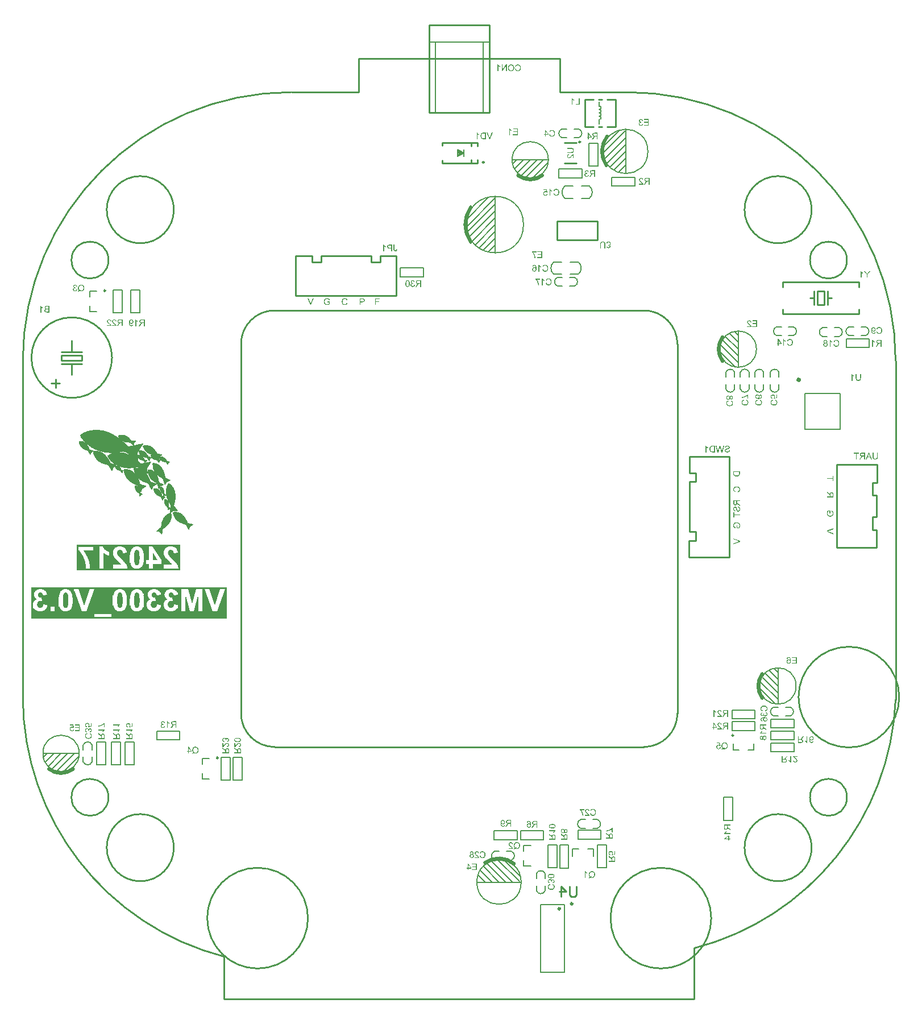
<source format=gbo>
G04*
G04 #@! TF.GenerationSoftware,Altium Limited,Altium Designer,18.1.8 (232)*
G04*
G04 Layer_Color=32896*
%FSLAX25Y25*%
%MOIN*%
G70*
G01*
G75*
%ADD10C,0.01000*%
%ADD11C,0.00787*%
%ADD12C,0.00984*%
%ADD13C,0.02000*%
%ADD14C,0.00800*%
%ADD100C,0.01984*%
%ADD101C,0.01968*%
%ADD102C,0.01181*%
%ADD103C,0.00600*%
%ADD104C,0.00100*%
G36*
X302377Y307979D02*
X302373Y307855D01*
X302369Y307738D01*
X302356Y307634D01*
X302344Y307543D01*
X302340Y307505D01*
X302336Y307472D01*
X302327Y307439D01*
X302323Y307414D01*
X302319Y307393D01*
Y307380D01*
X302315Y307372D01*
Y307368D01*
X302286Y307272D01*
X302256Y307181D01*
X302223Y307102D01*
X302194Y307035D01*
X302165Y306981D01*
X302144Y306940D01*
X302128Y306914D01*
X302123Y306910D01*
Y306906D01*
X302069Y306836D01*
X302015Y306769D01*
X301957Y306711D01*
X301899Y306661D01*
X301849Y306615D01*
X301811Y306586D01*
X301795Y306573D01*
X301782Y306565D01*
X301778Y306557D01*
X301774D01*
X301687Y306499D01*
X301595Y306449D01*
X301499Y306403D01*
X301412Y306365D01*
X301333Y306336D01*
X301300Y306324D01*
X301271Y306311D01*
X301250Y306307D01*
X301233Y306299D01*
X301221Y306295D01*
X301217D01*
X301083Y306261D01*
X300950Y306236D01*
X300821Y306216D01*
X300701Y306203D01*
X300646Y306199D01*
X300597Y306195D01*
X300551D01*
X300513Y306191D01*
X300480D01*
X300459D01*
X300443D01*
X300438D01*
X300251Y306199D01*
X300164Y306203D01*
X300081Y306216D01*
X300002Y306228D01*
X299927Y306241D01*
X299856Y306253D01*
X299790Y306266D01*
X299731Y306282D01*
X299681Y306295D01*
X299636Y306307D01*
X299598Y306320D01*
X299569Y306332D01*
X299544Y306336D01*
X299532Y306345D01*
X299528D01*
X299386Y306407D01*
X299257Y306478D01*
X299199Y306515D01*
X299145Y306553D01*
X299095Y306590D01*
X299049Y306627D01*
X299008Y306661D01*
X298974Y306694D01*
X298941Y306723D01*
X298916Y306748D01*
X298895Y306769D01*
X298883Y306786D01*
X298874Y306794D01*
X298870Y306798D01*
X298799Y306890D01*
X298741Y306985D01*
X298695Y307077D01*
X298658Y307164D01*
X298629Y307243D01*
X298621Y307276D01*
X298612Y307306D01*
X298604Y307326D01*
X298600Y307343D01*
X298596Y307355D01*
Y307360D01*
X298587Y307405D01*
X298575Y307455D01*
X298562Y307568D01*
X298550Y307680D01*
X298546Y307792D01*
X298542Y307842D01*
Y307892D01*
X298537Y307934D01*
Y309365D01*
X302377D01*
Y307979D01*
D02*
G37*
G36*
X300597Y300361D02*
X300696Y300356D01*
X300888Y300331D01*
X300979Y300319D01*
X301063Y300302D01*
X301142Y300282D01*
X301217Y300265D01*
X301283Y300244D01*
X301345Y300227D01*
X301395Y300211D01*
X301441Y300194D01*
X301474Y300182D01*
X301503Y300173D01*
X301520Y300169D01*
X301524Y300165D01*
X301612Y300124D01*
X301695Y300082D01*
X301770Y300036D01*
X301840Y299986D01*
X301907Y299936D01*
X301965Y299890D01*
X302019Y299841D01*
X302069Y299795D01*
X302115Y299749D01*
X302152Y299708D01*
X302182Y299670D01*
X302211Y299637D01*
X302232Y299612D01*
X302244Y299591D01*
X302252Y299578D01*
X302256Y299574D01*
X302302Y299500D01*
X302340Y299420D01*
X302373Y299337D01*
X302402Y299250D01*
X302423Y299167D01*
X302444Y299083D01*
X302460Y299000D01*
X302473Y298921D01*
X302485Y298846D01*
X302494Y298780D01*
X302498Y298717D01*
X302502Y298668D01*
X302506Y298622D01*
Y298564D01*
X302502Y298451D01*
X302494Y298347D01*
X302477Y298247D01*
X302456Y298152D01*
X302431Y298060D01*
X302402Y297977D01*
X302373Y297902D01*
X302344Y297831D01*
X302315Y297765D01*
X302286Y297711D01*
X302256Y297661D01*
X302232Y297623D01*
X302211Y297590D01*
X302194Y297569D01*
X302186Y297553D01*
X302182Y297548D01*
X302115Y297474D01*
X302044Y297403D01*
X301969Y297340D01*
X301894Y297282D01*
X301816Y297228D01*
X301732Y297182D01*
X301657Y297141D01*
X301578Y297103D01*
X301508Y297070D01*
X301441Y297045D01*
X301379Y297020D01*
X301329Y297004D01*
X301283Y296987D01*
X301254Y296978D01*
X301233Y296970D01*
X301225D01*
X301096Y297478D01*
X301183Y297498D01*
X301266Y297528D01*
X301345Y297557D01*
X301416Y297586D01*
X301483Y297619D01*
X301541Y297652D01*
X301595Y297686D01*
X301645Y297719D01*
X301687Y297752D01*
X301724Y297781D01*
X301757Y297811D01*
X301782Y297831D01*
X301803Y297852D01*
X301816Y297869D01*
X301824Y297877D01*
X301828Y297881D01*
X301870Y297939D01*
X301907Y297998D01*
X301940Y298056D01*
X301969Y298118D01*
X301994Y298181D01*
X302015Y298239D01*
X302044Y298356D01*
X302053Y298405D01*
X302061Y298455D01*
X302065Y298497D01*
X302069Y298534D01*
X302073Y298564D01*
Y298605D01*
X302069Y298672D01*
X302065Y298734D01*
X302044Y298855D01*
X302015Y298967D01*
X301982Y299063D01*
X301965Y299104D01*
X301953Y299142D01*
X301936Y299175D01*
X301924Y299204D01*
X301911Y299229D01*
X301903Y299246D01*
X301894Y299254D01*
Y299258D01*
X301857Y299312D01*
X301820Y299362D01*
X301732Y299454D01*
X301645Y299529D01*
X301553Y299591D01*
X301474Y299637D01*
X301441Y299658D01*
X301408Y299674D01*
X301383Y299682D01*
X301366Y299691D01*
X301354Y299699D01*
X301350D01*
X301208Y299745D01*
X301063Y299782D01*
X300917Y299807D01*
X300850Y299816D01*
X300784Y299824D01*
X300721Y299828D01*
X300667Y299832D01*
X300617Y299836D01*
X300576D01*
X300538Y299841D01*
X300513D01*
X300497D01*
X300493D01*
X300351Y299836D01*
X300218Y299824D01*
X300093Y299803D01*
X300035Y299795D01*
X299981Y299782D01*
X299935Y299770D01*
X299889Y299762D01*
X299852Y299749D01*
X299819Y299741D01*
X299794Y299737D01*
X299773Y299728D01*
X299761Y299724D01*
X299756D01*
X299627Y299670D01*
X299515Y299608D01*
X299419Y299541D01*
X299378Y299504D01*
X299336Y299470D01*
X299303Y299437D01*
X299274Y299408D01*
X299245Y299379D01*
X299224Y299358D01*
X299207Y299337D01*
X299195Y299321D01*
X299190Y299312D01*
X299186Y299308D01*
X299149Y299250D01*
X299116Y299192D01*
X299086Y299129D01*
X299062Y299067D01*
X299024Y298942D01*
X298995Y298821D01*
X298987Y298772D01*
X298983Y298722D01*
X298978Y298676D01*
X298974Y298638D01*
X298970Y298605D01*
Y298493D01*
X298978Y298426D01*
X298999Y298301D01*
X299032Y298193D01*
X299049Y298148D01*
X299066Y298102D01*
X299082Y298060D01*
X299099Y298027D01*
X299116Y297998D01*
X299132Y297973D01*
X299145Y297952D01*
X299153Y297939D01*
X299157Y297931D01*
X299161Y297927D01*
X299199Y297881D01*
X299240Y297835D01*
X299336Y297761D01*
X299440Y297690D01*
X299540Y297636D01*
X299632Y297594D01*
X299669Y297573D01*
X299702Y297561D01*
X299731Y297548D01*
X299756Y297544D01*
X299769Y297536D01*
X299773D01*
X299657Y297037D01*
X299561Y297070D01*
X299469Y297108D01*
X299382Y297145D01*
X299303Y297191D01*
X299228Y297232D01*
X299161Y297278D01*
X299099Y297324D01*
X299045Y297370D01*
X298995Y297415D01*
X298953Y297453D01*
X298916Y297490D01*
X298887Y297523D01*
X298862Y297548D01*
X298845Y297569D01*
X298837Y297582D01*
X298833Y297586D01*
X298779Y297661D01*
X298737Y297740D01*
X298695Y297819D01*
X298662Y297902D01*
X298633Y297985D01*
X298608Y298064D01*
X298591Y298143D01*
X298575Y298218D01*
X298562Y298289D01*
X298554Y298351D01*
X298546Y298410D01*
X298542Y298460D01*
X298537Y298501D01*
Y298555D01*
X298542Y298651D01*
X298546Y298742D01*
X298575Y298913D01*
X298591Y298996D01*
X298612Y299071D01*
X298633Y299146D01*
X298654Y299212D01*
X298675Y299271D01*
X298695Y299325D01*
X298716Y299375D01*
X298733Y299412D01*
X298750Y299445D01*
X298762Y299466D01*
X298766Y299483D01*
X298770Y299487D01*
X298816Y299562D01*
X298866Y299637D01*
X298920Y299703D01*
X298974Y299766D01*
X299032Y299824D01*
X299086Y299878D01*
X299145Y299924D01*
X299195Y299970D01*
X299249Y300007D01*
X299294Y300040D01*
X299336Y300069D01*
X299374Y300094D01*
X299407Y300111D01*
X299428Y300124D01*
X299444Y300132D01*
X299448Y300136D01*
X299532Y300178D01*
X299623Y300211D01*
X299711Y300240D01*
X299798Y300269D01*
X299977Y300311D01*
X300060Y300323D01*
X300139Y300336D01*
X300214Y300344D01*
X300280Y300352D01*
X300343Y300356D01*
X300397Y300361D01*
X300438Y300365D01*
X300472D01*
X300488D01*
X300497D01*
X300597Y300361D01*
D02*
G37*
G36*
X302444Y291857D02*
X300738D01*
Y291204D01*
X300742Y291146D01*
X300746Y291096D01*
Y291054D01*
X300751Y291025D01*
X300755Y291004D01*
X300759Y290992D01*
Y290988D01*
X300771Y290942D01*
X300788Y290900D01*
X300805Y290863D01*
X300821Y290826D01*
X300838Y290796D01*
X300850Y290776D01*
X300859Y290759D01*
X300863Y290755D01*
X300892Y290713D01*
X300934Y290668D01*
X300975Y290622D01*
X301017Y290584D01*
X301054Y290547D01*
X301087Y290522D01*
X301108Y290505D01*
X301113Y290497D01*
X301117D01*
X301191Y290439D01*
X301275Y290376D01*
X301362Y290318D01*
X301449Y290260D01*
X301524Y290210D01*
X301558Y290185D01*
X301587Y290168D01*
X301612Y290152D01*
X301628Y290139D01*
X301641Y290135D01*
X301645Y290131D01*
X302444Y289623D01*
Y288987D01*
X301399Y289652D01*
X301291Y289727D01*
X301191Y289802D01*
X301104Y289873D01*
X301029Y289935D01*
X300971Y289989D01*
X300946Y290014D01*
X300925Y290035D01*
X300909Y290052D01*
X300896Y290064D01*
X300892Y290068D01*
X300888Y290073D01*
X300855Y290114D01*
X300817Y290164D01*
X300788Y290214D01*
X300759Y290264D01*
X300734Y290310D01*
X300713Y290347D01*
X300701Y290372D01*
X300696Y290376D01*
Y290380D01*
X300680Y290281D01*
X300659Y290185D01*
X300634Y290098D01*
X300609Y290019D01*
X300580Y289944D01*
X300551Y289877D01*
X300522Y289819D01*
X300493Y289765D01*
X300464Y289715D01*
X300434Y289673D01*
X300409Y289640D01*
X300389Y289611D01*
X300368Y289590D01*
X300355Y289573D01*
X300347Y289565D01*
X300343Y289561D01*
X300289Y289515D01*
X300235Y289474D01*
X300177Y289436D01*
X300118Y289407D01*
X300060Y289382D01*
X300002Y289361D01*
X299894Y289328D01*
X299844Y289316D01*
X299798Y289307D01*
X299756Y289303D01*
X299719Y289299D01*
X299694Y289295D01*
X299669D01*
X299657D01*
X299652D01*
X299536Y289303D01*
X299428Y289320D01*
X299332Y289345D01*
X299245Y289374D01*
X299207Y289390D01*
X299174Y289407D01*
X299145Y289420D01*
X299120Y289432D01*
X299099Y289440D01*
X299086Y289449D01*
X299078Y289457D01*
X299074D01*
X298983Y289519D01*
X298908Y289590D01*
X298841Y289661D01*
X298791Y289732D01*
X298754Y289790D01*
X298729Y289840D01*
X298721Y289860D01*
X298712Y289873D01*
X298708Y289881D01*
Y289885D01*
X298691Y289939D01*
X298675Y289994D01*
X298650Y290118D01*
X298629Y290247D01*
X298617Y290372D01*
X298612Y290435D01*
X298608Y290489D01*
Y290534D01*
X298604Y290580D01*
Y292365D01*
X302444D01*
Y291857D01*
D02*
G37*
G36*
X301279Y288662D02*
X301350Y288654D01*
X301479Y288629D01*
X301599Y288596D01*
X301653Y288579D01*
X301699Y288558D01*
X301745Y288542D01*
X301786Y288521D01*
X301820Y288504D01*
X301849Y288488D01*
X301874Y288475D01*
X301890Y288467D01*
X301899Y288463D01*
X301903Y288458D01*
X302011Y288380D01*
X302103Y288288D01*
X302182Y288196D01*
X302244Y288109D01*
X302294Y288030D01*
X302311Y287997D01*
X302327Y287968D01*
X302340Y287943D01*
X302348Y287926D01*
X302356Y287914D01*
Y287909D01*
X302406Y287768D01*
X302444Y287622D01*
X302469Y287477D01*
X302485Y287339D01*
X302494Y287273D01*
X302498Y287215D01*
X302502Y287165D01*
Y287119D01*
X302506Y287082D01*
Y287032D01*
X302498Y286882D01*
X302481Y286745D01*
X302460Y286620D01*
X302444Y286562D01*
X302431Y286512D01*
X302419Y286462D01*
X302402Y286420D01*
X302390Y286383D01*
X302381Y286354D01*
X302369Y286329D01*
X302365Y286312D01*
X302356Y286299D01*
Y286295D01*
X302294Y286179D01*
X302227Y286079D01*
X302157Y285992D01*
X302090Y285921D01*
X302028Y285863D01*
X301982Y285825D01*
X301961Y285809D01*
X301949Y285800D01*
X301940Y285792D01*
X301936D01*
X301886Y285759D01*
X301832Y285734D01*
X301732Y285688D01*
X301637Y285655D01*
X301549Y285634D01*
X301470Y285621D01*
X301441Y285617D01*
X301412D01*
X301391Y285613D01*
X301375D01*
X301366D01*
X301362D01*
X301250Y285621D01*
X301146Y285638D01*
X301054Y285663D01*
X300975Y285692D01*
X300909Y285725D01*
X300880Y285738D01*
X300859Y285750D01*
X300842Y285759D01*
X300830Y285767D01*
X300821Y285775D01*
X300817D01*
X300776Y285809D01*
X300734Y285842D01*
X300655Y285921D01*
X300588Y286000D01*
X300534Y286083D01*
X300488Y286154D01*
X300468Y286187D01*
X300455Y286216D01*
X300443Y286237D01*
X300434Y286254D01*
X300426Y286266D01*
Y286270D01*
X300405Y286316D01*
X300384Y286374D01*
X300364Y286433D01*
X300343Y286499D01*
X300305Y286641D01*
X300268Y286782D01*
X300247Y286849D01*
X300235Y286911D01*
X300218Y286969D01*
X300210Y287019D01*
X300197Y287061D01*
X300189Y287090D01*
X300185Y287111D01*
Y287119D01*
X300160Y287231D01*
X300131Y287331D01*
X300106Y287419D01*
X300081Y287502D01*
X300056Y287572D01*
X300035Y287635D01*
X300014Y287689D01*
X299993Y287735D01*
X299973Y287772D01*
X299956Y287805D01*
X299943Y287830D01*
X299931Y287851D01*
X299919Y287868D01*
X299910Y287876D01*
X299906Y287884D01*
X299852Y287934D01*
X299798Y287968D01*
X299740Y287993D01*
X299686Y288013D01*
X299640Y288022D01*
X299602Y288026D01*
X299577Y288030D01*
X299573D01*
X299569D01*
X299523Y288026D01*
X299482Y288022D01*
X299407Y287997D01*
X299336Y287964D01*
X299278Y287926D01*
X299228Y287889D01*
X299190Y287855D01*
X299170Y287830D01*
X299161Y287826D01*
Y287822D01*
X299132Y287780D01*
X299103Y287731D01*
X299062Y287627D01*
X299032Y287518D01*
X299012Y287406D01*
X299003Y287356D01*
X298999Y287306D01*
X298995Y287265D01*
Y287227D01*
X298991Y287194D01*
Y287073D01*
X298999Y286998D01*
X299008Y286928D01*
X299020Y286861D01*
X299032Y286803D01*
X299049Y286749D01*
X299066Y286699D01*
X299082Y286653D01*
X299103Y286616D01*
X299120Y286582D01*
X299136Y286553D01*
X299149Y286528D01*
X299161Y286512D01*
X299170Y286495D01*
X299174Y286491D01*
X299178Y286487D01*
X299216Y286445D01*
X299253Y286408D01*
X299340Y286349D01*
X299432Y286299D01*
X299519Y286266D01*
X299598Y286241D01*
X299632Y286233D01*
X299665Y286225D01*
X299690Y286220D01*
X299706D01*
X299719Y286216D01*
X299723D01*
X299686Y285730D01*
X299561Y285742D01*
X299448Y285767D01*
X299344Y285796D01*
X299257Y285829D01*
X299220Y285850D01*
X299182Y285863D01*
X299153Y285879D01*
X299128Y285892D01*
X299107Y285904D01*
X299095Y285913D01*
X299086Y285917D01*
X299082Y285921D01*
X298987Y285992D01*
X298908Y286071D01*
X298837Y286154D01*
X298779Y286237D01*
X298737Y286308D01*
X298721Y286341D01*
X298704Y286366D01*
X298691Y286387D01*
X298687Y286408D01*
X298679Y286416D01*
Y286420D01*
X298633Y286545D01*
X298596Y286674D01*
X298571Y286803D01*
X298554Y286919D01*
X298550Y286973D01*
X298546Y287019D01*
X298542Y287065D01*
X298537Y287102D01*
Y287173D01*
X298542Y287315D01*
X298558Y287448D01*
X298579Y287564D01*
X298591Y287618D01*
X298604Y287668D01*
X298617Y287714D01*
X298629Y287755D01*
X298641Y287793D01*
X298650Y287822D01*
X298658Y287843D01*
X298666Y287864D01*
X298671Y287872D01*
Y287876D01*
X298725Y287988D01*
X298787Y288084D01*
X298849Y288167D01*
X298912Y288234D01*
X298970Y288288D01*
X299016Y288330D01*
X299032Y288342D01*
X299045Y288350D01*
X299053Y288359D01*
X299057D01*
X299153Y288413D01*
X299249Y288454D01*
X299336Y288479D01*
X299419Y288500D01*
X299494Y288513D01*
X299523Y288517D01*
X299548D01*
X299569Y288521D01*
X299586D01*
X299594D01*
X299598D01*
X299694Y288517D01*
X299785Y288500D01*
X299869Y288479D01*
X299939Y288454D01*
X299998Y288429D01*
X300043Y288409D01*
X300060Y288400D01*
X300073Y288392D01*
X300077Y288388D01*
X300081D01*
X300156Y288334D01*
X300226Y288267D01*
X300285Y288201D01*
X300339Y288130D01*
X300380Y288072D01*
X300409Y288022D01*
X300418Y288001D01*
X300426Y287988D01*
X300434Y287980D01*
Y287976D01*
X300455Y287934D01*
X300476Y287884D01*
X300497Y287830D01*
X300518Y287772D01*
X300559Y287651D01*
X300597Y287527D01*
X300613Y287468D01*
X300630Y287419D01*
X300642Y287369D01*
X300655Y287323D01*
X300663Y287290D01*
X300672Y287260D01*
X300676Y287244D01*
Y287240D01*
X300696Y287144D01*
X300721Y287057D01*
X300738Y286982D01*
X300759Y286911D01*
X300776Y286849D01*
X300788Y286790D01*
X300805Y286745D01*
X300817Y286699D01*
X300825Y286666D01*
X300838Y286632D01*
X300846Y286607D01*
X300850Y286591D01*
X300855Y286574D01*
X300859Y286566D01*
X300863Y286557D01*
X300900Y286474D01*
X300938Y286403D01*
X300975Y286341D01*
X301009Y286295D01*
X301042Y286258D01*
X301067Y286233D01*
X301083Y286216D01*
X301087Y286212D01*
X301137Y286175D01*
X301191Y286150D01*
X301246Y286129D01*
X301295Y286116D01*
X301337Y286108D01*
X301375Y286104D01*
X301395D01*
X301399D01*
X301404D01*
X301466Y286108D01*
X301529Y286121D01*
X301583Y286141D01*
X301632Y286158D01*
X301674Y286179D01*
X301707Y286200D01*
X301724Y286212D01*
X301732Y286216D01*
X301786Y286262D01*
X301832Y286312D01*
X301874Y286370D01*
X301907Y286424D01*
X301932Y286474D01*
X301953Y286512D01*
X301961Y286528D01*
X301965Y286541D01*
X301969Y286545D01*
Y286549D01*
X301998Y286632D01*
X302019Y286720D01*
X302032Y286807D01*
X302040Y286886D01*
X302048Y286953D01*
Y286982D01*
X302053Y287007D01*
Y287057D01*
X302048Y287177D01*
X302036Y287285D01*
X302015Y287389D01*
X301994Y287477D01*
X301986Y287514D01*
X301978Y287547D01*
X301965Y287577D01*
X301957Y287602D01*
X301949Y287622D01*
X301944Y287635D01*
X301940Y287643D01*
Y287647D01*
X301894Y287739D01*
X301845Y287818D01*
X301799Y287884D01*
X301749Y287938D01*
X301707Y287980D01*
X301674Y288009D01*
X301653Y288030D01*
X301645Y288034D01*
X301570Y288076D01*
X301491Y288109D01*
X301412Y288134D01*
X301337Y288155D01*
X301266Y288172D01*
X301241Y288176D01*
X301217Y288180D01*
X301196Y288184D01*
X301179Y288188D01*
X301171D01*
X301167D01*
X301208Y288667D01*
X301279Y288662D01*
D02*
G37*
G36*
X299057Y283945D02*
X302444D01*
Y283437D01*
X299057D01*
Y282173D01*
X298604D01*
Y285210D01*
X299057D01*
Y283945D01*
D02*
G37*
G36*
X300646Y279361D02*
X300751Y279356D01*
X300846Y279344D01*
X300942Y279327D01*
X301029Y279311D01*
X301117Y279290D01*
X301196Y279269D01*
X301266Y279248D01*
X301333Y279227D01*
X301391Y279207D01*
X301441Y279186D01*
X301487Y279169D01*
X301520Y279153D01*
X301545Y279140D01*
X301562Y279136D01*
X301566Y279132D01*
X301649Y279086D01*
X301728Y279032D01*
X301799Y278978D01*
X301870Y278924D01*
X301932Y278866D01*
X301986Y278807D01*
X302040Y278749D01*
X302086Y278695D01*
X302128Y278641D01*
X302165Y278591D01*
X302194Y278545D01*
X302219Y278508D01*
X302240Y278479D01*
X302252Y278454D01*
X302261Y278437D01*
X302265Y278433D01*
X302306Y278346D01*
X302344Y278254D01*
X302377Y278167D01*
X302402Y278079D01*
X302427Y277988D01*
X302448Y277905D01*
X302465Y277821D01*
X302477Y277747D01*
X302485Y277676D01*
X302494Y277609D01*
X302498Y277551D01*
X302502Y277501D01*
X302506Y277460D01*
Y277405D01*
X302498Y277252D01*
X302481Y277102D01*
X302460Y276964D01*
X302444Y276902D01*
X302431Y276840D01*
X302419Y276786D01*
X302402Y276740D01*
X302390Y276694D01*
X302381Y276661D01*
X302369Y276627D01*
X302365Y276607D01*
X302356Y276594D01*
Y276590D01*
X302294Y276440D01*
X302223Y276299D01*
X302148Y276170D01*
X302111Y276108D01*
X302078Y276053D01*
X302044Y276004D01*
X302011Y275958D01*
X301986Y275916D01*
X301961Y275883D01*
X301940Y275854D01*
X301924Y275833D01*
X301915Y275820D01*
X301911Y275816D01*
X300484D01*
Y277443D01*
X300938D01*
Y276315D01*
X301657D01*
X301712Y276382D01*
X301757Y276457D01*
X301803Y276536D01*
X301845Y276615D01*
X301878Y276686D01*
X301894Y276715D01*
X301907Y276740D01*
X301915Y276765D01*
X301924Y276781D01*
X301928Y276790D01*
Y276794D01*
X301969Y276910D01*
X301998Y277027D01*
X302024Y277135D01*
X302036Y277231D01*
X302040Y277276D01*
X302044Y277314D01*
X302048Y277347D01*
Y277376D01*
X302053Y277401D01*
Y277434D01*
X302044Y277576D01*
X302028Y277709D01*
X301998Y277830D01*
X301986Y277888D01*
X301969Y277938D01*
X301953Y277984D01*
X301940Y278025D01*
X301924Y278063D01*
X301911Y278096D01*
X301903Y278121D01*
X301894Y278138D01*
X301886Y278150D01*
Y278154D01*
X301853Y278217D01*
X301816Y278275D01*
X301736Y278375D01*
X301649Y278462D01*
X301566Y278537D01*
X301491Y278591D01*
X301458Y278616D01*
X301433Y278633D01*
X301408Y278649D01*
X301391Y278658D01*
X301379Y278662D01*
X301375Y278666D01*
X301237Y278724D01*
X301092Y278766D01*
X300950Y278799D01*
X300813Y278820D01*
X300751Y278824D01*
X300692Y278832D01*
X300642Y278836D01*
X300597D01*
X300563Y278841D01*
X300534D01*
X300518D01*
X300513D01*
X300360Y278832D01*
X300214Y278816D01*
X300085Y278795D01*
X300023Y278782D01*
X299969Y278766D01*
X299919Y278753D01*
X299873Y278741D01*
X299835Y278728D01*
X299802Y278716D01*
X299773Y278708D01*
X299756Y278699D01*
X299744Y278695D01*
X299740D01*
X299665Y278662D01*
X299594Y278624D01*
X299528Y278583D01*
X299473Y278545D01*
X299428Y278512D01*
X299390Y278483D01*
X299369Y278466D01*
X299361Y278458D01*
X299299Y278396D01*
X299245Y278325D01*
X299195Y278258D01*
X299153Y278192D01*
X299120Y278133D01*
X299099Y278088D01*
X299091Y278071D01*
X299082Y278059D01*
X299078Y278050D01*
Y278046D01*
X299041Y277946D01*
X299016Y277846D01*
X298995Y277742D01*
X298983Y277651D01*
X298978Y277605D01*
X298974Y277568D01*
Y277530D01*
X298970Y277501D01*
Y277443D01*
X298974Y277339D01*
X298987Y277239D01*
X299003Y277152D01*
X299020Y277073D01*
X299041Y277010D01*
X299049Y276981D01*
X299057Y276960D01*
X299066Y276944D01*
X299070Y276931D01*
X299074Y276923D01*
Y276919D01*
X299116Y276835D01*
X299157Y276761D01*
X299203Y276698D01*
X299245Y276644D01*
X299286Y276607D01*
X299315Y276578D01*
X299336Y276557D01*
X299344Y276553D01*
X299411Y276507D01*
X299486Y276465D01*
X299561Y276428D01*
X299636Y276395D01*
X299702Y276370D01*
X299731Y276361D01*
X299752Y276353D01*
X299773Y276345D01*
X299790Y276340D01*
X299798Y276336D01*
X299802D01*
X299677Y275874D01*
X299540Y275916D01*
X299415Y275962D01*
X299361Y275987D01*
X299307Y276012D01*
X299261Y276033D01*
X299220Y276058D01*
X299178Y276078D01*
X299145Y276099D01*
X299116Y276120D01*
X299091Y276132D01*
X299074Y276149D01*
X299062Y276157D01*
X299053Y276162D01*
X299049Y276166D01*
X298962Y276245D01*
X298887Y276328D01*
X298825Y276415D01*
X298770Y276503D01*
X298729Y276578D01*
X298712Y276611D01*
X298700Y276640D01*
X298687Y276661D01*
X298679Y276677D01*
X298675Y276690D01*
Y276694D01*
X298629Y276823D01*
X298596Y276952D01*
X298571Y277081D01*
X298554Y277197D01*
X298550Y277252D01*
X298546Y277297D01*
X298542Y277339D01*
X298537Y277376D01*
Y277447D01*
X298542Y277551D01*
X298546Y277655D01*
X298558Y277755D01*
X298575Y277846D01*
X298591Y277938D01*
X298612Y278021D01*
X298633Y278100D01*
X298654Y278171D01*
X298679Y278233D01*
X298700Y278292D01*
X298721Y278341D01*
X298737Y278383D01*
X298754Y278416D01*
X298766Y278441D01*
X298770Y278458D01*
X298775Y278462D01*
X298820Y278541D01*
X298874Y278616D01*
X298928Y278687D01*
X298987Y278749D01*
X299049Y278812D01*
X299107Y278866D01*
X299166Y278916D01*
X299224Y278961D01*
X299282Y278999D01*
X299332Y279036D01*
X299378Y279065D01*
X299419Y279090D01*
X299453Y279107D01*
X299478Y279119D01*
X299494Y279128D01*
X299498Y279132D01*
X299590Y279173D01*
X299681Y279207D01*
X299773Y279240D01*
X299865Y279265D01*
X300039Y279307D01*
X300122Y279323D01*
X300201Y279336D01*
X300272Y279344D01*
X300339Y279352D01*
X300397Y279356D01*
X300447Y279361D01*
X300488Y279365D01*
X300518D01*
X300534D01*
X300542D01*
X300646Y279361D01*
D02*
G37*
G36*
X302377Y268465D02*
Y267940D01*
X298537Y266451D01*
Y267004D01*
X301329Y268003D01*
X301333D01*
X301345Y268007D01*
X301362Y268015D01*
X301387Y268024D01*
X301416Y268032D01*
X301449Y268044D01*
X301487Y268057D01*
X301533Y268074D01*
X301628Y268103D01*
X301732Y268136D01*
X301845Y268169D01*
X301957Y268202D01*
X301953D01*
X301944Y268207D01*
X301924Y268211D01*
X301903Y268219D01*
X301874Y268228D01*
X301840Y268236D01*
X301803Y268248D01*
X301761Y268261D01*
X301666Y268290D01*
X301558Y268327D01*
X301445Y268369D01*
X301329Y268410D01*
X298537Y269446D01*
Y269962D01*
X302377Y268465D01*
D02*
G37*
G36*
X357221Y303474D02*
X356768D01*
Y304738D01*
X353381D01*
Y305246D01*
X356768D01*
Y306510D01*
X357221D01*
Y303474D01*
D02*
G37*
G36*
X354425Y296577D02*
X354534Y296502D01*
X354633Y296427D01*
X354721Y296357D01*
X354796Y296294D01*
X354854Y296240D01*
X354879Y296215D01*
X354900Y296194D01*
X354916Y296178D01*
X354929Y296165D01*
X354933Y296161D01*
X354937Y296157D01*
X354970Y296115D01*
X355008Y296065D01*
X355037Y296016D01*
X355066Y295966D01*
X355091Y295920D01*
X355112Y295882D01*
X355124Y295857D01*
X355129Y295853D01*
Y295849D01*
X355145Y295949D01*
X355166Y296045D01*
X355191Y296132D01*
X355216Y296211D01*
X355245Y296286D01*
X355274Y296352D01*
X355303Y296411D01*
X355332Y296465D01*
X355361Y296515D01*
X355391Y296556D01*
X355416Y296590D01*
X355436Y296619D01*
X355457Y296639D01*
X355470Y296656D01*
X355478Y296664D01*
X355482Y296669D01*
X355536Y296714D01*
X355590Y296756D01*
X355648Y296793D01*
X355707Y296823D01*
X355765Y296848D01*
X355823Y296868D01*
X355931Y296902D01*
X355981Y296914D01*
X356027Y296922D01*
X356069Y296926D01*
X356106Y296931D01*
X356131Y296935D01*
X356156D01*
X356169D01*
X356173D01*
X356289Y296926D01*
X356397Y296910D01*
X356493Y296885D01*
X356580Y296856D01*
X356618Y296839D01*
X356651Y296823D01*
X356680Y296810D01*
X356705Y296798D01*
X356726Y296789D01*
X356738Y296781D01*
X356747Y296773D01*
X356751D01*
X356842Y296710D01*
X356917Y296639D01*
X356984Y296569D01*
X357034Y296498D01*
X357071Y296440D01*
X357096Y296390D01*
X357104Y296369D01*
X357113Y296357D01*
X357117Y296348D01*
Y296344D01*
X357134Y296290D01*
X357150Y296236D01*
X357175Y296111D01*
X357196Y295982D01*
X357208Y295857D01*
X357213Y295795D01*
X357217Y295741D01*
Y295695D01*
X357221Y295649D01*
Y293865D01*
X353381D01*
Y294372D01*
X355087D01*
Y295025D01*
X355083Y295084D01*
X355079Y295134D01*
Y295175D01*
X355074Y295204D01*
X355070Y295225D01*
X355066Y295238D01*
Y295242D01*
X355054Y295287D01*
X355037Y295329D01*
X355020Y295367D01*
X355004Y295404D01*
X354987Y295433D01*
X354975Y295454D01*
X354966Y295470D01*
X354962Y295475D01*
X354933Y295516D01*
X354891Y295562D01*
X354850Y295608D01*
X354808Y295645D01*
X354771Y295683D01*
X354737Y295708D01*
X354717Y295724D01*
X354713Y295733D01*
X354708D01*
X354633Y295791D01*
X354550Y295853D01*
X354463Y295912D01*
X354376Y295970D01*
X354301Y296020D01*
X354267Y296045D01*
X354238Y296061D01*
X354213Y296078D01*
X354197Y296090D01*
X354184Y296094D01*
X354180Y296099D01*
X353381Y296606D01*
Y297243D01*
X354425Y296577D01*
D02*
G37*
G36*
X355403Y284587D02*
X354950D01*
Y285714D01*
X354230D01*
X354176Y285648D01*
X354130Y285573D01*
X354084Y285494D01*
X354043Y285415D01*
X354009Y285344D01*
X353993Y285315D01*
X353980Y285290D01*
X353972Y285265D01*
X353964Y285248D01*
X353959Y285240D01*
Y285236D01*
X353918Y285119D01*
X353889Y285003D01*
X353864Y284894D01*
X353851Y284799D01*
X353847Y284753D01*
X353843Y284716D01*
X353839Y284682D01*
Y284653D01*
X353835Y284628D01*
Y284595D01*
X353843Y284454D01*
X353860Y284320D01*
X353889Y284200D01*
X353901Y284142D01*
X353918Y284092D01*
X353935Y284046D01*
X353947Y284004D01*
X353964Y283967D01*
X353976Y283934D01*
X353984Y283909D01*
X353993Y283892D01*
X354001Y283879D01*
Y283875D01*
X354034Y283813D01*
X354072Y283755D01*
X354151Y283655D01*
X354238Y283568D01*
X354321Y283493D01*
X354396Y283438D01*
X354430Y283414D01*
X354455Y283397D01*
X354480Y283380D01*
X354496Y283372D01*
X354509Y283368D01*
X354513Y283364D01*
X354650Y283305D01*
X354796Y283264D01*
X354937Y283230D01*
X355074Y283210D01*
X355137Y283206D01*
X355195Y283197D01*
X355245Y283193D01*
X355291D01*
X355324Y283189D01*
X355353D01*
X355370D01*
X355374D01*
X355528Y283197D01*
X355673Y283214D01*
X355802Y283235D01*
X355865Y283247D01*
X355919Y283264D01*
X355969Y283276D01*
X356015Y283289D01*
X356052Y283301D01*
X356085Y283314D01*
X356114Y283322D01*
X356131Y283330D01*
X356143Y283334D01*
X356148D01*
X356223Y283368D01*
X356293Y283405D01*
X356360Y283447D01*
X356414Y283484D01*
X356460Y283518D01*
X356497Y283547D01*
X356518Y283563D01*
X356526Y283572D01*
X356589Y283634D01*
X356643Y283705D01*
X356693Y283771D01*
X356734Y283838D01*
X356768Y283896D01*
X356788Y283942D01*
X356797Y283959D01*
X356805Y283971D01*
X356809Y283979D01*
Y283983D01*
X356846Y284083D01*
X356872Y284183D01*
X356892Y284287D01*
X356905Y284379D01*
X356909Y284424D01*
X356913Y284462D01*
Y284499D01*
X356917Y284528D01*
Y284587D01*
X356913Y284691D01*
X356901Y284790D01*
X356884Y284878D01*
X356867Y284957D01*
X356846Y285019D01*
X356838Y285048D01*
X356830Y285069D01*
X356822Y285086D01*
X356817Y285098D01*
X356813Y285107D01*
Y285111D01*
X356772Y285194D01*
X356730Y285269D01*
X356684Y285331D01*
X356643Y285385D01*
X356601Y285423D01*
X356572Y285452D01*
X356551Y285473D01*
X356543Y285477D01*
X356476Y285523D01*
X356401Y285564D01*
X356327Y285602D01*
X356252Y285635D01*
X356185Y285660D01*
X356156Y285668D01*
X356135Y285677D01*
X356114Y285685D01*
X356098Y285689D01*
X356089Y285693D01*
X356085D01*
X356210Y286155D01*
X356347Y286113D01*
X356472Y286068D01*
X356526Y286043D01*
X356580Y286018D01*
X356626Y285997D01*
X356668Y285972D01*
X356709Y285951D01*
X356743Y285930D01*
X356772Y285910D01*
X356797Y285897D01*
X356813Y285880D01*
X356826Y285872D01*
X356834Y285868D01*
X356838Y285864D01*
X356926Y285785D01*
X357000Y285702D01*
X357063Y285614D01*
X357117Y285527D01*
X357159Y285452D01*
X357175Y285419D01*
X357188Y285390D01*
X357200Y285369D01*
X357208Y285352D01*
X357213Y285340D01*
Y285335D01*
X357258Y285207D01*
X357292Y285078D01*
X357317Y284949D01*
X357333Y284832D01*
X357337Y284778D01*
X357342Y284732D01*
X357346Y284691D01*
X357350Y284653D01*
Y284582D01*
X357346Y284478D01*
X357342Y284374D01*
X357329Y284275D01*
X357312Y284183D01*
X357296Y284092D01*
X357275Y284008D01*
X357254Y283929D01*
X357233Y283859D01*
X357208Y283796D01*
X357188Y283738D01*
X357167Y283688D01*
X357150Y283646D01*
X357134Y283613D01*
X357121Y283588D01*
X357117Y283572D01*
X357113Y283568D01*
X357067Y283488D01*
X357013Y283414D01*
X356959Y283343D01*
X356901Y283280D01*
X356838Y283218D01*
X356780Y283164D01*
X356722Y283114D01*
X356663Y283068D01*
X356605Y283031D01*
X356555Y282993D01*
X356510Y282964D01*
X356468Y282939D01*
X356435Y282923D01*
X356410Y282910D01*
X356393Y282902D01*
X356389Y282898D01*
X356297Y282856D01*
X356206Y282823D01*
X356114Y282790D01*
X356023Y282765D01*
X355848Y282723D01*
X355765Y282706D01*
X355686Y282694D01*
X355615Y282686D01*
X355549Y282677D01*
X355490Y282673D01*
X355440Y282669D01*
X355399Y282665D01*
X355370D01*
X355353D01*
X355345D01*
X355241Y282669D01*
X355137Y282673D01*
X355041Y282686D01*
X354945Y282702D01*
X354858Y282719D01*
X354771Y282740D01*
X354692Y282760D01*
X354621Y282781D01*
X354554Y282802D01*
X354496Y282823D01*
X354446Y282844D01*
X354400Y282860D01*
X354367Y282877D01*
X354342Y282889D01*
X354326Y282894D01*
X354321Y282898D01*
X354238Y282944D01*
X354159Y282998D01*
X354088Y283052D01*
X354018Y283106D01*
X353955Y283164D01*
X353901Y283222D01*
X353847Y283280D01*
X353801Y283334D01*
X353760Y283389D01*
X353722Y283438D01*
X353693Y283484D01*
X353668Y283522D01*
X353647Y283551D01*
X353635Y283576D01*
X353627Y283592D01*
X353623Y283597D01*
X353581Y283684D01*
X353543Y283775D01*
X353510Y283863D01*
X353485Y283950D01*
X353460Y284042D01*
X353439Y284125D01*
X353423Y284208D01*
X353410Y284283D01*
X353402Y284354D01*
X353394Y284420D01*
X353390Y284478D01*
X353385Y284528D01*
X353381Y284570D01*
Y284624D01*
X353390Y284778D01*
X353406Y284928D01*
X353427Y285065D01*
X353444Y285127D01*
X353456Y285190D01*
X353469Y285244D01*
X353485Y285290D01*
X353498Y285335D01*
X353506Y285369D01*
X353519Y285402D01*
X353523Y285423D01*
X353531Y285435D01*
Y285439D01*
X353593Y285589D01*
X353664Y285731D01*
X353739Y285860D01*
X353777Y285922D01*
X353810Y285976D01*
X353843Y286026D01*
X353876Y286072D01*
X353901Y286113D01*
X353926Y286147D01*
X353947Y286176D01*
X353964Y286197D01*
X353972Y286209D01*
X353976Y286213D01*
X355403D01*
Y284587D01*
D02*
G37*
G36*
X357221Y275316D02*
X354430Y274317D01*
X354425D01*
X354413Y274313D01*
X354396Y274305D01*
X354371Y274296D01*
X354342Y274288D01*
X354309Y274276D01*
X354272Y274263D01*
X354226Y274247D01*
X354130Y274217D01*
X354026Y274184D01*
X353914Y274151D01*
X353801Y274118D01*
X353806D01*
X353814Y274113D01*
X353835Y274109D01*
X353855Y274101D01*
X353885Y274093D01*
X353918Y274084D01*
X353955Y274072D01*
X353997Y274059D01*
X354093Y274030D01*
X354201Y273993D01*
X354313Y273951D01*
X354430Y273910D01*
X357221Y272874D01*
Y272358D01*
X353381Y273855D01*
Y274380D01*
X357221Y275869D01*
Y275316D01*
D02*
G37*
G36*
X1444Y222825D02*
X-113206D01*
Y241218D01*
X1444D01*
Y222825D01*
D02*
G37*
G36*
X-25856Y251129D02*
X-86333D01*
Y266218D01*
X-25856D01*
Y251129D01*
D02*
G37*
G36*
X91031Y410189D02*
X88951D01*
Y408999D01*
X90753D01*
Y408545D01*
X88951D01*
Y406802D01*
X88444D01*
Y410642D01*
X91031D01*
Y410189D01*
D02*
G37*
G36*
X81108Y410638D02*
X81203Y410634D01*
X81299Y410625D01*
X81391Y410617D01*
X81436Y410613D01*
X81474Y410605D01*
X81478D01*
X81486Y410600D01*
X81503D01*
X81520Y410596D01*
X81545Y410588D01*
X81574Y410584D01*
X81640Y410563D01*
X81715Y410538D01*
X81794Y410505D01*
X81873Y410467D01*
X81948Y410422D01*
X81952D01*
X81956Y410417D01*
X81981Y410397D01*
X82015Y410367D01*
X82060Y410326D01*
X82106Y410276D01*
X82160Y410209D01*
X82210Y410139D01*
X82256Y410051D01*
Y410047D01*
X82260Y410039D01*
X82268Y410026D01*
X82277Y410010D01*
X82285Y409989D01*
X82293Y409960D01*
X82318Y409897D01*
X82339Y409818D01*
X82360Y409731D01*
X82372Y409631D01*
X82376Y409527D01*
Y409523D01*
Y409506D01*
Y409481D01*
X82372Y409444D01*
X82368Y409402D01*
X82360Y409357D01*
X82351Y409303D01*
X82339Y409240D01*
X82322Y409178D01*
X82302Y409111D01*
X82277Y409045D01*
X82243Y408974D01*
X82210Y408903D01*
X82169Y408832D01*
X82119Y408766D01*
X82064Y408699D01*
X82060Y408695D01*
X82048Y408687D01*
X82031Y408670D01*
X82002Y408645D01*
X81969Y408620D01*
X81923Y408591D01*
X81869Y408562D01*
X81807Y408533D01*
X81732Y408500D01*
X81653Y408470D01*
X81557Y408441D01*
X81457Y408416D01*
X81341Y408396D01*
X81216Y408379D01*
X81083Y408366D01*
X80933Y408362D01*
X79951D01*
Y406802D01*
X79444D01*
Y410642D01*
X81024D01*
X81108Y410638D01*
D02*
G37*
G36*
X70849Y410704D02*
X70899Y410700D01*
X70957Y410692D01*
X71020Y410684D01*
X71090Y410671D01*
X71165Y410654D01*
X71244Y410638D01*
X71323Y410613D01*
X71406Y410584D01*
X71490Y410550D01*
X71569Y410509D01*
X71648Y410467D01*
X71723Y410413D01*
X71727Y410409D01*
X71739Y410401D01*
X71760Y410384D01*
X71785Y410359D01*
X71818Y410330D01*
X71856Y410293D01*
X71893Y410251D01*
X71939Y410201D01*
X71985Y410147D01*
X72030Y410085D01*
X72076Y410018D01*
X72118Y409943D01*
X72163Y409864D01*
X72201Y409777D01*
X72238Y409685D01*
X72272Y409590D01*
X71772Y409473D01*
Y409477D01*
X71764Y409490D01*
X71760Y409515D01*
X71747Y409544D01*
X71735Y409577D01*
X71714Y409615D01*
X71673Y409706D01*
X71619Y409806D01*
X71548Y409910D01*
X71473Y410006D01*
X71427Y410047D01*
X71381Y410085D01*
X71377Y410089D01*
X71369Y410093D01*
X71356Y410101D01*
X71336Y410114D01*
X71311Y410130D01*
X71282Y410147D01*
X71248Y410164D01*
X71207Y410180D01*
X71161Y410197D01*
X71115Y410214D01*
X71007Y410247D01*
X70882Y410268D01*
X70816Y410276D01*
X70703D01*
X70670Y410272D01*
X70633Y410268D01*
X70587Y410263D01*
X70537Y410259D01*
X70487Y410251D01*
X70366Y410222D01*
X70242Y410184D01*
X70179Y410159D01*
X70117Y410130D01*
X70059Y410097D01*
X70000Y410060D01*
X69996Y410055D01*
X69988Y410051D01*
X69971Y410039D01*
X69950Y410022D01*
X69930Y410001D01*
X69901Y409972D01*
X69871Y409943D01*
X69838Y409910D01*
X69805Y409868D01*
X69767Y409827D01*
X69701Y409731D01*
X69638Y409619D01*
X69584Y409490D01*
Y409486D01*
X69580Y409473D01*
X69572Y409452D01*
X69568Y409427D01*
X69559Y409394D01*
X69547Y409357D01*
X69538Y409311D01*
X69526Y409265D01*
X69514Y409211D01*
X69505Y409153D01*
X69485Y409028D01*
X69472Y408895D01*
X69468Y408753D01*
Y408749D01*
Y408733D01*
Y408708D01*
X69472Y408670D01*
Y408629D01*
X69476Y408579D01*
X69480Y408525D01*
X69485Y408462D01*
X69493Y408396D01*
X69501Y408329D01*
X69526Y408183D01*
X69564Y408038D01*
X69609Y407896D01*
Y407892D01*
X69618Y407880D01*
X69626Y407863D01*
X69634Y407838D01*
X69651Y407805D01*
X69672Y407772D01*
X69717Y407693D01*
X69780Y407601D01*
X69855Y407514D01*
X69946Y407426D01*
X69996Y407389D01*
X70050Y407351D01*
X70054D01*
X70063Y407343D01*
X70079Y407335D01*
X70104Y407322D01*
X70133Y407310D01*
X70167Y407293D01*
X70204Y407281D01*
X70246Y407264D01*
X70341Y407231D01*
X70454Y407202D01*
X70574Y407181D01*
X70637Y407177D01*
X70703Y407173D01*
X70745D01*
X70774Y407177D01*
X70811Y407181D01*
X70853Y407185D01*
X70903Y407193D01*
X70953Y407202D01*
X71069Y407231D01*
X71128Y407252D01*
X71190Y407277D01*
X71253Y407306D01*
X71311Y407339D01*
X71369Y407376D01*
X71427Y407418D01*
X71431Y407422D01*
X71440Y407431D01*
X71456Y407443D01*
X71477Y407464D01*
X71498Y407489D01*
X71527Y407522D01*
X71556Y407559D01*
X71589Y407601D01*
X71623Y407651D01*
X71656Y407705D01*
X71689Y407763D01*
X71723Y407830D01*
X71752Y407901D01*
X71781Y407980D01*
X71810Y408063D01*
X71831Y408150D01*
X72338Y408021D01*
Y408013D01*
X72330Y407992D01*
X72322Y407963D01*
X72305Y407917D01*
X72288Y407867D01*
X72263Y407805D01*
X72238Y407738D01*
X72205Y407668D01*
X72168Y407589D01*
X72126Y407514D01*
X72080Y407431D01*
X72026Y407351D01*
X71968Y407277D01*
X71906Y407202D01*
X71835Y407131D01*
X71760Y407064D01*
X71756Y407060D01*
X71739Y407052D01*
X71718Y407035D01*
X71685Y407015D01*
X71648Y406990D01*
X71598Y406960D01*
X71544Y406931D01*
X71477Y406902D01*
X71406Y406873D01*
X71332Y406844D01*
X71248Y406815D01*
X71157Y406790D01*
X71061Y406769D01*
X70961Y406752D01*
X70857Y406744D01*
X70745Y406740D01*
X70687D01*
X70641Y406744D01*
X70591Y406748D01*
X70529Y406752D01*
X70462Y406761D01*
X70387Y406773D01*
X70308Y406786D01*
X70225Y406802D01*
X70142Y406823D01*
X70059Y406844D01*
X69971Y406873D01*
X69888Y406906D01*
X69809Y406944D01*
X69734Y406990D01*
X69730Y406994D01*
X69717Y407002D01*
X69697Y407015D01*
X69672Y407035D01*
X69638Y407064D01*
X69601Y407094D01*
X69559Y407131D01*
X69514Y407177D01*
X69468Y407227D01*
X69418Y407281D01*
X69372Y407339D01*
X69322Y407406D01*
X69272Y407476D01*
X69226Y407551D01*
X69185Y407634D01*
X69143Y407722D01*
X69139Y407726D01*
X69135Y407743D01*
X69127Y407772D01*
X69114Y407805D01*
X69098Y407851D01*
X69081Y407901D01*
X69064Y407963D01*
X69043Y408030D01*
X69027Y408104D01*
X69006Y408183D01*
X68989Y408267D01*
X68977Y408358D01*
X68952Y408550D01*
X68948Y408649D01*
X68944Y408749D01*
Y408758D01*
Y408774D01*
Y408808D01*
X68948Y408849D01*
X68952Y408903D01*
X68956Y408966D01*
X68964Y409032D01*
X68973Y409107D01*
X68985Y409186D01*
X68998Y409269D01*
X69039Y409448D01*
X69068Y409536D01*
X69098Y409623D01*
X69131Y409714D01*
X69173Y409798D01*
X69177Y409802D01*
X69185Y409818D01*
X69197Y409839D01*
X69214Y409872D01*
X69239Y409910D01*
X69268Y409951D01*
X69301Y409997D01*
X69339Y410051D01*
X69385Y410101D01*
X69430Y410159D01*
X69485Y410214D01*
X69543Y410272D01*
X69605Y410326D01*
X69672Y410380D01*
X69747Y410430D01*
X69821Y410476D01*
X69826Y410480D01*
X69842Y410484D01*
X69863Y410496D01*
X69896Y410513D01*
X69934Y410530D01*
X69984Y410550D01*
X70038Y410571D01*
X70096Y410592D01*
X70162Y410613D01*
X70237Y410634D01*
X70312Y410654D01*
X70395Y410671D01*
X70566Y410700D01*
X70658Y410704D01*
X70753Y410709D01*
X70807D01*
X70849Y410704D01*
D02*
G37*
G36*
X60470D02*
X60511Y410700D01*
X60557Y410696D01*
X60611Y410692D01*
X60728Y410675D01*
X60856Y410650D01*
X60985Y410617D01*
X61114Y410571D01*
X61119D01*
X61131Y410567D01*
X61148Y410559D01*
X61168Y410546D01*
X61198Y410534D01*
X61231Y410517D01*
X61306Y410476D01*
X61393Y410422D01*
X61480Y410359D01*
X61564Y410284D01*
X61643Y410197D01*
X61647Y410193D01*
X61651Y410184D01*
X61659Y410172D01*
X61676Y410155D01*
X61689Y410130D01*
X61709Y410101D01*
X61730Y410068D01*
X61751Y410026D01*
X61776Y409985D01*
X61797Y409939D01*
X61822Y409885D01*
X61847Y409831D01*
X61892Y409706D01*
X61934Y409569D01*
X61472Y409444D01*
Y409448D01*
X61468Y409456D01*
X61464Y409473D01*
X61456Y409494D01*
X61447Y409515D01*
X61439Y409544D01*
X61414Y409610D01*
X61381Y409685D01*
X61343Y409760D01*
X61302Y409835D01*
X61256Y409902D01*
X61252Y409910D01*
X61231Y409931D01*
X61202Y409960D01*
X61164Y410001D01*
X61110Y410043D01*
X61048Y410089D01*
X60973Y410130D01*
X60890Y410172D01*
X60886D01*
X60877Y410176D01*
X60865Y410180D01*
X60848Y410189D01*
X60827Y410197D01*
X60798Y410205D01*
X60736Y410226D01*
X60657Y410243D01*
X60569Y410259D01*
X60470Y410272D01*
X60366Y410276D01*
X60307D01*
X60278Y410272D01*
X60241D01*
X60203Y410268D01*
X60158Y410263D01*
X60066Y410251D01*
X59962Y410230D01*
X59862Y410205D01*
X59762Y410168D01*
X59758D01*
X59750Y410164D01*
X59737Y410155D01*
X59721Y410147D01*
X59675Y410126D01*
X59617Y410093D01*
X59550Y410051D01*
X59484Y410001D01*
X59413Y409947D01*
X59351Y409885D01*
X59342Y409877D01*
X59326Y409856D01*
X59297Y409818D01*
X59263Y409773D01*
X59226Y409719D01*
X59184Y409652D01*
X59147Y409581D01*
X59113Y409506D01*
Y409502D01*
X59109Y409490D01*
X59101Y409473D01*
X59093Y409444D01*
X59080Y409411D01*
X59068Y409373D01*
X59055Y409328D01*
X59043Y409278D01*
X59026Y409224D01*
X59014Y409161D01*
X58993Y409032D01*
X58976Y408886D01*
X58968Y408733D01*
Y408728D01*
Y408712D01*
Y408683D01*
X58972Y408649D01*
Y408604D01*
X58976Y408554D01*
X58985Y408496D01*
X58989Y408433D01*
X59009Y408296D01*
X59043Y408154D01*
X59084Y408009D01*
X59143Y407871D01*
X59147Y407867D01*
X59151Y407855D01*
X59159Y407838D01*
X59176Y407813D01*
X59193Y407788D01*
X59217Y407755D01*
X59272Y407680D01*
X59346Y407597D01*
X59434Y407510D01*
X59534Y407431D01*
X59592Y407393D01*
X59654Y407360D01*
X59658D01*
X59671Y407351D01*
X59688Y407343D01*
X59712Y407335D01*
X59746Y407322D01*
X59783Y407306D01*
X59825Y407293D01*
X59871Y407277D01*
X59921Y407260D01*
X59979Y407247D01*
X60099Y407218D01*
X60233Y407202D01*
X60374Y407193D01*
X60407D01*
X60432Y407198D01*
X60461D01*
X60495Y407202D01*
X60532Y407206D01*
X60578Y407210D01*
X60673Y407223D01*
X60782Y407247D01*
X60898Y407277D01*
X61014Y407318D01*
X61019D01*
X61027Y407322D01*
X61044Y407331D01*
X61069Y407339D01*
X61094Y407351D01*
X61123Y407368D01*
X61193Y407401D01*
X61273Y407443D01*
X61352Y407489D01*
X61426Y407535D01*
X61493Y407589D01*
Y408308D01*
X60366D01*
Y408762D01*
X61992D01*
Y407335D01*
X61988Y407331D01*
X61976Y407322D01*
X61955Y407306D01*
X61926Y407285D01*
X61892Y407260D01*
X61851Y407235D01*
X61805Y407202D01*
X61755Y407168D01*
X61701Y407135D01*
X61638Y407098D01*
X61510Y407023D01*
X61368Y406952D01*
X61218Y406890D01*
X61214D01*
X61202Y406881D01*
X61181Y406877D01*
X61148Y406865D01*
X61114Y406856D01*
X61069Y406844D01*
X61023Y406827D01*
X60969Y406815D01*
X60906Y406802D01*
X60844Y406786D01*
X60707Y406765D01*
X60557Y406748D01*
X60403Y406740D01*
X60349D01*
X60307Y406744D01*
X60257Y406748D01*
X60199Y406752D01*
X60133Y406761D01*
X60062Y406769D01*
X59987Y406782D01*
X59904Y406798D01*
X59821Y406819D01*
X59729Y406844D01*
X59642Y406869D01*
X59554Y406902D01*
X59463Y406940D01*
X59376Y406981D01*
X59371Y406985D01*
X59355Y406994D01*
X59330Y407006D01*
X59301Y407027D01*
X59263Y407052D01*
X59217Y407081D01*
X59167Y407119D01*
X59113Y407160D01*
X59059Y407206D01*
X59001Y407260D01*
X58943Y407314D01*
X58885Y407376D01*
X58831Y407447D01*
X58776Y407518D01*
X58722Y407597D01*
X58677Y407680D01*
X58672Y407684D01*
X58668Y407701D01*
X58656Y407726D01*
X58639Y407759D01*
X58623Y407805D01*
X58602Y407855D01*
X58581Y407913D01*
X58560Y407980D01*
X58539Y408050D01*
X58519Y408129D01*
X58498Y408217D01*
X58481Y408304D01*
X58464Y408400D01*
X58452Y408496D01*
X58448Y408600D01*
X58444Y408704D01*
Y408712D01*
Y408728D01*
Y408758D01*
X58448Y408799D01*
X58452Y408849D01*
X58456Y408907D01*
X58464Y408974D01*
X58473Y409045D01*
X58485Y409124D01*
X58502Y409207D01*
X58543Y409382D01*
X58569Y409473D01*
X58602Y409565D01*
X58635Y409656D01*
X58677Y409748D01*
X58681Y409752D01*
X58689Y409768D01*
X58702Y409793D01*
X58718Y409827D01*
X58743Y409868D01*
X58772Y409914D01*
X58810Y409964D01*
X58847Y410022D01*
X58893Y410080D01*
X58943Y410139D01*
X58997Y410197D01*
X59059Y410259D01*
X59122Y410318D01*
X59193Y410372D01*
X59267Y410426D01*
X59346Y410471D01*
X59351Y410476D01*
X59367Y410480D01*
X59392Y410492D01*
X59425Y410509D01*
X59467Y410526D01*
X59517Y410546D01*
X59575Y410567D01*
X59638Y410592D01*
X59708Y410613D01*
X59787Y410634D01*
X59871Y410654D01*
X59962Y410671D01*
X60054Y410688D01*
X60153Y410700D01*
X60257Y410704D01*
X60361Y410709D01*
X60432D01*
X60470Y410704D01*
D02*
G37*
G36*
X50953Y406802D02*
X50429D01*
X48939Y410642D01*
X49493D01*
X50491Y407851D01*
Y407846D01*
X50495Y407834D01*
X50504Y407817D01*
X50512Y407792D01*
X50520Y407763D01*
X50533Y407730D01*
X50545Y407693D01*
X50562Y407647D01*
X50591Y407551D01*
X50624Y407447D01*
X50658Y407335D01*
X50691Y407223D01*
Y407227D01*
X50695Y407235D01*
X50699Y407256D01*
X50708Y407277D01*
X50716Y407306D01*
X50724Y407339D01*
X50737Y407376D01*
X50749Y407418D01*
X50778Y407514D01*
X50816Y407622D01*
X50857Y407734D01*
X50899Y407851D01*
X51935Y410642D01*
X52451D01*
X50953Y406802D01*
D02*
G37*
G36*
X192540Y102421D02*
X192632Y102417D01*
X192719Y102413D01*
X192798Y102404D01*
X192873Y102396D01*
X192940Y102388D01*
X193002Y102383D01*
X193056Y102375D01*
X193102Y102367D01*
X193143Y102358D01*
X193177Y102350D01*
X193206Y102346D01*
X193223Y102342D01*
X193235Y102338D01*
X193239D01*
X193360Y102304D01*
X193472Y102263D01*
X193568Y102225D01*
X193651Y102188D01*
X193684Y102167D01*
X193718Y102155D01*
X193747Y102138D01*
X193767Y102126D01*
X193784Y102113D01*
X193797Y102109D01*
X193805Y102101D01*
X193809D01*
X193892Y102042D01*
X193967Y101976D01*
X194030Y101913D01*
X194079Y101851D01*
X194121Y101797D01*
X194146Y101755D01*
X194158Y101739D01*
X194167Y101726D01*
X194171Y101718D01*
Y101714D01*
X194213Y101622D01*
X194242Y101531D01*
X194267Y101439D01*
X194279Y101356D01*
X194288Y101281D01*
X194292Y101252D01*
X194296Y101223D01*
Y101173D01*
X194292Y101098D01*
X194288Y101023D01*
X194275Y100952D01*
X194263Y100886D01*
X194246Y100828D01*
X194225Y100769D01*
X194204Y100715D01*
X194184Y100670D01*
X194163Y100624D01*
X194142Y100586D01*
X194125Y100553D01*
X194105Y100528D01*
X194092Y100507D01*
X194079Y100491D01*
X194075Y100482D01*
X194071Y100478D01*
X194025Y100428D01*
X193980Y100382D01*
X193876Y100299D01*
X193772Y100224D01*
X193668Y100166D01*
X193618Y100141D01*
X193576Y100120D01*
X193535Y100104D01*
X193501Y100087D01*
X193472Y100079D01*
X193447Y100071D01*
X193435Y100062D01*
X193430D01*
X193351Y100037D01*
X193264Y100016D01*
X193085Y99983D01*
X192902Y99958D01*
X192815Y99950D01*
X192727Y99942D01*
X192648Y99937D01*
X192574Y99933D01*
X192507Y99929D01*
X192449D01*
X192403Y99925D01*
X192366D01*
X192345D01*
X192336D01*
X192141Y99929D01*
X191958Y99942D01*
X191791Y99958D01*
X191638Y99983D01*
X191496Y100012D01*
X191367Y100046D01*
X191255Y100079D01*
X191151Y100116D01*
X191063Y100150D01*
X190984Y100183D01*
X190922Y100216D01*
X190868Y100245D01*
X190826Y100270D01*
X190797Y100287D01*
X190781Y100299D01*
X190777Y100303D01*
X190706Y100366D01*
X190647Y100432D01*
X190593Y100503D01*
X190548Y100574D01*
X190510Y100645D01*
X190477Y100719D01*
X190452Y100790D01*
X190431Y100857D01*
X190415Y100923D01*
X190402Y100982D01*
X190394Y101036D01*
X190390Y101081D01*
X190385Y101119D01*
X190381Y101148D01*
Y101173D01*
X190385Y101252D01*
X190390Y101323D01*
X190402Y101393D01*
X190415Y101460D01*
X190435Y101522D01*
X190452Y101576D01*
X190473Y101630D01*
X190494Y101676D01*
X190514Y101722D01*
X190535Y101760D01*
X190556Y101793D01*
X190573Y101818D01*
X190585Y101839D01*
X190598Y101855D01*
X190602Y101864D01*
X190606Y101868D01*
X190652Y101918D01*
X190697Y101968D01*
X190801Y102051D01*
X190905Y102121D01*
X191009Y102180D01*
X191059Y102205D01*
X191105Y102225D01*
X191143Y102242D01*
X191180Y102259D01*
X191205Y102271D01*
X191230Y102275D01*
X191242Y102284D01*
X191247D01*
X191326Y102309D01*
X191413Y102329D01*
X191592Y102367D01*
X191775Y102392D01*
X191862Y102400D01*
X191950Y102408D01*
X192029Y102413D01*
X192104Y102417D01*
X192166Y102421D01*
X192224Y102425D01*
X192270D01*
X192307D01*
X192328D01*
X192336D01*
X192440D01*
X192540Y102421D01*
D02*
G37*
G36*
X194296Y98411D02*
X194200Y98357D01*
X194109Y98294D01*
X194021Y98224D01*
X193946Y98153D01*
X193876Y98090D01*
X193851Y98061D01*
X193826Y98040D01*
X193805Y98020D01*
X193792Y98003D01*
X193784Y97995D01*
X193780Y97991D01*
X193684Y97878D01*
X193601Y97758D01*
X193522Y97641D01*
X193456Y97533D01*
X193430Y97487D01*
X193406Y97441D01*
X193381Y97400D01*
X193364Y97366D01*
X193351Y97337D01*
X193339Y97317D01*
X193335Y97304D01*
X193331Y97300D01*
X192877D01*
X192911Y97383D01*
X192948Y97470D01*
X192990Y97554D01*
X193027Y97629D01*
X193064Y97695D01*
X193077Y97724D01*
X193094Y97749D01*
X193102Y97770D01*
X193110Y97782D01*
X193119Y97791D01*
Y97795D01*
X193181Y97895D01*
X193239Y97982D01*
X193293Y98061D01*
X193343Y98124D01*
X193385Y98178D01*
X193414Y98215D01*
X193435Y98236D01*
X193443Y98244D01*
X190444D01*
Y98714D01*
X194296D01*
Y98411D01*
D02*
G37*
G36*
X191488Y95977D02*
X191596Y95902D01*
X191696Y95827D01*
X191783Y95757D01*
X191858Y95694D01*
X191916Y95640D01*
X191941Y95615D01*
X191962Y95594D01*
X191979Y95578D01*
X191991Y95565D01*
X191995Y95561D01*
X191999Y95557D01*
X192033Y95515D01*
X192070Y95465D01*
X192099Y95416D01*
X192129Y95366D01*
X192153Y95320D01*
X192174Y95282D01*
X192187Y95257D01*
X192191Y95253D01*
Y95249D01*
X192208Y95349D01*
X192228Y95445D01*
X192253Y95532D01*
X192278Y95611D01*
X192307Y95686D01*
X192336Y95752D01*
X192366Y95811D01*
X192395Y95865D01*
X192424Y95915D01*
X192453Y95956D01*
X192478Y95990D01*
X192499Y96019D01*
X192519Y96039D01*
X192532Y96056D01*
X192540Y96064D01*
X192544Y96069D01*
X192599Y96114D01*
X192653Y96156D01*
X192711Y96193D01*
X192769Y96223D01*
X192827Y96248D01*
X192886Y96268D01*
X192994Y96302D01*
X193044Y96314D01*
X193089Y96322D01*
X193131Y96327D01*
X193168Y96331D01*
X193193Y96335D01*
X193218D01*
X193231D01*
X193235D01*
X193351Y96327D01*
X193460Y96310D01*
X193555Y96285D01*
X193643Y96256D01*
X193680Y96239D01*
X193713Y96223D01*
X193743Y96210D01*
X193767Y96198D01*
X193788Y96189D01*
X193801Y96181D01*
X193809Y96173D01*
X193813D01*
X193905Y96110D01*
X193980Y96039D01*
X194046Y95969D01*
X194096Y95898D01*
X194134Y95840D01*
X194158Y95790D01*
X194167Y95769D01*
X194175Y95757D01*
X194179Y95748D01*
Y95744D01*
X194196Y95690D01*
X194213Y95636D01*
X194238Y95511D01*
X194258Y95382D01*
X194271Y95257D01*
X194275Y95195D01*
X194279Y95141D01*
Y95095D01*
X194283Y95049D01*
Y93265D01*
X190444D01*
Y93772D01*
X192149D01*
Y94425D01*
X192145Y94484D01*
X192141Y94534D01*
Y94575D01*
X192137Y94604D01*
X192133Y94625D01*
X192129Y94638D01*
Y94642D01*
X192116Y94687D01*
X192099Y94729D01*
X192083Y94766D01*
X192066Y94804D01*
X192049Y94833D01*
X192037Y94854D01*
X192029Y94871D01*
X192025Y94875D01*
X191995Y94916D01*
X191954Y94962D01*
X191912Y95008D01*
X191871Y95045D01*
X191833Y95083D01*
X191800Y95108D01*
X191779Y95124D01*
X191775Y95133D01*
X191771D01*
X191696Y95191D01*
X191613Y95253D01*
X191525Y95311D01*
X191438Y95370D01*
X191363Y95420D01*
X191330Y95445D01*
X191301Y95461D01*
X191276Y95478D01*
X191259Y95490D01*
X191247Y95495D01*
X191242Y95499D01*
X190444Y96006D01*
Y96643D01*
X191488Y95977D01*
D02*
G37*
G36*
X198671Y99555D02*
X198787Y99534D01*
X198891Y99505D01*
X198979Y99472D01*
X199016Y99451D01*
X199049Y99434D01*
X199079Y99418D01*
X199103Y99405D01*
X199124Y99393D01*
X199137Y99384D01*
X199145Y99380D01*
X199149Y99376D01*
X199241Y99301D01*
X199316Y99214D01*
X199382Y99126D01*
X199432Y99039D01*
X199474Y98960D01*
X199490Y98927D01*
X199503Y98898D01*
X199511Y98873D01*
X199520Y98856D01*
X199524Y98843D01*
Y98839D01*
X199569Y98939D01*
X199615Y99027D01*
X199669Y99097D01*
X199715Y99160D01*
X199761Y99205D01*
X199794Y99239D01*
X199819Y99255D01*
X199823Y99264D01*
X199827D01*
X199906Y99309D01*
X199985Y99347D01*
X200064Y99372D01*
X200135Y99388D01*
X200198Y99397D01*
X200227Y99401D01*
X200248Y99405D01*
X200268D01*
X200281D01*
X200289D01*
X200293D01*
X200368Y99401D01*
X200443Y99393D01*
X200514Y99376D01*
X200580Y99355D01*
X200643Y99334D01*
X200701Y99309D01*
X200755Y99280D01*
X200805Y99251D01*
X200847Y99222D01*
X200888Y99193D01*
X200921Y99168D01*
X200951Y99147D01*
X200971Y99126D01*
X200988Y99110D01*
X200996Y99101D01*
X201000Y99097D01*
X201055Y99039D01*
X201096Y98972D01*
X201138Y98910D01*
X201171Y98839D01*
X201200Y98773D01*
X201225Y98706D01*
X201242Y98640D01*
X201258Y98577D01*
X201271Y98515D01*
X201279Y98461D01*
X201288Y98411D01*
X201292Y98369D01*
X201296Y98336D01*
Y98286D01*
X201292Y98194D01*
X201283Y98107D01*
X201271Y98028D01*
X201250Y97949D01*
X201229Y97878D01*
X201204Y97816D01*
X201179Y97754D01*
X201154Y97699D01*
X201125Y97650D01*
X201100Y97608D01*
X201075Y97571D01*
X201055Y97541D01*
X201034Y97516D01*
X201021Y97500D01*
X201013Y97492D01*
X201009Y97487D01*
X200955Y97433D01*
X200897Y97387D01*
X200838Y97350D01*
X200780Y97313D01*
X200718Y97284D01*
X200659Y97263D01*
X200605Y97242D01*
X200551Y97225D01*
X200497Y97213D01*
X200451Y97204D01*
X200410Y97196D01*
X200377Y97192D01*
X200347D01*
X200322Y97188D01*
X200310D01*
X200306D01*
X200206Y97192D01*
X200114Y97209D01*
X200031Y97234D01*
X199960Y97259D01*
X199906Y97284D01*
X199865Y97308D01*
X199848Y97317D01*
X199836Y97325D01*
X199831Y97329D01*
X199827D01*
X199757Y97387D01*
X199698Y97458D01*
X199644Y97529D01*
X199603Y97600D01*
X199569Y97662D01*
X199553Y97691D01*
X199545Y97716D01*
X199536Y97733D01*
X199528Y97749D01*
X199524Y97758D01*
Y97762D01*
X199482Y97637D01*
X199432Y97529D01*
X199374Y97437D01*
X199316Y97363D01*
X199291Y97329D01*
X199262Y97300D01*
X199241Y97275D01*
X199220Y97259D01*
X199203Y97242D01*
X199191Y97229D01*
X199182Y97225D01*
X199178Y97221D01*
X199128Y97188D01*
X199079Y97159D01*
X198975Y97113D01*
X198871Y97080D01*
X198775Y97059D01*
X198729Y97050D01*
X198688Y97042D01*
X198650Y97038D01*
X198617D01*
X198592Y97034D01*
X198571D01*
X198558D01*
X198554D01*
X198463Y97038D01*
X198375Y97050D01*
X198288Y97067D01*
X198209Y97088D01*
X198138Y97113D01*
X198068Y97142D01*
X198005Y97175D01*
X197947Y97209D01*
X197893Y97238D01*
X197847Y97271D01*
X197810Y97300D01*
X197776Y97325D01*
X197747Y97346D01*
X197731Y97363D01*
X197718Y97375D01*
X197714Y97379D01*
X197656Y97446D01*
X197606Y97521D01*
X197560Y97596D01*
X197523Y97670D01*
X197489Y97749D01*
X197465Y97824D01*
X197440Y97899D01*
X197423Y97970D01*
X197410Y98036D01*
X197398Y98099D01*
X197390Y98157D01*
X197385Y98203D01*
Y98244D01*
X197381Y98274D01*
Y98299D01*
X197385Y98403D01*
X197394Y98502D01*
X197410Y98594D01*
X197435Y98681D01*
X197460Y98760D01*
X197485Y98835D01*
X197519Y98906D01*
X197548Y98968D01*
X197577Y99022D01*
X197610Y99072D01*
X197635Y99114D01*
X197664Y99151D01*
X197685Y99176D01*
X197702Y99197D01*
X197710Y99210D01*
X197714Y99214D01*
X197776Y99276D01*
X197847Y99330D01*
X197914Y99376D01*
X197985Y99418D01*
X198055Y99451D01*
X198122Y99480D01*
X198188Y99501D01*
X198255Y99522D01*
X198313Y99534D01*
X198367Y99546D01*
X198417Y99551D01*
X198459Y99559D01*
X198496D01*
X198521Y99563D01*
X198538D01*
X198542D01*
X198609D01*
X198671Y99555D01*
D02*
G37*
G36*
X198488Y96077D02*
X198596Y96002D01*
X198696Y95927D01*
X198783Y95857D01*
X198858Y95794D01*
X198916Y95740D01*
X198941Y95715D01*
X198962Y95694D01*
X198979Y95678D01*
X198991Y95665D01*
X198995Y95661D01*
X199000Y95657D01*
X199033Y95615D01*
X199070Y95565D01*
X199099Y95516D01*
X199128Y95466D01*
X199153Y95420D01*
X199174Y95382D01*
X199187Y95357D01*
X199191Y95353D01*
Y95349D01*
X199207Y95449D01*
X199228Y95545D01*
X199253Y95632D01*
X199278Y95711D01*
X199307Y95786D01*
X199337Y95852D01*
X199366Y95911D01*
X199395Y95965D01*
X199424Y96015D01*
X199453Y96056D01*
X199478Y96090D01*
X199499Y96119D01*
X199520Y96140D01*
X199532Y96156D01*
X199540Y96164D01*
X199545Y96169D01*
X199599Y96214D01*
X199653Y96256D01*
X199711Y96293D01*
X199769Y96323D01*
X199827Y96347D01*
X199886Y96368D01*
X199994Y96402D01*
X200044Y96414D01*
X200089Y96422D01*
X200131Y96426D01*
X200168Y96431D01*
X200193Y96435D01*
X200218D01*
X200231D01*
X200235D01*
X200352Y96426D01*
X200460Y96410D01*
X200555Y96385D01*
X200643Y96356D01*
X200680Y96339D01*
X200713Y96323D01*
X200743Y96310D01*
X200767Y96298D01*
X200788Y96289D01*
X200801Y96281D01*
X200809Y96273D01*
X200813D01*
X200905Y96210D01*
X200980Y96140D01*
X201046Y96069D01*
X201096Y95998D01*
X201134Y95940D01*
X201158Y95890D01*
X201167Y95869D01*
X201175Y95857D01*
X201179Y95848D01*
Y95844D01*
X201196Y95790D01*
X201213Y95736D01*
X201238Y95611D01*
X201258Y95482D01*
X201271Y95357D01*
X201275Y95295D01*
X201279Y95241D01*
Y95195D01*
X201283Y95149D01*
Y93365D01*
X197444D01*
Y93872D01*
X199149D01*
Y94525D01*
X199145Y94584D01*
X199141Y94634D01*
Y94675D01*
X199137Y94704D01*
X199133Y94725D01*
X199128Y94738D01*
Y94742D01*
X199116Y94788D01*
X199099Y94829D01*
X199083Y94867D01*
X199066Y94904D01*
X199049Y94933D01*
X199037Y94954D01*
X199029Y94971D01*
X199024Y94975D01*
X198995Y95016D01*
X198954Y95062D01*
X198912Y95108D01*
X198871Y95145D01*
X198833Y95183D01*
X198800Y95208D01*
X198779Y95224D01*
X198775Y95233D01*
X198771D01*
X198696Y95291D01*
X198613Y95353D01*
X198525Y95411D01*
X198438Y95470D01*
X198363Y95520D01*
X198330Y95545D01*
X198301Y95561D01*
X198276Y95578D01*
X198259Y95590D01*
X198247Y95595D01*
X198242Y95599D01*
X197444Y96106D01*
Y96743D01*
X198488Y96077D01*
D02*
G37*
G36*
X226846Y86580D02*
X226941Y86567D01*
X227033Y86551D01*
X227116Y86530D01*
X227199Y86505D01*
X227270Y86472D01*
X227341Y86443D01*
X227403Y86409D01*
X227457Y86376D01*
X227503Y86347D01*
X227549Y86318D01*
X227582Y86289D01*
X227607Y86268D01*
X227628Y86251D01*
X227640Y86239D01*
X227644Y86234D01*
X227707Y86168D01*
X227761Y86097D01*
X227807Y86027D01*
X227848Y85956D01*
X227881Y85885D01*
X227911Y85814D01*
X227931Y85748D01*
X227952Y85681D01*
X227965Y85623D01*
X227977Y85565D01*
X227981Y85515D01*
X227990Y85473D01*
Y85440D01*
X227994Y85411D01*
Y85390D01*
X227990Y85319D01*
X227985Y85249D01*
X227973Y85182D01*
X227956Y85115D01*
X227919Y84995D01*
X227894Y84937D01*
X227873Y84887D01*
X227852Y84837D01*
X227827Y84795D01*
X227807Y84758D01*
X227790Y84724D01*
X227773Y84699D01*
X227765Y84683D01*
X227757Y84670D01*
X227752Y84666D01*
X228784Y84870D01*
Y86405D01*
X229233D01*
Y84496D01*
X227262Y84125D01*
X227199Y84566D01*
X227257Y84608D01*
X227311Y84654D01*
X227357Y84704D01*
X227399Y84745D01*
X227428Y84787D01*
X227453Y84820D01*
X227465Y84841D01*
X227470Y84849D01*
X227507Y84920D01*
X227532Y84991D01*
X227553Y85061D01*
X227565Y85128D01*
X227574Y85182D01*
X227578Y85228D01*
Y85265D01*
X227574Y85332D01*
X227569Y85394D01*
X227557Y85457D01*
X227540Y85511D01*
X227503Y85615D01*
X227482Y85656D01*
X227461Y85698D01*
X227436Y85735D01*
X227415Y85764D01*
X227395Y85794D01*
X227378Y85814D01*
X227361Y85831D01*
X227349Y85848D01*
X227345Y85852D01*
X227341Y85856D01*
X227295Y85898D01*
X227245Y85931D01*
X227195Y85964D01*
X227145Y85989D01*
X227037Y86031D01*
X226937Y86056D01*
X226887Y86064D01*
X226846Y86072D01*
X226804Y86076D01*
X226771Y86081D01*
X226742Y86085D01*
X226721D01*
X226708D01*
X226704D01*
X226625Y86081D01*
X226554Y86076D01*
X226484Y86064D01*
X226417Y86047D01*
X226359Y86031D01*
X226301Y86010D01*
X226251Y85989D01*
X226205Y85968D01*
X226163Y85943D01*
X226126Y85922D01*
X226097Y85902D01*
X226068Y85885D01*
X226047Y85868D01*
X226034Y85856D01*
X226026Y85852D01*
X226022Y85848D01*
X225976Y85802D01*
X225939Y85756D01*
X225905Y85710D01*
X225876Y85660D01*
X225851Y85611D01*
X225831Y85565D01*
X225801Y85473D01*
X225781Y85394D01*
X225777Y85361D01*
X225772Y85332D01*
X225768Y85307D01*
Y85274D01*
X225772Y85220D01*
X225777Y85170D01*
X225797Y85078D01*
X225826Y84995D01*
X225860Y84924D01*
X225889Y84866D01*
X225918Y84824D01*
X225930Y84808D01*
X225939Y84795D01*
X225947Y84791D01*
Y84787D01*
X225985Y84754D01*
X226022Y84720D01*
X226105Y84666D01*
X226197Y84620D01*
X226284Y84587D01*
X226363Y84566D01*
X226400Y84554D01*
X226430Y84550D01*
X226455Y84546D01*
X226471Y84541D01*
X226484Y84537D01*
X226488D01*
X226450Y84042D01*
X226363Y84055D01*
X226276Y84071D01*
X226197Y84092D01*
X226122Y84121D01*
X226055Y84150D01*
X225989Y84180D01*
X225930Y84213D01*
X225881Y84246D01*
X225831Y84279D01*
X225789Y84308D01*
X225756Y84338D01*
X225727Y84367D01*
X225702Y84387D01*
X225685Y84404D01*
X225677Y84412D01*
X225673Y84417D01*
X225623Y84483D01*
X225577Y84550D01*
X225539Y84620D01*
X225506Y84691D01*
X225477Y84762D01*
X225452Y84833D01*
X225431Y84903D01*
X225419Y84970D01*
X225406Y85032D01*
X225398Y85091D01*
X225390Y85140D01*
X225385Y85186D01*
X225381Y85224D01*
Y85274D01*
X225385Y85390D01*
X225402Y85498D01*
X225423Y85602D01*
X225456Y85698D01*
X225489Y85789D01*
X225527Y85873D01*
X225573Y85948D01*
X225614Y86014D01*
X225656Y86076D01*
X225702Y86130D01*
X225739Y86176D01*
X225777Y86214D01*
X225806Y86243D01*
X225826Y86264D01*
X225843Y86276D01*
X225847Y86280D01*
X225918Y86334D01*
X225993Y86380D01*
X226072Y86422D01*
X226147Y86455D01*
X226222Y86484D01*
X226296Y86509D01*
X226371Y86530D01*
X226438Y86546D01*
X226504Y86559D01*
X226563Y86567D01*
X226613Y86576D01*
X226658Y86580D01*
X226696Y86584D01*
X226721D01*
X226742D01*
X226746D01*
X226846Y86580D01*
D02*
G37*
G36*
X226488Y83077D02*
X226596Y83002D01*
X226696Y82927D01*
X226783Y82857D01*
X226858Y82794D01*
X226916Y82740D01*
X226941Y82715D01*
X226962Y82694D01*
X226979Y82678D01*
X226991Y82665D01*
X226995Y82661D01*
X226999Y82657D01*
X227033Y82615D01*
X227070Y82565D01*
X227099Y82516D01*
X227129Y82466D01*
X227153Y82420D01*
X227174Y82382D01*
X227187Y82357D01*
X227191Y82353D01*
Y82349D01*
X227207Y82449D01*
X227228Y82545D01*
X227253Y82632D01*
X227278Y82711D01*
X227307Y82786D01*
X227337Y82852D01*
X227366Y82911D01*
X227395Y82965D01*
X227424Y83015D01*
X227453Y83056D01*
X227478Y83090D01*
X227499Y83119D01*
X227519Y83139D01*
X227532Y83156D01*
X227540Y83164D01*
X227544Y83169D01*
X227599Y83214D01*
X227653Y83256D01*
X227711Y83293D01*
X227769Y83323D01*
X227827Y83347D01*
X227886Y83368D01*
X227994Y83402D01*
X228044Y83414D01*
X228089Y83422D01*
X228131Y83426D01*
X228169Y83431D01*
X228193Y83435D01*
X228218D01*
X228231D01*
X228235D01*
X228351Y83426D01*
X228460Y83410D01*
X228555Y83385D01*
X228643Y83356D01*
X228680Y83339D01*
X228713Y83323D01*
X228743Y83310D01*
X228767Y83298D01*
X228788Y83289D01*
X228801Y83281D01*
X228809Y83273D01*
X228813D01*
X228905Y83210D01*
X228980Y83139D01*
X229046Y83069D01*
X229096Y82998D01*
X229134Y82940D01*
X229159Y82890D01*
X229167Y82869D01*
X229175Y82857D01*
X229179Y82848D01*
Y82844D01*
X229196Y82790D01*
X229213Y82736D01*
X229238Y82611D01*
X229258Y82482D01*
X229271Y82357D01*
X229275Y82295D01*
X229279Y82241D01*
Y82195D01*
X229283Y82149D01*
Y80365D01*
X225444D01*
Y80872D01*
X227149D01*
Y81525D01*
X227145Y81584D01*
X227141Y81634D01*
Y81675D01*
X227137Y81704D01*
X227133Y81725D01*
X227129Y81738D01*
Y81742D01*
X227116Y81788D01*
X227099Y81829D01*
X227083Y81867D01*
X227066Y81904D01*
X227049Y81933D01*
X227037Y81954D01*
X227029Y81971D01*
X227025Y81975D01*
X226995Y82016D01*
X226954Y82062D01*
X226912Y82108D01*
X226871Y82145D01*
X226833Y82183D01*
X226800Y82208D01*
X226779Y82224D01*
X226775Y82233D01*
X226771D01*
X226696Y82291D01*
X226613Y82353D01*
X226525Y82411D01*
X226438Y82470D01*
X226363Y82520D01*
X226330Y82545D01*
X226301Y82561D01*
X226276Y82578D01*
X226259Y82590D01*
X226247Y82595D01*
X226242Y82599D01*
X225444Y83106D01*
Y83743D01*
X226488Y83077D01*
D02*
G37*
G36*
X168106Y91756D02*
X168202Y91748D01*
X168289Y91735D01*
X168373Y91715D01*
X168452Y91694D01*
X168522Y91669D01*
X168589Y91644D01*
X168647Y91619D01*
X168701Y91590D01*
X168747Y91565D01*
X168789Y91540D01*
X168822Y91519D01*
X168847Y91498D01*
X168863Y91486D01*
X168876Y91477D01*
X168880Y91473D01*
X168938Y91419D01*
X168988Y91357D01*
X169034Y91294D01*
X169076Y91224D01*
X169109Y91157D01*
X169142Y91091D01*
X169167Y91020D01*
X169188Y90957D01*
X169209Y90895D01*
X169221Y90837D01*
X169234Y90783D01*
X169242Y90737D01*
X169246Y90699D01*
X169250Y90675D01*
X169255Y90658D01*
Y90649D01*
X168772Y90600D01*
X168768Y90666D01*
X168764Y90728D01*
X168739Y90837D01*
X168705Y90936D01*
X168689Y90978D01*
X168668Y91016D01*
X168651Y91049D01*
X168631Y91078D01*
X168614Y91103D01*
X168601Y91124D01*
X168585Y91140D01*
X168577Y91153D01*
X168572Y91157D01*
X168568Y91161D01*
X168526Y91199D01*
X168485Y91232D01*
X168439Y91257D01*
X168393Y91282D01*
X168302Y91319D01*
X168215Y91344D01*
X168140Y91357D01*
X168106Y91365D01*
X168077D01*
X168052Y91369D01*
X167961D01*
X167903Y91361D01*
X167799Y91340D01*
X167711Y91307D01*
X167632Y91273D01*
X167574Y91236D01*
X167549Y91219D01*
X167528Y91203D01*
X167511Y91190D01*
X167499Y91182D01*
X167495Y91178D01*
X167491Y91174D01*
X167453Y91136D01*
X167424Y91099D01*
X167395Y91061D01*
X167374Y91020D01*
X167337Y90941D01*
X167312Y90866D01*
X167299Y90803D01*
X167291Y90774D01*
Y90749D01*
X167287Y90733D01*
Y90716D01*
Y90708D01*
Y90704D01*
X167291Y90654D01*
X167295Y90604D01*
X167320Y90504D01*
X167358Y90408D01*
X167399Y90321D01*
X167441Y90246D01*
X167457Y90217D01*
X167478Y90188D01*
X167491Y90167D01*
X167503Y90150D01*
X167507Y90142D01*
X167511Y90138D01*
X167557Y90080D01*
X167611Y90017D01*
X167674Y89951D01*
X167740Y89884D01*
X167878Y89747D01*
X168019Y89618D01*
X168086Y89555D01*
X168152Y89501D01*
X168210Y89451D01*
X168260Y89410D01*
X168302Y89372D01*
X168331Y89347D01*
X168352Y89327D01*
X168360Y89323D01*
X168435Y89260D01*
X168502Y89202D01*
X168568Y89148D01*
X168626Y89094D01*
X168685Y89044D01*
X168735Y88994D01*
X168780Y88952D01*
X168822Y88911D01*
X168859Y88873D01*
X168888Y88840D01*
X168918Y88811D01*
X168938Y88790D01*
X168959Y88769D01*
X168972Y88757D01*
X168976Y88748D01*
X168980Y88744D01*
X169055Y88653D01*
X169117Y88561D01*
X169171Y88474D01*
X169213Y88395D01*
X169246Y88328D01*
X169259Y88299D01*
X169271Y88278D01*
X169280Y88257D01*
X169284Y88245D01*
X169288Y88237D01*
Y88233D01*
X169309Y88174D01*
X169321Y88116D01*
X169334Y88062D01*
X169338Y88012D01*
X169342Y87971D01*
Y87937D01*
Y87916D01*
Y87908D01*
X166800D01*
Y88362D01*
X168693D01*
X168626Y88453D01*
X168593Y88495D01*
X168560Y88532D01*
X168531Y88565D01*
X168510Y88590D01*
X168493Y88607D01*
X168489Y88611D01*
X168464Y88636D01*
X168431Y88669D01*
X168393Y88703D01*
X168352Y88740D01*
X168264Y88823D01*
X168173Y88902D01*
X168086Y88977D01*
X168048Y89011D01*
X168011Y89040D01*
X167986Y89065D01*
X167961Y89081D01*
X167948Y89094D01*
X167944Y89098D01*
X167853Y89177D01*
X167765Y89252D01*
X167686Y89318D01*
X167615Y89385D01*
X167549Y89443D01*
X167491Y89501D01*
X167437Y89551D01*
X167387Y89597D01*
X167345Y89635D01*
X167312Y89672D01*
X167283Y89701D01*
X167258Y89726D01*
X167241Y89747D01*
X167225Y89759D01*
X167220Y89768D01*
X167216Y89772D01*
X167137Y89863D01*
X167075Y89947D01*
X167021Y90026D01*
X166975Y90096D01*
X166942Y90154D01*
X166917Y90200D01*
X166908Y90217D01*
X166904Y90229D01*
X166900Y90233D01*
Y90238D01*
X166867Y90321D01*
X166846Y90404D01*
X166829Y90479D01*
X166817Y90550D01*
X166808Y90608D01*
X166804Y90654D01*
Y90670D01*
Y90683D01*
Y90687D01*
Y90691D01*
X166808Y90774D01*
X166817Y90853D01*
X166833Y90928D01*
X166854Y91003D01*
X166879Y91070D01*
X166908Y91132D01*
X166937Y91190D01*
X166967Y91240D01*
X166996Y91290D01*
X167025Y91332D01*
X167054Y91369D01*
X167079Y91398D01*
X167100Y91419D01*
X167116Y91440D01*
X167125Y91448D01*
X167129Y91452D01*
X167191Y91506D01*
X167258Y91552D01*
X167329Y91594D01*
X167403Y91631D01*
X167474Y91660D01*
X167549Y91685D01*
X167620Y91706D01*
X167690Y91723D01*
X167753Y91735D01*
X167815Y91744D01*
X167869Y91752D01*
X167915Y91756D01*
X167953Y91760D01*
X168007D01*
X168106Y91756D01*
D02*
G37*
G36*
X171701Y91810D02*
X171796Y91802D01*
X171888Y91794D01*
X171975Y91777D01*
X172063Y91756D01*
X172142Y91735D01*
X172212Y91715D01*
X172283Y91694D01*
X172341Y91669D01*
X172399Y91648D01*
X172445Y91627D01*
X172487Y91606D01*
X172520Y91590D01*
X172541Y91581D01*
X172558Y91573D01*
X172562Y91569D01*
X172641Y91523D01*
X172712Y91469D01*
X172778Y91415D01*
X172845Y91357D01*
X172903Y91299D01*
X172953Y91240D01*
X173003Y91182D01*
X173048Y91124D01*
X173086Y91070D01*
X173119Y91024D01*
X173148Y90978D01*
X173173Y90936D01*
X173190Y90907D01*
X173202Y90882D01*
X173211Y90866D01*
X173215Y90862D01*
X173257Y90774D01*
X173290Y90683D01*
X173319Y90591D01*
X173348Y90504D01*
X173390Y90329D01*
X173402Y90246D01*
X173415Y90171D01*
X173423Y90096D01*
X173431Y90030D01*
X173435Y89971D01*
X173440Y89921D01*
X173444Y89880D01*
Y89851D01*
Y89834D01*
Y89826D01*
X173440Y89722D01*
X173435Y89618D01*
X173423Y89518D01*
X173406Y89426D01*
X173390Y89335D01*
X173373Y89252D01*
X173352Y89173D01*
X173327Y89098D01*
X173306Y89031D01*
X173286Y88973D01*
X173269Y88923D01*
X173252Y88877D01*
X173236Y88844D01*
X173223Y88819D01*
X173219Y88802D01*
X173215Y88798D01*
X173169Y88715D01*
X173119Y88636D01*
X173069Y88565D01*
X173015Y88499D01*
X172961Y88436D01*
X172907Y88378D01*
X172853Y88324D01*
X172803Y88278D01*
X172753Y88237D01*
X172707Y88199D01*
X172666Y88166D01*
X172633Y88141D01*
X172603Y88120D01*
X172578Y88108D01*
X172566Y88099D01*
X172562Y88095D01*
X172483Y88050D01*
X172399Y88012D01*
X172316Y87979D01*
X172233Y87950D01*
X172154Y87929D01*
X172075Y87908D01*
X172000Y87891D01*
X171929Y87879D01*
X171863Y87866D01*
X171805Y87858D01*
X171750Y87854D01*
X171705Y87850D01*
X171667Y87846D01*
X171617D01*
X171522Y87850D01*
X171430Y87854D01*
X171251Y87883D01*
X171168Y87900D01*
X171093Y87921D01*
X171018Y87941D01*
X170952Y87962D01*
X170889Y87983D01*
X170835Y88004D01*
X170790Y88024D01*
X170748Y88041D01*
X170715Y88058D01*
X170694Y88070D01*
X170677Y88074D01*
X170673Y88079D01*
X170519Y87966D01*
X170369Y87871D01*
X170232Y87792D01*
X170166Y87758D01*
X170107Y87729D01*
X170053Y87700D01*
X170003Y87675D01*
X169958Y87659D01*
X169920Y87642D01*
X169891Y87629D01*
X169866Y87621D01*
X169854Y87613D01*
X169849D01*
X169695Y87962D01*
X169808Y88008D01*
X169924Y88066D01*
X170037Y88124D01*
X170136Y88183D01*
X170182Y88212D01*
X170224Y88237D01*
X170261Y88262D01*
X170290Y88278D01*
X170319Y88295D01*
X170336Y88307D01*
X170349Y88316D01*
X170353Y88320D01*
X170249Y88428D01*
X170161Y88540D01*
X170087Y88649D01*
X170024Y88753D01*
X169999Y88798D01*
X169978Y88844D01*
X169958Y88881D01*
X169945Y88915D01*
X169933Y88940D01*
X169924Y88961D01*
X169916Y88973D01*
Y88977D01*
X169866Y89123D01*
X169833Y89268D01*
X169808Y89414D01*
X169795Y89481D01*
X169787Y89547D01*
X169783Y89605D01*
X169779Y89659D01*
X169774Y89709D01*
Y89751D01*
X169770Y89784D01*
Y89809D01*
Y89826D01*
Y89830D01*
X169774Y89934D01*
X169779Y90038D01*
X169791Y90138D01*
X169804Y90229D01*
X169820Y90321D01*
X169841Y90404D01*
X169862Y90483D01*
X169883Y90554D01*
X169904Y90620D01*
X169924Y90679D01*
X169941Y90733D01*
X169962Y90774D01*
X169974Y90808D01*
X169987Y90833D01*
X169991Y90849D01*
X169995Y90853D01*
X170041Y90936D01*
X170087Y91016D01*
X170141Y91086D01*
X170191Y91157D01*
X170245Y91219D01*
X170299Y91278D01*
X170353Y91328D01*
X170407Y91378D01*
X170457Y91419D01*
X170502Y91457D01*
X170540Y91490D01*
X170577Y91515D01*
X170607Y91536D01*
X170627Y91548D01*
X170644Y91556D01*
X170648Y91561D01*
X170731Y91606D01*
X170810Y91644D01*
X170894Y91677D01*
X170977Y91706D01*
X171060Y91731D01*
X171139Y91752D01*
X171214Y91769D01*
X171289Y91781D01*
X171355Y91794D01*
X171414Y91802D01*
X171468Y91806D01*
X171518Y91810D01*
X171555Y91814D01*
X171605D01*
X171701Y91810D01*
D02*
G37*
G36*
X211861Y74646D02*
X211923Y74555D01*
X211994Y74467D01*
X212065Y74392D01*
X212127Y74322D01*
X212156Y74297D01*
X212177Y74272D01*
X212198Y74251D01*
X212215Y74239D01*
X212223Y74230D01*
X212227Y74226D01*
X212339Y74130D01*
X212460Y74047D01*
X212577Y73968D01*
X212685Y73902D01*
X212730Y73877D01*
X212776Y73852D01*
X212818Y73827D01*
X212851Y73810D01*
X212880Y73798D01*
X212901Y73785D01*
X212913Y73781D01*
X212918Y73777D01*
Y73323D01*
X212834Y73357D01*
X212747Y73394D01*
X212664Y73436D01*
X212589Y73473D01*
X212522Y73511D01*
X212493Y73523D01*
X212468Y73540D01*
X212448Y73548D01*
X212435Y73556D01*
X212427Y73565D01*
X212423D01*
X212323Y73627D01*
X212235Y73685D01*
X212156Y73739D01*
X212094Y73789D01*
X212040Y73831D01*
X212002Y73860D01*
X211982Y73881D01*
X211973Y73889D01*
Y70890D01*
X211503D01*
Y74742D01*
X211807D01*
X211861Y74646D01*
D02*
G37*
G36*
X215701Y74792D02*
X215796Y74784D01*
X215888Y74775D01*
X215975Y74759D01*
X216063Y74738D01*
X216142Y74717D01*
X216212Y74696D01*
X216283Y74675D01*
X216341Y74651D01*
X216400Y74630D01*
X216445Y74609D01*
X216487Y74588D01*
X216520Y74571D01*
X216541Y74563D01*
X216558Y74555D01*
X216562Y74551D01*
X216641Y74505D01*
X216711Y74451D01*
X216778Y74397D01*
X216845Y74339D01*
X216903Y74280D01*
X216953Y74222D01*
X217003Y74164D01*
X217049Y74106D01*
X217086Y74051D01*
X217119Y74006D01*
X217148Y73960D01*
X217173Y73918D01*
X217190Y73889D01*
X217202Y73864D01*
X217211Y73848D01*
X217215Y73843D01*
X217256Y73756D01*
X217290Y73664D01*
X217319Y73573D01*
X217348Y73486D01*
X217390Y73311D01*
X217402Y73228D01*
X217415Y73153D01*
X217423Y73078D01*
X217431Y73011D01*
X217435Y72953D01*
X217440Y72903D01*
X217444Y72862D01*
Y72833D01*
Y72816D01*
Y72808D01*
X217440Y72704D01*
X217435Y72600D01*
X217423Y72500D01*
X217406Y72408D01*
X217390Y72317D01*
X217373Y72233D01*
X217352Y72154D01*
X217327Y72080D01*
X217306Y72013D01*
X217286Y71955D01*
X217269Y71905D01*
X217252Y71859D01*
X217236Y71826D01*
X217223Y71801D01*
X217219Y71784D01*
X217215Y71780D01*
X217169Y71697D01*
X217119Y71618D01*
X217069Y71547D01*
X217015Y71481D01*
X216961Y71418D01*
X216907Y71360D01*
X216853Y71306D01*
X216803Y71260D01*
X216753Y71218D01*
X216707Y71181D01*
X216666Y71148D01*
X216633Y71123D01*
X216603Y71102D01*
X216578Y71090D01*
X216566Y71081D01*
X216562Y71077D01*
X216483Y71031D01*
X216400Y70994D01*
X216316Y70960D01*
X216233Y70931D01*
X216154Y70911D01*
X216075Y70890D01*
X216000Y70873D01*
X215929Y70861D01*
X215863Y70848D01*
X215805Y70840D01*
X215751Y70836D01*
X215705Y70832D01*
X215667Y70827D01*
X215617D01*
X215522Y70832D01*
X215430Y70836D01*
X215251Y70865D01*
X215168Y70881D01*
X215093Y70902D01*
X215018Y70923D01*
X214952Y70944D01*
X214889Y70965D01*
X214835Y70986D01*
X214790Y71006D01*
X214748Y71023D01*
X214715Y71040D01*
X214694Y71052D01*
X214677Y71056D01*
X214673Y71060D01*
X214519Y70948D01*
X214369Y70852D01*
X214232Y70773D01*
X214166Y70740D01*
X214107Y70711D01*
X214053Y70682D01*
X214003Y70657D01*
X213958Y70640D01*
X213920Y70624D01*
X213891Y70611D01*
X213866Y70603D01*
X213854Y70594D01*
X213849D01*
X213696Y70944D01*
X213808Y70990D01*
X213924Y71048D01*
X214037Y71106D01*
X214137Y71164D01*
X214182Y71193D01*
X214224Y71218D01*
X214261Y71243D01*
X214290Y71260D01*
X214319Y71277D01*
X214336Y71289D01*
X214349Y71298D01*
X214353Y71302D01*
X214249Y71410D01*
X214161Y71522D01*
X214087Y71630D01*
X214024Y71734D01*
X213999Y71780D01*
X213978Y71826D01*
X213958Y71863D01*
X213945Y71896D01*
X213933Y71921D01*
X213924Y71942D01*
X213916Y71955D01*
Y71959D01*
X213866Y72105D01*
X213833Y72250D01*
X213808Y72396D01*
X213795Y72462D01*
X213787Y72529D01*
X213783Y72587D01*
X213779Y72641D01*
X213774Y72691D01*
Y72733D01*
X213770Y72766D01*
Y72791D01*
Y72808D01*
Y72812D01*
X213774Y72916D01*
X213779Y73020D01*
X213791Y73120D01*
X213804Y73211D01*
X213820Y73303D01*
X213841Y73386D01*
X213862Y73465D01*
X213883Y73536D01*
X213903Y73602D01*
X213924Y73660D01*
X213941Y73714D01*
X213962Y73756D01*
X213974Y73789D01*
X213987Y73814D01*
X213991Y73831D01*
X213995Y73835D01*
X214041Y73918D01*
X214087Y73997D01*
X214141Y74068D01*
X214191Y74139D01*
X214245Y74201D01*
X214299Y74259D01*
X214353Y74309D01*
X214407Y74359D01*
X214457Y74401D01*
X214503Y74438D01*
X214540Y74472D01*
X214577Y74497D01*
X214607Y74517D01*
X214627Y74530D01*
X214644Y74538D01*
X214648Y74542D01*
X214731Y74588D01*
X214810Y74625D01*
X214894Y74659D01*
X214977Y74688D01*
X215060Y74713D01*
X215139Y74734D01*
X215214Y74750D01*
X215289Y74763D01*
X215355Y74775D01*
X215414Y74784D01*
X215468Y74788D01*
X215518Y74792D01*
X215555Y74796D01*
X215605D01*
X215701Y74792D01*
D02*
G37*
G36*
X148089Y75396D02*
X145223D01*
Y75850D01*
X147582D01*
Y77156D01*
X145456D01*
Y77609D01*
X147582D01*
Y78782D01*
X145310D01*
Y79236D01*
X148089D01*
Y75396D01*
D02*
G37*
G36*
X144874Y76748D02*
Y76316D01*
X143201D01*
Y75396D01*
X142731D01*
Y76316D01*
X142211D01*
Y76748D01*
X142731D01*
Y79236D01*
X143118D01*
X144874Y76748D01*
D02*
G37*
G36*
X191940Y73175D02*
X192032Y73171D01*
X192119Y73167D01*
X192198Y73158D01*
X192273Y73150D01*
X192340Y73142D01*
X192402Y73137D01*
X192456Y73129D01*
X192502Y73121D01*
X192543Y73112D01*
X192577Y73104D01*
X192606Y73100D01*
X192623Y73096D01*
X192635Y73092D01*
X192639D01*
X192760Y73058D01*
X192872Y73017D01*
X192968Y72979D01*
X193051Y72942D01*
X193084Y72921D01*
X193118Y72909D01*
X193147Y72892D01*
X193167Y72879D01*
X193184Y72867D01*
X193197Y72863D01*
X193205Y72855D01*
X193209D01*
X193292Y72796D01*
X193367Y72730D01*
X193430Y72667D01*
X193480Y72605D01*
X193521Y72551D01*
X193546Y72509D01*
X193559Y72493D01*
X193567Y72480D01*
X193571Y72472D01*
Y72468D01*
X193613Y72376D01*
X193642Y72285D01*
X193667Y72193D01*
X193679Y72110D01*
X193687Y72035D01*
X193692Y72006D01*
X193696Y71977D01*
Y71927D01*
X193692Y71852D01*
X193687Y71777D01*
X193675Y71706D01*
X193663Y71640D01*
X193646Y71582D01*
X193625Y71523D01*
X193604Y71469D01*
X193584Y71424D01*
X193563Y71378D01*
X193542Y71340D01*
X193525Y71307D01*
X193505Y71282D01*
X193492Y71261D01*
X193480Y71245D01*
X193475Y71236D01*
X193471Y71232D01*
X193425Y71182D01*
X193380Y71136D01*
X193276Y71053D01*
X193172Y70978D01*
X193068Y70920D01*
X193018Y70895D01*
X192976Y70874D01*
X192935Y70858D01*
X192901Y70841D01*
X192872Y70833D01*
X192847Y70824D01*
X192835Y70816D01*
X192831D01*
X192752Y70791D01*
X192664Y70770D01*
X192485Y70737D01*
X192302Y70712D01*
X192215Y70704D01*
X192128Y70696D01*
X192049Y70691D01*
X191974Y70687D01*
X191907Y70683D01*
X191849D01*
X191803Y70679D01*
X191766D01*
X191745D01*
X191736D01*
X191541Y70683D01*
X191358Y70696D01*
X191191Y70712D01*
X191038Y70737D01*
X190896Y70766D01*
X190767Y70799D01*
X190655Y70833D01*
X190551Y70870D01*
X190463Y70903D01*
X190384Y70937D01*
X190322Y70970D01*
X190268Y70999D01*
X190226Y71024D01*
X190197Y71041D01*
X190181Y71053D01*
X190176Y71057D01*
X190106Y71120D01*
X190048Y71186D01*
X189993Y71257D01*
X189948Y71328D01*
X189910Y71399D01*
X189877Y71473D01*
X189852Y71544D01*
X189831Y71611D01*
X189815Y71677D01*
X189802Y71736D01*
X189794Y71790D01*
X189790Y71835D01*
X189785Y71873D01*
X189781Y71902D01*
Y71927D01*
X189785Y72006D01*
X189790Y72077D01*
X189802Y72147D01*
X189815Y72214D01*
X189835Y72276D01*
X189852Y72330D01*
X189873Y72384D01*
X189894Y72430D01*
X189914Y72476D01*
X189935Y72513D01*
X189956Y72547D01*
X189973Y72572D01*
X189985Y72592D01*
X189998Y72609D01*
X190002Y72617D01*
X190006Y72622D01*
X190052Y72672D01*
X190097Y72721D01*
X190201Y72805D01*
X190305Y72875D01*
X190409Y72934D01*
X190459Y72958D01*
X190505Y72979D01*
X190543Y72996D01*
X190580Y73013D01*
X190605Y73025D01*
X190630Y73029D01*
X190642Y73038D01*
X190647D01*
X190726Y73062D01*
X190813Y73083D01*
X190992Y73121D01*
X191175Y73146D01*
X191262Y73154D01*
X191350Y73162D01*
X191429Y73167D01*
X191504Y73171D01*
X191566Y73175D01*
X191624Y73179D01*
X191670D01*
X191707D01*
X191728D01*
X191736D01*
X191841D01*
X191940Y73175D01*
D02*
G37*
G36*
X191108Y70200D02*
X191229Y70180D01*
X191333Y70146D01*
X191379Y70130D01*
X191420Y70113D01*
X191462Y70096D01*
X191495Y70080D01*
X191524Y70063D01*
X191545Y70047D01*
X191566Y70034D01*
X191578Y70026D01*
X191587Y70022D01*
X191591Y70017D01*
X191678Y69942D01*
X191749Y69855D01*
X191803Y69768D01*
X191849Y69685D01*
X191882Y69606D01*
X191895Y69572D01*
X191903Y69547D01*
X191911Y69522D01*
X191915Y69506D01*
X191920Y69493D01*
Y69489D01*
X191969Y69581D01*
X192019Y69660D01*
X192073Y69730D01*
X192128Y69784D01*
X192173Y69830D01*
X192211Y69859D01*
X192236Y69880D01*
X192240Y69884D01*
X192244D01*
X192323Y69930D01*
X192402Y69963D01*
X192477Y69988D01*
X192548Y70005D01*
X192606Y70013D01*
X192656Y70022D01*
X192673D01*
X192685D01*
X192693D01*
X192697D01*
X192793Y70017D01*
X192885Y70001D01*
X192968Y69976D01*
X193043Y69951D01*
X193105Y69926D01*
X193130Y69913D01*
X193151Y69901D01*
X193167Y69893D01*
X193184Y69884D01*
X193188Y69880D01*
X193193D01*
X193276Y69822D01*
X193346Y69755D01*
X193409Y69689D01*
X193463Y69622D01*
X193505Y69564D01*
X193534Y69518D01*
X193546Y69497D01*
X193554Y69485D01*
X193559Y69477D01*
Y69472D01*
X193604Y69373D01*
X193638Y69273D01*
X193663Y69173D01*
X193679Y69086D01*
X193687Y69007D01*
X193692Y68977D01*
X193696Y68948D01*
Y68894D01*
X193692Y68811D01*
X193683Y68732D01*
X193671Y68657D01*
X193654Y68582D01*
X193633Y68516D01*
X193613Y68453D01*
X193588Y68395D01*
X193567Y68345D01*
X193542Y68295D01*
X193517Y68254D01*
X193496Y68220D01*
X193475Y68187D01*
X193459Y68166D01*
X193446Y68145D01*
X193438Y68137D01*
X193434Y68133D01*
X193384Y68079D01*
X193326Y68029D01*
X193267Y67983D01*
X193209Y67942D01*
X193147Y67904D01*
X193088Y67875D01*
X192968Y67821D01*
X192914Y67800D01*
X192864Y67783D01*
X192818Y67771D01*
X192781Y67759D01*
X192747Y67750D01*
X192722Y67746D01*
X192706Y67742D01*
X192702D01*
X192618Y68212D01*
X192739Y68237D01*
X192843Y68270D01*
X192935Y68308D01*
X193005Y68349D01*
X193063Y68383D01*
X193101Y68416D01*
X193126Y68437D01*
X193134Y68445D01*
X193193Y68520D01*
X193234Y68595D01*
X193267Y68674D01*
X193288Y68744D01*
X193301Y68811D01*
X193305Y68836D01*
Y68861D01*
X193309Y68882D01*
Y68907D01*
X193301Y69007D01*
X193284Y69094D01*
X193255Y69173D01*
X193226Y69239D01*
X193193Y69289D01*
X193163Y69327D01*
X193147Y69352D01*
X193138Y69360D01*
X193105Y69393D01*
X193072Y69418D01*
X192997Y69464D01*
X192926Y69497D01*
X192860Y69518D01*
X192797Y69531D01*
X192752Y69535D01*
X192731Y69539D01*
X192718D01*
X192710D01*
X192706D01*
X192648Y69535D01*
X192593Y69526D01*
X192539Y69518D01*
X192494Y69502D01*
X192410Y69460D01*
X192344Y69418D01*
X192290Y69373D01*
X192252Y69331D01*
X192240Y69314D01*
X192232Y69306D01*
X192223Y69298D01*
Y69294D01*
X192169Y69202D01*
X192132Y69106D01*
X192103Y69015D01*
X192086Y68932D01*
X192073Y68861D01*
X192069Y68832D01*
Y68803D01*
X192065Y68782D01*
Y68728D01*
X192069Y68703D01*
X192073Y68682D01*
Y68674D01*
X191662Y68624D01*
X191678Y68695D01*
X191691Y68761D01*
X191699Y68815D01*
X191707Y68865D01*
Y68902D01*
X191711Y68932D01*
Y68957D01*
X191707Y69015D01*
X191703Y69073D01*
X191678Y69177D01*
X191645Y69269D01*
X191607Y69348D01*
X191566Y69410D01*
X191549Y69435D01*
X191533Y69456D01*
X191520Y69472D01*
X191508Y69485D01*
X191504Y69489D01*
X191499Y69493D01*
X191458Y69531D01*
X191416Y69564D01*
X191375Y69593D01*
X191329Y69618D01*
X191241Y69656D01*
X191154Y69685D01*
X191079Y69697D01*
X191050Y69701D01*
X191021Y69705D01*
X191000Y69710D01*
X190979D01*
X190971D01*
X190967D01*
X190904Y69705D01*
X190846Y69701D01*
X190734Y69672D01*
X190638Y69639D01*
X190555Y69597D01*
X190518Y69572D01*
X190489Y69551D01*
X190459Y69535D01*
X190439Y69518D01*
X190422Y69502D01*
X190409Y69489D01*
X190401Y69485D01*
X190397Y69481D01*
X190355Y69435D01*
X190322Y69389D01*
X190293Y69344D01*
X190264Y69298D01*
X190222Y69202D01*
X190197Y69111D01*
X190181Y69036D01*
X190176Y68998D01*
X190172Y68973D01*
X190168Y68948D01*
Y68915D01*
X190176Y68815D01*
X190197Y68720D01*
X190222Y68640D01*
X190255Y68570D01*
X190289Y68511D01*
X190314Y68470D01*
X190326Y68457D01*
X190334Y68445D01*
X190343Y68441D01*
Y68437D01*
X190380Y68403D01*
X190418Y68370D01*
X190505Y68312D01*
X190601Y68266D01*
X190697Y68229D01*
X190784Y68199D01*
X190821Y68191D01*
X190855Y68183D01*
X190884Y68174D01*
X190904Y68170D01*
X190917Y68166D01*
X190921D01*
X190859Y67696D01*
X190771Y67709D01*
X190688Y67725D01*
X190609Y67750D01*
X190534Y67775D01*
X190463Y67804D01*
X190401Y67838D01*
X190339Y67871D01*
X190289Y67904D01*
X190239Y67937D01*
X190197Y67967D01*
X190160Y67996D01*
X190131Y68021D01*
X190106Y68046D01*
X190089Y68062D01*
X190081Y68071D01*
X190077Y68075D01*
X190023Y68137D01*
X189977Y68208D01*
X189939Y68274D01*
X189902Y68345D01*
X189873Y68416D01*
X189852Y68486D01*
X189831Y68553D01*
X189815Y68620D01*
X189802Y68682D01*
X189794Y68736D01*
X189785Y68786D01*
X189781Y68832D01*
Y68865D01*
X189777Y68894D01*
Y68915D01*
X189781Y69019D01*
X189794Y69115D01*
X189810Y69206D01*
X189831Y69294D01*
X189856Y69377D01*
X189885Y69452D01*
X189919Y69522D01*
X189952Y69585D01*
X189981Y69643D01*
X190014Y69693D01*
X190043Y69739D01*
X190068Y69772D01*
X190089Y69801D01*
X190106Y69822D01*
X190118Y69834D01*
X190122Y69839D01*
X190189Y69905D01*
X190260Y69959D01*
X190330Y70009D01*
X190405Y70051D01*
X190476Y70088D01*
X190547Y70117D01*
X190613Y70142D01*
X190680Y70163D01*
X190742Y70180D01*
X190796Y70188D01*
X190846Y70196D01*
X190892Y70205D01*
X190925D01*
X190954Y70209D01*
X190971D01*
X190975D01*
X191042D01*
X191108Y70200D01*
D02*
G37*
G36*
X191191Y66752D02*
X191104Y66731D01*
X191021Y66702D01*
X190942Y66673D01*
X190871Y66644D01*
X190805Y66610D01*
X190746Y66577D01*
X190692Y66544D01*
X190642Y66510D01*
X190601Y66477D01*
X190563Y66448D01*
X190530Y66419D01*
X190505Y66398D01*
X190484Y66377D01*
X190472Y66361D01*
X190463Y66352D01*
X190459Y66348D01*
X190418Y66290D01*
X190380Y66232D01*
X190347Y66174D01*
X190318Y66111D01*
X190293Y66049D01*
X190272Y65991D01*
X190243Y65874D01*
X190235Y65824D01*
X190226Y65774D01*
X190222Y65733D01*
X190218Y65695D01*
X190214Y65666D01*
Y65624D01*
X190218Y65558D01*
X190222Y65496D01*
X190243Y65375D01*
X190272Y65263D01*
X190305Y65167D01*
X190322Y65125D01*
X190334Y65088D01*
X190351Y65055D01*
X190364Y65025D01*
X190376Y65000D01*
X190384Y64984D01*
X190393Y64976D01*
Y64971D01*
X190430Y64917D01*
X190468Y64867D01*
X190555Y64776D01*
X190642Y64701D01*
X190734Y64639D01*
X190813Y64593D01*
X190846Y64572D01*
X190879Y64555D01*
X190904Y64547D01*
X190921Y64539D01*
X190934Y64530D01*
X190938D01*
X191079Y64485D01*
X191225Y64447D01*
X191370Y64422D01*
X191437Y64414D01*
X191504Y64406D01*
X191566Y64401D01*
X191620Y64397D01*
X191670Y64393D01*
X191711D01*
X191749Y64389D01*
X191774D01*
X191791D01*
X191795D01*
X191936Y64393D01*
X192069Y64406D01*
X192194Y64426D01*
X192252Y64435D01*
X192306Y64447D01*
X192352Y64460D01*
X192398Y64468D01*
X192435Y64480D01*
X192469Y64489D01*
X192494Y64493D01*
X192514Y64501D01*
X192527Y64505D01*
X192531D01*
X192660Y64560D01*
X192772Y64622D01*
X192868Y64688D01*
X192910Y64726D01*
X192951Y64759D01*
X192984Y64792D01*
X193014Y64822D01*
X193043Y64851D01*
X193063Y64872D01*
X193080Y64892D01*
X193093Y64909D01*
X193097Y64917D01*
X193101Y64921D01*
X193138Y64980D01*
X193172Y65038D01*
X193201Y65100D01*
X193226Y65163D01*
X193263Y65288D01*
X193292Y65408D01*
X193301Y65458D01*
X193305Y65508D01*
X193309Y65554D01*
X193313Y65591D01*
X193317Y65624D01*
Y65737D01*
X193309Y65803D01*
X193288Y65928D01*
X193255Y66036D01*
X193238Y66082D01*
X193222Y66128D01*
X193205Y66169D01*
X193188Y66203D01*
X193172Y66232D01*
X193155Y66257D01*
X193143Y66278D01*
X193134Y66290D01*
X193130Y66298D01*
X193126Y66303D01*
X193088Y66348D01*
X193047Y66394D01*
X192951Y66469D01*
X192847Y66540D01*
X192747Y66594D01*
X192656Y66635D01*
X192618Y66656D01*
X192585Y66669D01*
X192556Y66681D01*
X192531Y66685D01*
X192519Y66694D01*
X192514D01*
X192631Y67193D01*
X192727Y67159D01*
X192818Y67122D01*
X192905Y67085D01*
X192984Y67039D01*
X193059Y66997D01*
X193126Y66952D01*
X193188Y66906D01*
X193242Y66860D01*
X193292Y66814D01*
X193334Y66777D01*
X193371Y66739D01*
X193401Y66706D01*
X193425Y66681D01*
X193442Y66660D01*
X193450Y66648D01*
X193455Y66644D01*
X193509Y66569D01*
X193550Y66490D01*
X193592Y66411D01*
X193625Y66328D01*
X193654Y66244D01*
X193679Y66165D01*
X193696Y66086D01*
X193712Y66011D01*
X193725Y65941D01*
X193733Y65878D01*
X193742Y65820D01*
X193746Y65770D01*
X193750Y65728D01*
Y65674D01*
X193746Y65579D01*
X193742Y65487D01*
X193712Y65317D01*
X193696Y65233D01*
X193675Y65158D01*
X193654Y65084D01*
X193633Y65017D01*
X193613Y64959D01*
X193592Y64905D01*
X193571Y64855D01*
X193554Y64817D01*
X193538Y64784D01*
X193525Y64763D01*
X193521Y64747D01*
X193517Y64742D01*
X193471Y64668D01*
X193421Y64593D01*
X193367Y64526D01*
X193313Y64464D01*
X193255Y64406D01*
X193201Y64351D01*
X193143Y64306D01*
X193093Y64260D01*
X193039Y64223D01*
X192993Y64189D01*
X192951Y64160D01*
X192914Y64135D01*
X192880Y64118D01*
X192860Y64106D01*
X192843Y64098D01*
X192839Y64094D01*
X192756Y64052D01*
X192664Y64019D01*
X192577Y63990D01*
X192489Y63960D01*
X192311Y63919D01*
X192227Y63906D01*
X192148Y63894D01*
X192073Y63886D01*
X192007Y63877D01*
X191945Y63873D01*
X191890Y63869D01*
X191849Y63865D01*
X191815D01*
X191799D01*
X191791D01*
X191691Y63869D01*
X191591Y63873D01*
X191400Y63898D01*
X191308Y63911D01*
X191225Y63927D01*
X191146Y63948D01*
X191071Y63965D01*
X191004Y63985D01*
X190942Y64002D01*
X190892Y64019D01*
X190846Y64035D01*
X190813Y64048D01*
X190784Y64056D01*
X190767Y64060D01*
X190763Y64064D01*
X190676Y64106D01*
X190593Y64148D01*
X190518Y64193D01*
X190447Y64243D01*
X190380Y64293D01*
X190322Y64339D01*
X190268Y64389D01*
X190218Y64435D01*
X190172Y64480D01*
X190135Y64522D01*
X190106Y64560D01*
X190077Y64593D01*
X190056Y64618D01*
X190043Y64639D01*
X190035Y64651D01*
X190031Y64655D01*
X189985Y64730D01*
X189948Y64809D01*
X189914Y64892D01*
X189885Y64980D01*
X189865Y65063D01*
X189844Y65146D01*
X189827Y65229D01*
X189815Y65308D01*
X189802Y65383D01*
X189794Y65450D01*
X189790Y65512D01*
X189785Y65562D01*
X189781Y65608D01*
Y65666D01*
X189785Y65778D01*
X189794Y65882D01*
X189810Y65982D01*
X189831Y66078D01*
X189856Y66169D01*
X189885Y66253D01*
X189914Y66328D01*
X189944Y66398D01*
X189973Y66465D01*
X190002Y66519D01*
X190031Y66569D01*
X190056Y66606D01*
X190077Y66640D01*
X190093Y66660D01*
X190102Y66677D01*
X190106Y66681D01*
X190172Y66756D01*
X190243Y66827D01*
X190318Y66889D01*
X190393Y66947D01*
X190472Y67001D01*
X190555Y67047D01*
X190630Y67089D01*
X190709Y67126D01*
X190780Y67159D01*
X190846Y67184D01*
X190909Y67209D01*
X190958Y67226D01*
X191004Y67243D01*
X191033Y67251D01*
X191054Y67259D01*
X191063D01*
X191191Y66752D01*
D02*
G37*
G36*
X208Y153029D02*
X329Y153008D01*
X433Y152975D01*
X479Y152959D01*
X520Y152942D01*
X562Y152925D01*
X595Y152909D01*
X624Y152892D01*
X645Y152875D01*
X666Y152863D01*
X678Y152855D01*
X687Y152850D01*
X691Y152846D01*
X778Y152771D01*
X849Y152684D01*
X903Y152597D01*
X949Y152513D01*
X982Y152434D01*
X994Y152401D01*
X1003Y152376D01*
X1011Y152351D01*
X1015Y152334D01*
X1020Y152322D01*
Y152318D01*
X1069Y152409D01*
X1119Y152488D01*
X1173Y152559D01*
X1228Y152613D01*
X1273Y152659D01*
X1311Y152688D01*
X1336Y152709D01*
X1340Y152713D01*
X1344D01*
X1423Y152759D01*
X1502Y152792D01*
X1577Y152817D01*
X1648Y152834D01*
X1706Y152842D01*
X1756Y152850D01*
X1773D01*
X1785D01*
X1793D01*
X1797D01*
X1893Y152846D01*
X1985Y152830D01*
X2068Y152805D01*
X2143Y152780D01*
X2205Y152755D01*
X2230Y152742D01*
X2251Y152730D01*
X2268Y152721D01*
X2284Y152713D01*
X2288Y152709D01*
X2293D01*
X2376Y152651D01*
X2446Y152584D01*
X2509Y152518D01*
X2563Y152451D01*
X2605Y152393D01*
X2634Y152347D01*
X2646Y152326D01*
X2654Y152314D01*
X2658Y152305D01*
Y152301D01*
X2704Y152201D01*
X2738Y152102D01*
X2763Y152002D01*
X2779Y151914D01*
X2788Y151835D01*
X2792Y151806D01*
X2796Y151777D01*
Y151723D01*
X2792Y151640D01*
X2783Y151561D01*
X2771Y151486D01*
X2754Y151411D01*
X2733Y151344D01*
X2713Y151282D01*
X2688Y151224D01*
X2667Y151174D01*
X2642Y151124D01*
X2617Y151082D01*
X2596Y151049D01*
X2575Y151016D01*
X2559Y150995D01*
X2546Y150974D01*
X2538Y150966D01*
X2534Y150962D01*
X2484Y150908D01*
X2426Y150858D01*
X2367Y150812D01*
X2309Y150770D01*
X2247Y150733D01*
X2189Y150704D01*
X2068Y150650D01*
X2014Y150629D01*
X1964Y150612D01*
X1918Y150600D01*
X1881Y150587D01*
X1847Y150579D01*
X1822Y150575D01*
X1806Y150571D01*
X1802D01*
X1718Y151041D01*
X1839Y151066D01*
X1943Y151099D01*
X2035Y151136D01*
X2105Y151178D01*
X2163Y151211D01*
X2201Y151245D01*
X2226Y151265D01*
X2234Y151274D01*
X2293Y151349D01*
X2334Y151424D01*
X2367Y151503D01*
X2388Y151573D01*
X2401Y151640D01*
X2405Y151665D01*
Y151690D01*
X2409Y151710D01*
Y151735D01*
X2401Y151835D01*
X2384Y151923D01*
X2355Y152002D01*
X2326Y152068D01*
X2293Y152118D01*
X2263Y152156D01*
X2247Y152181D01*
X2238Y152189D01*
X2205Y152222D01*
X2172Y152247D01*
X2097Y152293D01*
X2026Y152326D01*
X1960Y152347D01*
X1897Y152359D01*
X1852Y152364D01*
X1831Y152368D01*
X1818D01*
X1810D01*
X1806D01*
X1747Y152364D01*
X1693Y152355D01*
X1639Y152347D01*
X1594Y152330D01*
X1510Y152289D01*
X1444Y152247D01*
X1390Y152201D01*
X1352Y152160D01*
X1340Y152143D01*
X1331Y152135D01*
X1323Y152127D01*
Y152122D01*
X1269Y152031D01*
X1232Y151935D01*
X1202Y151844D01*
X1186Y151760D01*
X1173Y151690D01*
X1169Y151661D01*
Y151631D01*
X1165Y151611D01*
Y151557D01*
X1169Y151532D01*
X1173Y151511D01*
Y151503D01*
X762Y151453D01*
X778Y151523D01*
X791Y151590D01*
X799Y151644D01*
X807Y151694D01*
Y151731D01*
X812Y151760D01*
Y151785D01*
X807Y151844D01*
X803Y151902D01*
X778Y152006D01*
X745Y152097D01*
X708Y152176D01*
X666Y152239D01*
X649Y152264D01*
X633Y152285D01*
X620Y152301D01*
X608Y152314D01*
X604Y152318D01*
X599Y152322D01*
X558Y152359D01*
X516Y152393D01*
X475Y152422D01*
X429Y152447D01*
X341Y152484D01*
X254Y152513D01*
X179Y152526D01*
X150Y152530D01*
X121Y152534D01*
X100Y152538D01*
X79D01*
X71D01*
X67D01*
X5Y152534D01*
X-54Y152530D01*
X-166Y152501D01*
X-262Y152468D01*
X-345Y152426D01*
X-382Y152401D01*
X-411Y152380D01*
X-441Y152364D01*
X-461Y152347D01*
X-478Y152330D01*
X-491Y152318D01*
X-499Y152314D01*
X-503Y152310D01*
X-545Y152264D01*
X-578Y152218D01*
X-607Y152172D01*
X-636Y152127D01*
X-678Y152031D01*
X-703Y151939D01*
X-719Y151864D01*
X-723Y151827D01*
X-728Y151802D01*
X-732Y151777D01*
Y151744D01*
X-723Y151644D01*
X-703Y151548D01*
X-678Y151469D01*
X-644Y151399D01*
X-611Y151340D01*
X-586Y151299D01*
X-574Y151286D01*
X-565Y151274D01*
X-557Y151270D01*
Y151265D01*
X-520Y151232D01*
X-482Y151199D01*
X-395Y151141D01*
X-299Y151095D01*
X-203Y151057D01*
X-116Y151028D01*
X-79Y151020D01*
X-45Y151012D01*
X-16Y151003D01*
X5Y150999D01*
X17Y150995D01*
X21D01*
X-41Y150525D01*
X-129Y150537D01*
X-212Y150554D01*
X-291Y150579D01*
X-366Y150604D01*
X-436Y150633D01*
X-499Y150666D01*
X-561Y150700D01*
X-611Y150733D01*
X-661Y150766D01*
X-703Y150795D01*
X-740Y150824D01*
X-769Y150849D01*
X-794Y150874D01*
X-811Y150891D01*
X-819Y150899D01*
X-823Y150903D01*
X-877Y150966D01*
X-923Y151037D01*
X-961Y151103D01*
X-998Y151174D01*
X-1027Y151245D01*
X-1048Y151315D01*
X-1069Y151382D01*
X-1085Y151448D01*
X-1098Y151511D01*
X-1106Y151565D01*
X-1115Y151615D01*
X-1119Y151661D01*
Y151694D01*
X-1123Y151723D01*
Y151744D01*
X-1119Y151848D01*
X-1106Y151944D01*
X-1090Y152035D01*
X-1069Y152122D01*
X-1044Y152206D01*
X-1015Y152280D01*
X-981Y152351D01*
X-948Y152414D01*
X-919Y152472D01*
X-886Y152522D01*
X-857Y152568D01*
X-832Y152601D01*
X-811Y152630D01*
X-794Y152651D01*
X-782Y152663D01*
X-778Y152667D01*
X-711Y152734D01*
X-640Y152788D01*
X-570Y152838D01*
X-495Y152880D01*
X-424Y152917D01*
X-353Y152946D01*
X-287Y152971D01*
X-220Y152992D01*
X-158Y153008D01*
X-104Y153017D01*
X-54Y153025D01*
X-8Y153033D01*
X25D01*
X54Y153038D01*
X71D01*
X75D01*
X142D01*
X208Y153029D01*
D02*
G37*
G36*
X-603Y148125D02*
X-511Y148191D01*
X-470Y148224D01*
X-432Y148258D01*
X-399Y148287D01*
X-374Y148308D01*
X-357Y148324D01*
X-353Y148328D01*
X-328Y148353D01*
X-295Y148387D01*
X-262Y148424D01*
X-224Y148466D01*
X-141Y148553D01*
X-62Y148645D01*
X13Y148732D01*
X46Y148769D01*
X75Y148807D01*
X100Y148832D01*
X117Y148857D01*
X129Y148869D01*
X133Y148873D01*
X213Y148965D01*
X287Y149052D01*
X354Y149131D01*
X421Y149202D01*
X479Y149269D01*
X537Y149327D01*
X587Y149381D01*
X633Y149431D01*
X670Y149472D01*
X708Y149506D01*
X737Y149535D01*
X762Y149560D01*
X782Y149576D01*
X795Y149593D01*
X803Y149597D01*
X807Y149601D01*
X899Y149680D01*
X982Y149743D01*
X1061Y149797D01*
X1132Y149843D01*
X1190Y149876D01*
X1236Y149901D01*
X1252Y149909D01*
X1265Y149913D01*
X1269Y149918D01*
X1273D01*
X1357Y149951D01*
X1440Y149972D01*
X1515Y149988D01*
X1585Y150001D01*
X1643Y150009D01*
X1689Y150013D01*
X1706D01*
X1718D01*
X1723D01*
X1727D01*
X1810Y150009D01*
X1889Y150001D01*
X1964Y149984D01*
X2039Y149963D01*
X2105Y149938D01*
X2168Y149909D01*
X2226Y149880D01*
X2276Y149851D01*
X2326Y149822D01*
X2367Y149793D01*
X2405Y149764D01*
X2434Y149739D01*
X2455Y149718D01*
X2475Y149701D01*
X2484Y149693D01*
X2488Y149689D01*
X2542Y149626D01*
X2588Y149560D01*
X2629Y149489D01*
X2667Y149414D01*
X2696Y149344D01*
X2721Y149269D01*
X2742Y149198D01*
X2758Y149127D01*
X2771Y149065D01*
X2779Y149002D01*
X2788Y148948D01*
X2792Y148902D01*
X2796Y148865D01*
Y148811D01*
X2792Y148711D01*
X2783Y148616D01*
X2771Y148528D01*
X2750Y148445D01*
X2729Y148366D01*
X2704Y148295D01*
X2679Y148229D01*
X2654Y148170D01*
X2625Y148116D01*
X2600Y148071D01*
X2575Y148029D01*
X2555Y147996D01*
X2534Y147971D01*
X2521Y147954D01*
X2513Y147942D01*
X2509Y147937D01*
X2455Y147879D01*
X2392Y147829D01*
X2330Y147784D01*
X2259Y147742D01*
X2193Y147709D01*
X2126Y147675D01*
X2055Y147650D01*
X1993Y147630D01*
X1931Y147609D01*
X1872Y147596D01*
X1818Y147584D01*
X1773Y147575D01*
X1735Y147571D01*
X1710Y147567D01*
X1693Y147563D01*
X1685D01*
X1635Y148046D01*
X1702Y148050D01*
X1764Y148054D01*
X1872Y148079D01*
X1972Y148112D01*
X2014Y148129D01*
X2051Y148150D01*
X2084Y148166D01*
X2114Y148187D01*
X2139Y148204D01*
X2159Y148216D01*
X2176Y148233D01*
X2189Y148241D01*
X2193Y148245D01*
X2197Y148249D01*
X2234Y148291D01*
X2268Y148333D01*
X2293Y148378D01*
X2317Y148424D01*
X2355Y148516D01*
X2380Y148603D01*
X2392Y148678D01*
X2401Y148711D01*
Y148740D01*
X2405Y148765D01*
Y148857D01*
X2396Y148915D01*
X2376Y149019D01*
X2342Y149106D01*
X2309Y149185D01*
X2272Y149244D01*
X2255Y149269D01*
X2238Y149289D01*
X2226Y149306D01*
X2218Y149319D01*
X2213Y149323D01*
X2209Y149327D01*
X2172Y149364D01*
X2134Y149393D01*
X2097Y149423D01*
X2055Y149443D01*
X1976Y149481D01*
X1901Y149506D01*
X1839Y149518D01*
X1810Y149527D01*
X1785D01*
X1768Y149531D01*
X1752D01*
X1743D01*
X1739D01*
X1689Y149527D01*
X1639Y149522D01*
X1539Y149497D01*
X1444Y149460D01*
X1357Y149418D01*
X1282Y149377D01*
X1252Y149360D01*
X1223Y149339D01*
X1202Y149327D01*
X1186Y149314D01*
X1178Y149310D01*
X1173Y149306D01*
X1115Y149260D01*
X1053Y149206D01*
X986Y149144D01*
X920Y149077D01*
X782Y148940D01*
X653Y148799D01*
X591Y148732D01*
X537Y148665D01*
X487Y148607D01*
X445Y148557D01*
X408Y148516D01*
X383Y148486D01*
X362Y148466D01*
X358Y148457D01*
X296Y148382D01*
X237Y148316D01*
X183Y148249D01*
X129Y148191D01*
X79Y148133D01*
X29Y148083D01*
X-12Y148037D01*
X-54Y147996D01*
X-91Y147958D01*
X-125Y147929D01*
X-154Y147900D01*
X-174Y147879D01*
X-195Y147858D01*
X-208Y147846D01*
X-216Y147842D01*
X-220Y147838D01*
X-312Y147763D01*
X-403Y147700D01*
X-491Y147646D01*
X-570Y147605D01*
X-636Y147571D01*
X-665Y147559D01*
X-686Y147546D01*
X-707Y147538D01*
X-719Y147534D01*
X-728Y147530D01*
X-732D01*
X-790Y147509D01*
X-848Y147496D01*
X-902Y147484D01*
X-952Y147480D01*
X-994Y147476D01*
X-1027D01*
X-1048D01*
X-1056D01*
Y150017D01*
X-603D01*
Y148125D01*
D02*
G37*
G36*
X-12Y146577D02*
X96Y146502D01*
X196Y146427D01*
X283Y146357D01*
X358Y146294D01*
X416Y146240D01*
X441Y146215D01*
X462Y146194D01*
X479Y146178D01*
X491Y146165D01*
X495Y146161D01*
X500Y146157D01*
X533Y146115D01*
X570Y146065D01*
X599Y146016D01*
X629Y145966D01*
X653Y145920D01*
X674Y145882D01*
X687Y145857D01*
X691Y145853D01*
Y145849D01*
X708Y145949D01*
X728Y146045D01*
X753Y146132D01*
X778Y146211D01*
X807Y146286D01*
X836Y146352D01*
X866Y146411D01*
X895Y146465D01*
X924Y146515D01*
X953Y146556D01*
X978Y146590D01*
X999Y146619D01*
X1020Y146640D01*
X1032Y146656D01*
X1040Y146664D01*
X1044Y146669D01*
X1099Y146714D01*
X1153Y146756D01*
X1211Y146793D01*
X1269Y146823D01*
X1327Y146847D01*
X1386Y146868D01*
X1494Y146902D01*
X1544Y146914D01*
X1589Y146922D01*
X1631Y146926D01*
X1668Y146931D01*
X1693Y146935D01*
X1718D01*
X1731D01*
X1735D01*
X1852Y146926D01*
X1960Y146910D01*
X2055Y146885D01*
X2143Y146856D01*
X2180Y146839D01*
X2213Y146823D01*
X2242Y146810D01*
X2268Y146798D01*
X2288Y146789D01*
X2301Y146781D01*
X2309Y146773D01*
X2313D01*
X2405Y146710D01*
X2480Y146640D01*
X2546Y146569D01*
X2596Y146498D01*
X2634Y146440D01*
X2658Y146390D01*
X2667Y146369D01*
X2675Y146357D01*
X2679Y146348D01*
Y146344D01*
X2696Y146290D01*
X2713Y146236D01*
X2738Y146111D01*
X2758Y145982D01*
X2771Y145857D01*
X2775Y145795D01*
X2779Y145741D01*
Y145695D01*
X2783Y145649D01*
Y143865D01*
X-1056D01*
Y144372D01*
X649D01*
Y145025D01*
X645Y145084D01*
X641Y145134D01*
Y145175D01*
X637Y145204D01*
X633Y145225D01*
X629Y145238D01*
Y145242D01*
X616Y145288D01*
X599Y145329D01*
X583Y145367D01*
X566Y145404D01*
X549Y145433D01*
X537Y145454D01*
X529Y145470D01*
X525Y145475D01*
X495Y145516D01*
X454Y145562D01*
X412Y145608D01*
X371Y145645D01*
X333Y145683D01*
X300Y145708D01*
X279Y145724D01*
X275Y145733D01*
X271D01*
X196Y145791D01*
X113Y145853D01*
X25Y145912D01*
X-62Y145970D01*
X-137Y146020D01*
X-170Y146045D01*
X-199Y146061D01*
X-224Y146078D01*
X-241Y146090D01*
X-253Y146095D01*
X-258Y146099D01*
X-1056Y146606D01*
Y147243D01*
X-12Y146577D01*
D02*
G37*
G36*
X8040Y153021D02*
X8132Y153017D01*
X8219Y153013D01*
X8298Y153004D01*
X8373Y152996D01*
X8440Y152988D01*
X8502Y152983D01*
X8556Y152975D01*
X8602Y152967D01*
X8643Y152959D01*
X8677Y152950D01*
X8706Y152946D01*
X8722Y152942D01*
X8735Y152938D01*
X8739D01*
X8860Y152904D01*
X8972Y152863D01*
X9068Y152825D01*
X9151Y152788D01*
X9184Y152767D01*
X9218Y152755D01*
X9247Y152738D01*
X9268Y152726D01*
X9284Y152713D01*
X9297Y152709D01*
X9305Y152701D01*
X9309D01*
X9392Y152642D01*
X9467Y152576D01*
X9530Y152513D01*
X9579Y152451D01*
X9621Y152397D01*
X9646Y152355D01*
X9658Y152339D01*
X9667Y152326D01*
X9671Y152318D01*
Y152314D01*
X9713Y152222D01*
X9742Y152131D01*
X9767Y152039D01*
X9779Y151956D01*
X9787Y151881D01*
X9792Y151852D01*
X9796Y151823D01*
Y151773D01*
X9792Y151698D01*
X9787Y151623D01*
X9775Y151552D01*
X9763Y151486D01*
X9746Y151428D01*
X9725Y151369D01*
X9704Y151315D01*
X9684Y151270D01*
X9663Y151224D01*
X9642Y151186D01*
X9625Y151153D01*
X9605Y151128D01*
X9592Y151107D01*
X9579Y151091D01*
X9575Y151082D01*
X9571Y151078D01*
X9525Y151028D01*
X9480Y150982D01*
X9376Y150899D01*
X9272Y150824D01*
X9168Y150766D01*
X9118Y150741D01*
X9076Y150720D01*
X9035Y150704D01*
X9001Y150687D01*
X8972Y150679D01*
X8947Y150671D01*
X8935Y150662D01*
X8930D01*
X8851Y150637D01*
X8764Y150616D01*
X8585Y150583D01*
X8402Y150558D01*
X8315Y150550D01*
X8228Y150542D01*
X8149Y150537D01*
X8074Y150533D01*
X8007Y150529D01*
X7949D01*
X7903Y150525D01*
X7866D01*
X7845D01*
X7836D01*
X7641Y150529D01*
X7458Y150542D01*
X7292Y150558D01*
X7138Y150583D01*
X6996Y150612D01*
X6867Y150646D01*
X6755Y150679D01*
X6651Y150716D01*
X6564Y150750D01*
X6485Y150783D01*
X6422Y150816D01*
X6368Y150845D01*
X6326Y150870D01*
X6297Y150887D01*
X6281Y150899D01*
X6277Y150903D01*
X6206Y150966D01*
X6148Y151032D01*
X6093Y151103D01*
X6048Y151174D01*
X6010Y151245D01*
X5977Y151320D01*
X5952Y151390D01*
X5931Y151457D01*
X5914Y151523D01*
X5902Y151582D01*
X5894Y151636D01*
X5890Y151681D01*
X5885Y151719D01*
X5881Y151748D01*
Y151773D01*
X5885Y151852D01*
X5890Y151923D01*
X5902Y151993D01*
X5914Y152060D01*
X5935Y152122D01*
X5952Y152176D01*
X5973Y152231D01*
X5994Y152276D01*
X6014Y152322D01*
X6035Y152359D01*
X6056Y152393D01*
X6073Y152418D01*
X6085Y152438D01*
X6098Y152455D01*
X6102Y152463D01*
X6106Y152468D01*
X6152Y152518D01*
X6197Y152568D01*
X6301Y152651D01*
X6405Y152721D01*
X6509Y152780D01*
X6559Y152805D01*
X6605Y152825D01*
X6643Y152842D01*
X6680Y152859D01*
X6705Y152871D01*
X6730Y152875D01*
X6742Y152884D01*
X6747D01*
X6826Y152909D01*
X6913Y152929D01*
X7092Y152967D01*
X7275Y152992D01*
X7362Y153000D01*
X7450Y153008D01*
X7529Y153013D01*
X7604Y153017D01*
X7666Y153021D01*
X7724Y153025D01*
X7770D01*
X7807D01*
X7828D01*
X7836D01*
X7941D01*
X8040Y153021D01*
D02*
G37*
G36*
X6397Y148125D02*
X6489Y148191D01*
X6530Y148224D01*
X6568Y148258D01*
X6601Y148287D01*
X6626Y148308D01*
X6643Y148324D01*
X6647Y148328D01*
X6672Y148353D01*
X6705Y148387D01*
X6738Y148424D01*
X6776Y148466D01*
X6859Y148553D01*
X6938Y148645D01*
X7013Y148732D01*
X7046Y148769D01*
X7075Y148807D01*
X7100Y148832D01*
X7117Y148857D01*
X7129Y148869D01*
X7133Y148873D01*
X7213Y148965D01*
X7287Y149052D01*
X7354Y149131D01*
X7421Y149202D01*
X7479Y149269D01*
X7537Y149327D01*
X7587Y149381D01*
X7633Y149431D01*
X7670Y149472D01*
X7707Y149506D01*
X7737Y149535D01*
X7762Y149560D01*
X7782Y149576D01*
X7795Y149593D01*
X7803Y149597D01*
X7807Y149601D01*
X7899Y149680D01*
X7982Y149743D01*
X8061Y149797D01*
X8132Y149843D01*
X8190Y149876D01*
X8236Y149901D01*
X8252Y149909D01*
X8265Y149913D01*
X8269Y149918D01*
X8273D01*
X8356Y149951D01*
X8440Y149972D01*
X8514Y149988D01*
X8585Y150001D01*
X8643Y150009D01*
X8689Y150013D01*
X8706D01*
X8718D01*
X8722D01*
X8727D01*
X8810Y150009D01*
X8889Y150001D01*
X8964Y149984D01*
X9039Y149963D01*
X9105Y149938D01*
X9168Y149909D01*
X9226Y149880D01*
X9276Y149851D01*
X9326Y149822D01*
X9367Y149793D01*
X9405Y149764D01*
X9434Y149739D01*
X9455Y149718D01*
X9476Y149701D01*
X9484Y149693D01*
X9488Y149689D01*
X9542Y149626D01*
X9588Y149560D01*
X9629Y149489D01*
X9667Y149414D01*
X9696Y149344D01*
X9721Y149269D01*
X9742Y149198D01*
X9758Y149127D01*
X9771Y149065D01*
X9779Y149002D01*
X9787Y148948D01*
X9792Y148902D01*
X9796Y148865D01*
Y148811D01*
X9792Y148711D01*
X9783Y148616D01*
X9771Y148528D01*
X9750Y148445D01*
X9729Y148366D01*
X9704Y148295D01*
X9679Y148229D01*
X9654Y148170D01*
X9625Y148116D01*
X9600Y148071D01*
X9575Y148029D01*
X9555Y147996D01*
X9534Y147971D01*
X9521Y147954D01*
X9513Y147942D01*
X9509Y147937D01*
X9455Y147879D01*
X9392Y147829D01*
X9330Y147784D01*
X9259Y147742D01*
X9193Y147709D01*
X9126Y147675D01*
X9055Y147650D01*
X8993Y147630D01*
X8930Y147609D01*
X8872Y147596D01*
X8818Y147584D01*
X8772Y147575D01*
X8735Y147571D01*
X8710Y147567D01*
X8693Y147563D01*
X8685D01*
X8635Y148046D01*
X8702Y148050D01*
X8764Y148054D01*
X8872Y148079D01*
X8972Y148112D01*
X9014Y148129D01*
X9051Y148150D01*
X9085Y148166D01*
X9114Y148187D01*
X9138Y148204D01*
X9159Y148216D01*
X9176Y148233D01*
X9189Y148241D01*
X9193Y148245D01*
X9197Y148249D01*
X9234Y148291D01*
X9268Y148333D01*
X9292Y148378D01*
X9317Y148424D01*
X9355Y148516D01*
X9380Y148603D01*
X9392Y148678D01*
X9401Y148711D01*
Y148740D01*
X9405Y148765D01*
Y148857D01*
X9397Y148915D01*
X9376Y149019D01*
X9342Y149106D01*
X9309Y149185D01*
X9272Y149244D01*
X9255Y149269D01*
X9238Y149289D01*
X9226Y149306D01*
X9218Y149319D01*
X9213Y149323D01*
X9209Y149327D01*
X9172Y149364D01*
X9134Y149393D01*
X9097Y149423D01*
X9055Y149443D01*
X8976Y149481D01*
X8901Y149506D01*
X8839Y149518D01*
X8810Y149527D01*
X8785D01*
X8768Y149531D01*
X8752D01*
X8743D01*
X8739D01*
X8689Y149527D01*
X8639Y149522D01*
X8540Y149497D01*
X8444Y149460D01*
X8356Y149418D01*
X8282Y149377D01*
X8252Y149360D01*
X8223Y149339D01*
X8202Y149327D01*
X8186Y149314D01*
X8178Y149310D01*
X8173Y149306D01*
X8115Y149260D01*
X8053Y149206D01*
X7986Y149144D01*
X7920Y149077D01*
X7782Y148940D01*
X7653Y148799D01*
X7591Y148732D01*
X7537Y148665D01*
X7487Y148607D01*
X7445Y148557D01*
X7408Y148516D01*
X7383Y148486D01*
X7362Y148466D01*
X7358Y148457D01*
X7296Y148382D01*
X7237Y148316D01*
X7183Y148249D01*
X7129Y148191D01*
X7079Y148133D01*
X7029Y148083D01*
X6988Y148037D01*
X6946Y147996D01*
X6909Y147958D01*
X6876Y147929D01*
X6846Y147900D01*
X6826Y147879D01*
X6805Y147858D01*
X6792Y147846D01*
X6784Y147842D01*
X6780Y147838D01*
X6688Y147763D01*
X6597Y147700D01*
X6509Y147646D01*
X6430Y147605D01*
X6364Y147571D01*
X6335Y147559D01*
X6314Y147546D01*
X6293Y147538D01*
X6281Y147534D01*
X6272Y147530D01*
X6268D01*
X6210Y147509D01*
X6152Y147496D01*
X6098Y147484D01*
X6048Y147480D01*
X6006Y147476D01*
X5973D01*
X5952D01*
X5944D01*
Y150017D01*
X6397D01*
Y148125D01*
D02*
G37*
G36*
X6988Y146577D02*
X7096Y146502D01*
X7196Y146427D01*
X7283Y146357D01*
X7358Y146294D01*
X7416Y146240D01*
X7441Y146215D01*
X7462Y146194D01*
X7479Y146178D01*
X7491Y146165D01*
X7495Y146161D01*
X7500Y146157D01*
X7533Y146115D01*
X7570Y146065D01*
X7599Y146016D01*
X7628Y145966D01*
X7653Y145920D01*
X7674Y145882D01*
X7687Y145857D01*
X7691Y145853D01*
Y145849D01*
X7707Y145949D01*
X7728Y146045D01*
X7753Y146132D01*
X7778Y146211D01*
X7807Y146286D01*
X7836Y146352D01*
X7866Y146411D01*
X7895Y146465D01*
X7924Y146515D01*
X7953Y146556D01*
X7978Y146590D01*
X7999Y146619D01*
X8020Y146640D01*
X8032Y146656D01*
X8040Y146664D01*
X8044Y146669D01*
X8099Y146714D01*
X8153Y146756D01*
X8211Y146793D01*
X8269Y146823D01*
X8327Y146847D01*
X8386Y146868D01*
X8494Y146902D01*
X8544Y146914D01*
X8589Y146922D01*
X8631Y146926D01*
X8669Y146931D01*
X8693Y146935D01*
X8718D01*
X8731D01*
X8735D01*
X8851Y146926D01*
X8960Y146910D01*
X9055Y146885D01*
X9143Y146856D01*
X9180Y146839D01*
X9213Y146823D01*
X9243Y146810D01*
X9268Y146798D01*
X9288Y146789D01*
X9301Y146781D01*
X9309Y146773D01*
X9313D01*
X9405Y146710D01*
X9480Y146640D01*
X9546Y146569D01*
X9596Y146498D01*
X9634Y146440D01*
X9658Y146390D01*
X9667Y146369D01*
X9675Y146357D01*
X9679Y146348D01*
Y146344D01*
X9696Y146290D01*
X9713Y146236D01*
X9738Y146111D01*
X9758Y145982D01*
X9771Y145857D01*
X9775Y145795D01*
X9779Y145741D01*
Y145695D01*
X9783Y145649D01*
Y143865D01*
X5944D01*
Y144372D01*
X7649D01*
Y145025D01*
X7645Y145084D01*
X7641Y145134D01*
Y145175D01*
X7637Y145204D01*
X7633Y145225D01*
X7628Y145238D01*
Y145242D01*
X7616Y145288D01*
X7599Y145329D01*
X7583Y145367D01*
X7566Y145404D01*
X7549Y145433D01*
X7537Y145454D01*
X7529Y145470D01*
X7525Y145475D01*
X7495Y145516D01*
X7454Y145562D01*
X7412Y145608D01*
X7371Y145645D01*
X7333Y145683D01*
X7300Y145708D01*
X7279Y145724D01*
X7275Y145733D01*
X7271D01*
X7196Y145791D01*
X7113Y145853D01*
X7025Y145912D01*
X6938Y145970D01*
X6863Y146020D01*
X6830Y146045D01*
X6801Y146061D01*
X6776Y146078D01*
X6759Y146090D01*
X6747Y146095D01*
X6742Y146099D01*
X5944Y146606D01*
Y147243D01*
X6988Y146577D01*
D02*
G37*
G36*
X296944Y101617D02*
X295238D01*
Y100964D01*
X295242Y100906D01*
X295246Y100856D01*
Y100814D01*
X295251Y100785D01*
X295255Y100764D01*
X295259Y100752D01*
Y100748D01*
X295271Y100702D01*
X295288Y100660D01*
X295305Y100623D01*
X295321Y100585D01*
X295338Y100556D01*
X295350Y100536D01*
X295359Y100519D01*
X295363Y100515D01*
X295392Y100473D01*
X295434Y100427D01*
X295475Y100382D01*
X295517Y100344D01*
X295554Y100307D01*
X295587Y100282D01*
X295608Y100265D01*
X295613Y100257D01*
X295617D01*
X295691Y100198D01*
X295775Y100136D01*
X295862Y100078D01*
X295949Y100020D01*
X296024Y99970D01*
X296058Y99945D01*
X296087Y99928D01*
X296112Y99911D01*
X296128Y99899D01*
X296141Y99895D01*
X296145Y99891D01*
X296944Y99383D01*
Y98747D01*
X295900Y99412D01*
X295791Y99487D01*
X295691Y99562D01*
X295604Y99633D01*
X295529Y99695D01*
X295471Y99749D01*
X295446Y99774D01*
X295425Y99795D01*
X295409Y99812D01*
X295396Y99824D01*
X295392Y99828D01*
X295388Y99832D01*
X295355Y99874D01*
X295317Y99924D01*
X295288Y99974D01*
X295259Y100024D01*
X295234Y100070D01*
X295213Y100107D01*
X295201Y100132D01*
X295197Y100136D01*
Y100140D01*
X295180Y100040D01*
X295159Y99945D01*
X295134Y99857D01*
X295109Y99778D01*
X295080Y99704D01*
X295051Y99637D01*
X295022Y99579D01*
X294993Y99525D01*
X294964Y99475D01*
X294934Y99433D01*
X294909Y99400D01*
X294889Y99371D01*
X294868Y99350D01*
X294855Y99333D01*
X294847Y99325D01*
X294843Y99321D01*
X294789Y99275D01*
X294735Y99233D01*
X294676Y99196D01*
X294618Y99167D01*
X294560Y99142D01*
X294502Y99121D01*
X294394Y99088D01*
X294344Y99075D01*
X294298Y99067D01*
X294256Y99063D01*
X294219Y99059D01*
X294194Y99054D01*
X294169D01*
X294157D01*
X294152D01*
X294036Y99063D01*
X293928Y99080D01*
X293832Y99104D01*
X293745Y99134D01*
X293707Y99150D01*
X293674Y99167D01*
X293645Y99179D01*
X293620Y99192D01*
X293599Y99200D01*
X293586Y99208D01*
X293578Y99217D01*
X293574D01*
X293482Y99279D01*
X293408Y99350D01*
X293341Y99421D01*
X293291Y99491D01*
X293254Y99550D01*
X293229Y99599D01*
X293220Y99620D01*
X293212Y99633D01*
X293208Y99641D01*
Y99645D01*
X293191Y99699D01*
X293175Y99753D01*
X293150Y99878D01*
X293129Y100007D01*
X293116Y100132D01*
X293112Y100194D01*
X293108Y100248D01*
Y100294D01*
X293104Y100340D01*
Y102125D01*
X296944D01*
Y101617D01*
D02*
G37*
G36*
X294477Y98006D02*
X294439Y97919D01*
X294398Y97836D01*
X294360Y97761D01*
X294323Y97694D01*
X294310Y97665D01*
X294294Y97640D01*
X294285Y97619D01*
X294277Y97607D01*
X294269Y97598D01*
Y97594D01*
X294206Y97495D01*
X294148Y97407D01*
X294094Y97328D01*
X294044Y97266D01*
X294003Y97212D01*
X293973Y97174D01*
X293953Y97153D01*
X293944Y97145D01*
X296944D01*
Y96675D01*
X293092D01*
Y96979D01*
X293187Y97033D01*
X293279Y97095D01*
X293366Y97166D01*
X293441Y97237D01*
X293512Y97299D01*
X293537Y97328D01*
X293562Y97349D01*
X293582Y97370D01*
X293595Y97386D01*
X293603Y97395D01*
X293607Y97399D01*
X293703Y97511D01*
X293786Y97632D01*
X293865Y97748D01*
X293932Y97856D01*
X293957Y97902D01*
X293982Y97948D01*
X294007Y97990D01*
X294023Y98023D01*
X294036Y98052D01*
X294048Y98073D01*
X294053Y98085D01*
X294057Y98089D01*
X294510D01*
X294477Y98006D01*
D02*
G37*
G36*
X296024Y93954D02*
X296944D01*
Y93484D01*
X296024D01*
Y92964D01*
X295592D01*
Y93484D01*
X293104D01*
Y93871D01*
X295592Y95627D01*
X296024D01*
Y93954D01*
D02*
G37*
G36*
X163510Y104813D02*
X163597Y104800D01*
X163684Y104784D01*
X163768Y104763D01*
X163842Y104734D01*
X163913Y104705D01*
X163980Y104671D01*
X164038Y104638D01*
X164092Y104605D01*
X164138Y104571D01*
X164179Y104542D01*
X164213Y104513D01*
X164238Y104492D01*
X164259Y104476D01*
X164271Y104463D01*
X164275Y104459D01*
X164333Y104388D01*
X164387Y104318D01*
X164433Y104239D01*
X164471Y104160D01*
X164504Y104085D01*
X164533Y104006D01*
X164554Y103927D01*
X164575Y103856D01*
X164587Y103785D01*
X164600Y103723D01*
X164604Y103665D01*
X164612Y103615D01*
Y103577D01*
X164616Y103544D01*
Y103527D01*
Y103519D01*
X164612Y103415D01*
X164604Y103319D01*
X164587Y103224D01*
X164566Y103136D01*
X164541Y103057D01*
X164512Y102982D01*
X164483Y102912D01*
X164450Y102853D01*
X164421Y102795D01*
X164392Y102745D01*
X164363Y102704D01*
X164338Y102670D01*
X164317Y102645D01*
X164300Y102625D01*
X164292Y102612D01*
X164288Y102608D01*
X164225Y102550D01*
X164159Y102496D01*
X164092Y102450D01*
X164021Y102412D01*
X163955Y102379D01*
X163888Y102350D01*
X163826Y102329D01*
X163763Y102308D01*
X163705Y102296D01*
X163651Y102284D01*
X163605Y102279D01*
X163564Y102271D01*
X163531D01*
X163505Y102267D01*
X163485D01*
X163381Y102271D01*
X163281Y102288D01*
X163189Y102308D01*
X163110Y102338D01*
X163044Y102363D01*
X163019Y102371D01*
X162994Y102383D01*
X162977Y102392D01*
X162965Y102400D01*
X162956Y102404D01*
X162952D01*
X162865Y102462D01*
X162790Y102521D01*
X162724Y102583D01*
X162665Y102641D01*
X162624Y102691D01*
X162590Y102733D01*
X162578Y102749D01*
X162574Y102762D01*
X162565Y102766D01*
Y102729D01*
Y102699D01*
Y102683D01*
Y102674D01*
X162569Y102566D01*
X162578Y102462D01*
X162586Y102367D01*
X162599Y102279D01*
X162607Y102242D01*
X162615Y102204D01*
X162619Y102175D01*
X162624Y102150D01*
X162628Y102130D01*
X162632Y102113D01*
X162636Y102105D01*
Y102100D01*
X162665Y102001D01*
X162694Y101909D01*
X162724Y101834D01*
X162748Y101772D01*
X162773Y101718D01*
X162794Y101680D01*
X162807Y101660D01*
X162811Y101651D01*
X162852Y101593D01*
X162898Y101539D01*
X162944Y101493D01*
X162986Y101456D01*
X163023Y101426D01*
X163052Y101402D01*
X163073Y101389D01*
X163081Y101385D01*
X163144Y101352D01*
X163210Y101331D01*
X163273Y101314D01*
X163331Y101302D01*
X163381Y101293D01*
X163422Y101289D01*
X163460D01*
X163551Y101293D01*
X163630Y101310D01*
X163701Y101335D01*
X163763Y101360D01*
X163809Y101385D01*
X163847Y101410D01*
X163867Y101426D01*
X163876Y101431D01*
X163905Y101460D01*
X163930Y101493D01*
X163980Y101564D01*
X164017Y101639D01*
X164046Y101714D01*
X164067Y101784D01*
X164076Y101813D01*
X164080Y101838D01*
X164088Y101863D01*
Y101880D01*
X164092Y101888D01*
Y101892D01*
X164546Y101855D01*
X164533Y101772D01*
X164516Y101693D01*
X164496Y101622D01*
X164471Y101556D01*
X164442Y101493D01*
X164417Y101435D01*
X164387Y101381D01*
X164358Y101335D01*
X164329Y101293D01*
X164300Y101256D01*
X164275Y101223D01*
X164254Y101198D01*
X164234Y101177D01*
X164221Y101164D01*
X164213Y101156D01*
X164209Y101152D01*
X164155Y101106D01*
X164096Y101069D01*
X164034Y101035D01*
X163971Y101006D01*
X163909Y100986D01*
X163851Y100965D01*
X163734Y100936D01*
X163680Y100923D01*
X163630Y100915D01*
X163585Y100911D01*
X163547Y100907D01*
X163514Y100902D01*
X163472D01*
X163393Y100907D01*
X163318Y100911D01*
X163177Y100936D01*
X163110Y100956D01*
X163052Y100973D01*
X162994Y100994D01*
X162944Y101015D01*
X162894Y101035D01*
X162852Y101056D01*
X162819Y101077D01*
X162786Y101094D01*
X162765Y101106D01*
X162744Y101119D01*
X162736Y101123D01*
X162732Y101127D01*
X162673Y101173D01*
X162619Y101223D01*
X162524Y101327D01*
X162441Y101439D01*
X162374Y101543D01*
X162349Y101593D01*
X162324Y101639D01*
X162303Y101680D01*
X162287Y101718D01*
X162274Y101747D01*
X162266Y101768D01*
X162258Y101784D01*
Y101788D01*
X162228Y101876D01*
X162203Y101963D01*
X162162Y102155D01*
X162133Y102350D01*
X162124Y102446D01*
X162116Y102537D01*
X162108Y102625D01*
X162104Y102704D01*
X162100Y102778D01*
Y102841D01*
X162095Y102891D01*
Y102928D01*
Y102953D01*
Y102962D01*
Y103091D01*
X162104Y103211D01*
X162112Y103323D01*
X162120Y103428D01*
X162133Y103523D01*
X162145Y103615D01*
X162162Y103694D01*
X162174Y103764D01*
X162191Y103831D01*
X162208Y103885D01*
X162220Y103931D01*
X162233Y103968D01*
X162241Y104002D01*
X162249Y104022D01*
X162258Y104035D01*
Y104039D01*
X162291Y104106D01*
X162324Y104172D01*
X162362Y104230D01*
X162399Y104289D01*
X162441Y104339D01*
X162478Y104384D01*
X162520Y104430D01*
X162557Y104467D01*
X162590Y104501D01*
X162624Y104530D01*
X162653Y104555D01*
X162682Y104576D01*
X162703Y104592D01*
X162719Y104605D01*
X162728Y104609D01*
X162732Y104613D01*
X162790Y104650D01*
X162848Y104680D01*
X162911Y104709D01*
X162969Y104730D01*
X163081Y104767D01*
X163189Y104792D01*
X163235Y104800D01*
X163281Y104804D01*
X163318Y104813D01*
X163352D01*
X163377Y104817D01*
X163414D01*
X163510Y104813D01*
D02*
G37*
G36*
X168294Y100965D02*
X167786D01*
Y102670D01*
X167133D01*
X167075Y102666D01*
X167025Y102662D01*
X166983D01*
X166954Y102658D01*
X166933Y102654D01*
X166921Y102650D01*
X166917D01*
X166871Y102637D01*
X166829Y102620D01*
X166792Y102604D01*
X166754Y102587D01*
X166725Y102570D01*
X166705Y102558D01*
X166688Y102550D01*
X166684Y102546D01*
X166642Y102516D01*
X166596Y102475D01*
X166551Y102433D01*
X166513Y102392D01*
X166476Y102354D01*
X166451Y102321D01*
X166434Y102300D01*
X166426Y102296D01*
Y102292D01*
X166368Y102217D01*
X166305Y102134D01*
X166247Y102046D01*
X166189Y101959D01*
X166139Y101884D01*
X166114Y101851D01*
X166097Y101822D01*
X166081Y101797D01*
X166068Y101780D01*
X166064Y101768D01*
X166060Y101763D01*
X165552Y100965D01*
X164916D01*
X165581Y102009D01*
X165656Y102117D01*
X165731Y102217D01*
X165802Y102304D01*
X165864Y102379D01*
X165918Y102437D01*
X165943Y102462D01*
X165964Y102483D01*
X165981Y102500D01*
X165993Y102512D01*
X165997Y102516D01*
X166001Y102521D01*
X166043Y102554D01*
X166093Y102591D01*
X166143Y102620D01*
X166193Y102650D01*
X166239Y102674D01*
X166276Y102695D01*
X166301Y102708D01*
X166305Y102712D01*
X166309D01*
X166209Y102729D01*
X166114Y102749D01*
X166026Y102774D01*
X165947Y102799D01*
X165873Y102828D01*
X165806Y102858D01*
X165748Y102887D01*
X165694Y102916D01*
X165644Y102945D01*
X165602Y102974D01*
X165569Y102999D01*
X165540Y103020D01*
X165519Y103041D01*
X165502Y103053D01*
X165494Y103061D01*
X165490Y103066D01*
X165444Y103120D01*
X165402Y103174D01*
X165365Y103232D01*
X165336Y103290D01*
X165311Y103348D01*
X165290Y103407D01*
X165257Y103515D01*
X165244Y103565D01*
X165236Y103611D01*
X165232Y103652D01*
X165228Y103690D01*
X165224Y103715D01*
Y103740D01*
Y103752D01*
Y103756D01*
X165232Y103873D01*
X165249Y103981D01*
X165273Y104076D01*
X165303Y104164D01*
X165319Y104201D01*
X165336Y104235D01*
X165348Y104264D01*
X165361Y104289D01*
X165369Y104309D01*
X165377Y104322D01*
X165386Y104330D01*
Y104334D01*
X165448Y104426D01*
X165519Y104501D01*
X165590Y104567D01*
X165660Y104617D01*
X165719Y104655D01*
X165769Y104680D01*
X165789Y104688D01*
X165802Y104696D01*
X165810Y104700D01*
X165814D01*
X165868Y104717D01*
X165922Y104734D01*
X166047Y104759D01*
X166176Y104780D01*
X166301Y104792D01*
X166363Y104796D01*
X166418Y104800D01*
X166463D01*
X166509Y104804D01*
X168294D01*
Y100965D01*
D02*
G37*
G36*
X227733Y97618D02*
X227280D01*
Y99499D01*
X227201Y99432D01*
X227118Y99366D01*
X226947Y99241D01*
X226781Y99124D01*
X226698Y99070D01*
X226623Y99020D01*
X226548Y98979D01*
X226481Y98937D01*
X226423Y98904D01*
X226373Y98870D01*
X226331Y98850D01*
X226298Y98833D01*
X226282Y98821D01*
X226273Y98816D01*
X226049Y98704D01*
X225828Y98608D01*
X225724Y98563D01*
X225620Y98525D01*
X225520Y98488D01*
X225429Y98454D01*
X225346Y98425D01*
X225271Y98400D01*
X225200Y98380D01*
X225142Y98363D01*
X225096Y98346D01*
X225063Y98338D01*
X225042Y98334D01*
X225034Y98330D01*
X224917Y98301D01*
X224805Y98271D01*
X224697Y98251D01*
X224593Y98230D01*
X224497Y98213D01*
X224405Y98201D01*
X224326Y98188D01*
X224247Y98180D01*
X224181Y98172D01*
X224118Y98167D01*
X224068Y98163D01*
X224023Y98159D01*
X223989Y98155D01*
X223965D01*
X223948D01*
X223944D01*
Y98637D01*
X224152Y98654D01*
X224252Y98667D01*
X224347Y98683D01*
X224439Y98696D01*
X224526Y98712D01*
X224609Y98725D01*
X224684Y98742D01*
X224751Y98754D01*
X224813Y98771D01*
X224867Y98783D01*
X224913Y98796D01*
X224946Y98804D01*
X224975Y98812D01*
X224992Y98816D01*
X224996D01*
X225250Y98895D01*
X225375Y98941D01*
X225495Y98987D01*
X225608Y99033D01*
X225720Y99079D01*
X225824Y99124D01*
X225920Y99166D01*
X226007Y99207D01*
X226086Y99245D01*
X226157Y99282D01*
X226215Y99311D01*
X226265Y99336D01*
X226298Y99353D01*
X226319Y99366D01*
X226327Y99370D01*
X226444Y99436D01*
X226556Y99507D01*
X226664Y99573D01*
X226760Y99636D01*
X226852Y99698D01*
X226939Y99761D01*
X227018Y99819D01*
X227089Y99873D01*
X227151Y99923D01*
X227205Y99965D01*
X227251Y100006D01*
X227292Y100039D01*
X227322Y100064D01*
X227346Y100085D01*
X227359Y100098D01*
X227363Y100102D01*
X227733D01*
Y97618D01*
D02*
G37*
G36*
X224988Y96624D02*
X225096Y96549D01*
X225196Y96474D01*
X225283Y96404D01*
X225358Y96341D01*
X225416Y96287D01*
X225441Y96262D01*
X225462Y96241D01*
X225479Y96225D01*
X225491Y96212D01*
X225495Y96208D01*
X225500Y96204D01*
X225533Y96162D01*
X225570Y96112D01*
X225599Y96062D01*
X225628Y96013D01*
X225653Y95967D01*
X225674Y95929D01*
X225687Y95904D01*
X225691Y95900D01*
Y95896D01*
X225708Y95996D01*
X225728Y96092D01*
X225753Y96179D01*
X225778Y96258D01*
X225807Y96333D01*
X225836Y96399D01*
X225866Y96458D01*
X225895Y96512D01*
X225924Y96562D01*
X225953Y96603D01*
X225978Y96637D01*
X225999Y96666D01*
X226020Y96687D01*
X226032Y96703D01*
X226040Y96711D01*
X226045Y96716D01*
X226098Y96761D01*
X226153Y96803D01*
X226211Y96840D01*
X226269Y96869D01*
X226327Y96895D01*
X226386Y96915D01*
X226494Y96949D01*
X226544Y96961D01*
X226589Y96969D01*
X226631Y96974D01*
X226669Y96978D01*
X226693Y96982D01*
X226718D01*
X226731D01*
X226735D01*
X226852Y96974D01*
X226960Y96957D01*
X227055Y96932D01*
X227143Y96903D01*
X227180Y96886D01*
X227213Y96869D01*
X227242Y96857D01*
X227268Y96845D01*
X227288Y96836D01*
X227301Y96828D01*
X227309Y96820D01*
X227313D01*
X227405Y96757D01*
X227480Y96687D01*
X227546Y96616D01*
X227596Y96545D01*
X227634Y96487D01*
X227659Y96437D01*
X227667Y96416D01*
X227675Y96404D01*
X227679Y96395D01*
Y96391D01*
X227696Y96337D01*
X227713Y96283D01*
X227738Y96158D01*
X227758Y96029D01*
X227771Y95904D01*
X227775Y95842D01*
X227779Y95788D01*
Y95742D01*
X227783Y95696D01*
Y93912D01*
X223944D01*
Y94419D01*
X225649D01*
Y95072D01*
X225645Y95131D01*
X225641Y95181D01*
Y95222D01*
X225637Y95251D01*
X225633Y95272D01*
X225628Y95285D01*
Y95289D01*
X225616Y95335D01*
X225599Y95376D01*
X225583Y95414D01*
X225566Y95451D01*
X225549Y95480D01*
X225537Y95501D01*
X225529Y95517D01*
X225524Y95522D01*
X225495Y95563D01*
X225454Y95609D01*
X225412Y95655D01*
X225371Y95692D01*
X225333Y95730D01*
X225300Y95755D01*
X225279Y95771D01*
X225275Y95780D01*
X225271D01*
X225196Y95838D01*
X225113Y95900D01*
X225025Y95959D01*
X224938Y96017D01*
X224863Y96067D01*
X224830Y96092D01*
X224801Y96108D01*
X224776Y96125D01*
X224759Y96137D01*
X224746Y96141D01*
X224742Y96146D01*
X223944Y96653D01*
Y97290D01*
X224988Y96624D01*
D02*
G37*
G36*
X178713Y104213D02*
X178817Y104196D01*
X178917Y104175D01*
X179008Y104146D01*
X179095Y104113D01*
X179174Y104076D01*
X179249Y104038D01*
X179316Y103996D01*
X179374Y103955D01*
X179424Y103917D01*
X179470Y103880D01*
X179503Y103847D01*
X179532Y103818D01*
X179553Y103797D01*
X179566Y103780D01*
X179570Y103776D01*
X179640Y103676D01*
X179707Y103564D01*
X179761Y103439D01*
X179807Y103310D01*
X179848Y103177D01*
X179882Y103044D01*
X179907Y102911D01*
X179932Y102778D01*
X179948Y102653D01*
X179961Y102536D01*
X179969Y102432D01*
X179973Y102341D01*
X179977Y102299D01*
Y102266D01*
X179982Y102233D01*
Y102208D01*
Y102187D01*
Y102170D01*
Y102162D01*
Y102158D01*
X179977Y101979D01*
X179965Y101812D01*
X179948Y101658D01*
X179923Y101517D01*
X179894Y101388D01*
X179865Y101272D01*
X179832Y101168D01*
X179794Y101076D01*
X179761Y100993D01*
X179728Y100922D01*
X179699Y100864D01*
X179669Y100818D01*
X179645Y100781D01*
X179628Y100756D01*
X179615Y100739D01*
X179611Y100735D01*
X179541Y100660D01*
X179462Y100594D01*
X179387Y100535D01*
X179303Y100485D01*
X179224Y100444D01*
X179145Y100406D01*
X179066Y100381D01*
X178991Y100356D01*
X178921Y100340D01*
X178858Y100327D01*
X178800Y100315D01*
X178750Y100311D01*
X178709Y100306D01*
X178675Y100302D01*
X178650D01*
X178525Y100311D01*
X178409Y100327D01*
X178301Y100352D01*
X178209Y100386D01*
X178172Y100398D01*
X178134Y100415D01*
X178105Y100427D01*
X178080Y100440D01*
X178060Y100448D01*
X178043Y100456D01*
X178035Y100465D01*
X178030D01*
X177935Y100531D01*
X177847Y100610D01*
X177772Y100689D01*
X177714Y100764D01*
X177664Y100835D01*
X177648Y100864D01*
X177631Y100889D01*
X177619Y100910D01*
X177610Y100926D01*
X177602Y100935D01*
Y100939D01*
X177548Y101059D01*
X177510Y101176D01*
X177481Y101288D01*
X177465Y101392D01*
X177456Y101438D01*
X177452Y101484D01*
X177448Y101521D01*
Y101550D01*
X177444Y101579D01*
Y101596D01*
Y101609D01*
Y101613D01*
X177448Y101713D01*
X177456Y101808D01*
X177473Y101900D01*
X177494Y101983D01*
X177523Y102062D01*
X177548Y102137D01*
X177581Y102204D01*
X177610Y102266D01*
X177639Y102320D01*
X177673Y102370D01*
X177698Y102411D01*
X177723Y102445D01*
X177748Y102474D01*
X177764Y102490D01*
X177772Y102503D01*
X177777Y102507D01*
X177839Y102570D01*
X177906Y102624D01*
X177972Y102669D01*
X178043Y102711D01*
X178110Y102744D01*
X178176Y102773D01*
X178243Y102794D01*
X178301Y102815D01*
X178359Y102828D01*
X178413Y102840D01*
X178459Y102844D01*
X178500Y102852D01*
X178534D01*
X178559Y102857D01*
X178580D01*
X178679Y102852D01*
X178775Y102836D01*
X178862Y102815D01*
X178942Y102794D01*
X179008Y102769D01*
X179033Y102757D01*
X179058Y102748D01*
X179075Y102740D01*
X179087Y102732D01*
X179095Y102728D01*
X179100D01*
X179187Y102674D01*
X179266Y102615D01*
X179337Y102553D01*
X179399Y102490D01*
X179445Y102432D01*
X179482Y102386D01*
X179495Y102370D01*
X179503Y102357D01*
X179511Y102349D01*
X179511Y102345D01*
Y102349D01*
X179511Y102349D01*
X179507Y102449D01*
X179503Y102549D01*
X179499Y102640D01*
X179491Y102724D01*
X179478Y102803D01*
X179466Y102877D01*
X179457Y102944D01*
X179445Y103002D01*
X179432Y103052D01*
X179420Y103098D01*
X179407Y103139D01*
X179399Y103169D01*
X179391Y103194D01*
X179382Y103214D01*
X179378Y103223D01*
Y103227D01*
X179324Y103335D01*
X179270Y103431D01*
X179212Y103514D01*
X179154Y103580D01*
X179104Y103635D01*
X179066Y103672D01*
X179050Y103684D01*
X179037Y103693D01*
X179033Y103701D01*
X179029D01*
X178962Y103743D01*
X178896Y103776D01*
X178829Y103797D01*
X178767Y103813D01*
X178713Y103822D01*
X178667Y103830D01*
X178630D01*
X178580Y103826D01*
X178530Y103822D01*
X178438Y103797D01*
X178355Y103768D01*
X178288Y103730D01*
X178230Y103693D01*
X178189Y103659D01*
X178176Y103647D01*
X178164Y103635D01*
X178159Y103630D01*
X178155Y103626D01*
X178114Y103572D01*
X178080Y103510D01*
X178047Y103443D01*
X178022Y103377D01*
X178001Y103318D01*
X177989Y103268D01*
X177985Y103248D01*
X177980Y103235D01*
X177976Y103227D01*
Y103223D01*
X177506Y103260D01*
X177519Y103343D01*
X177540Y103418D01*
X177560Y103489D01*
X177585Y103556D01*
X177614Y103618D01*
X177644Y103676D01*
X177673Y103730D01*
X177702Y103776D01*
X177731Y103818D01*
X177760Y103855D01*
X177785Y103888D01*
X177810Y103913D01*
X177827Y103934D01*
X177843Y103946D01*
X177852Y103955D01*
X177856Y103959D01*
X177914Y104005D01*
X177972Y104042D01*
X178030Y104080D01*
X178093Y104109D01*
X178159Y104134D01*
X178218Y104155D01*
X178338Y104184D01*
X178392Y104196D01*
X178442Y104204D01*
X178488Y104209D01*
X178525Y104213D01*
X178555Y104217D01*
X178600D01*
X178713Y104213D01*
D02*
G37*
G36*
X183634Y100365D02*
X183126D01*
Y102070D01*
X182473D01*
X182415Y102066D01*
X182365Y102062D01*
X182324D01*
X182294Y102058D01*
X182274Y102054D01*
X182261Y102050D01*
X182257D01*
X182211Y102037D01*
X182170Y102020D01*
X182132Y102004D01*
X182095Y101987D01*
X182066Y101971D01*
X182045Y101958D01*
X182028Y101950D01*
X182024Y101946D01*
X181982Y101916D01*
X181937Y101875D01*
X181891Y101833D01*
X181853Y101792D01*
X181816Y101754D01*
X181791Y101721D01*
X181774Y101700D01*
X181766Y101696D01*
Y101692D01*
X181708Y101617D01*
X181646Y101534D01*
X181587Y101446D01*
X181529Y101359D01*
X181479Y101284D01*
X181454Y101251D01*
X181438Y101222D01*
X181421Y101197D01*
X181408Y101180D01*
X181404Y101168D01*
X181400Y101163D01*
X180893Y100365D01*
X180256D01*
X180922Y101409D01*
X180997Y101517D01*
X181071Y101617D01*
X181142Y101704D01*
X181204Y101779D01*
X181259Y101837D01*
X181284Y101862D01*
X181304Y101883D01*
X181321Y101900D01*
X181333Y101912D01*
X181338Y101916D01*
X181342Y101921D01*
X181383Y101954D01*
X181433Y101991D01*
X181483Y102020D01*
X181533Y102050D01*
X181579Y102075D01*
X181616Y102095D01*
X181641Y102108D01*
X181646Y102112D01*
X181650D01*
X181550Y102129D01*
X181454Y102149D01*
X181367Y102174D01*
X181288Y102199D01*
X181213Y102228D01*
X181146Y102258D01*
X181088Y102287D01*
X181034Y102316D01*
X180984Y102345D01*
X180942Y102374D01*
X180909Y102399D01*
X180880Y102420D01*
X180859Y102441D01*
X180843Y102453D01*
X180834Y102461D01*
X180830Y102466D01*
X180784Y102520D01*
X180743Y102574D01*
X180705Y102632D01*
X180676Y102690D01*
X180651Y102748D01*
X180630Y102807D01*
X180597Y102915D01*
X180585Y102965D01*
X180576Y103010D01*
X180572Y103052D01*
X180568Y103090D01*
X180564Y103114D01*
Y103139D01*
Y103152D01*
Y103156D01*
X180572Y103273D01*
X180589Y103381D01*
X180614Y103476D01*
X180643Y103564D01*
X180660Y103601D01*
X180676Y103635D01*
X180689Y103664D01*
X180701Y103689D01*
X180710Y103709D01*
X180718Y103722D01*
X180726Y103730D01*
Y103734D01*
X180789Y103826D01*
X180859Y103901D01*
X180930Y103967D01*
X181001Y104017D01*
X181059Y104055D01*
X181109Y104080D01*
X181130Y104088D01*
X181142Y104096D01*
X181150Y104100D01*
X181155D01*
X181209Y104117D01*
X181263Y104134D01*
X181388Y104159D01*
X181517Y104180D01*
X181641Y104192D01*
X181704Y104196D01*
X181758Y104200D01*
X181804D01*
X181849Y104204D01*
X183634D01*
Y100365D01*
D02*
G37*
G36*
X-19062Y145217D02*
Y144784D01*
X-20735D01*
Y143865D01*
X-21205D01*
Y144784D01*
X-21725D01*
Y145217D01*
X-21205D01*
Y147704D01*
X-20818D01*
X-19062Y145217D01*
D02*
G37*
G36*
X-16799Y147767D02*
X-16704Y147758D01*
X-16612Y147750D01*
X-16525Y147734D01*
X-16438Y147713D01*
X-16358Y147692D01*
X-16288Y147671D01*
X-16217Y147650D01*
X-16159Y147625D01*
X-16101Y147605D01*
X-16055Y147584D01*
X-16013Y147563D01*
X-15980Y147546D01*
X-15959Y147538D01*
X-15942Y147530D01*
X-15938Y147526D01*
X-15859Y147480D01*
X-15789Y147426D01*
X-15722Y147372D01*
X-15655Y147313D01*
X-15597Y147255D01*
X-15547Y147197D01*
X-15497Y147139D01*
X-15451Y147080D01*
X-15414Y147026D01*
X-15381Y146981D01*
X-15352Y146935D01*
X-15327Y146893D01*
X-15310Y146864D01*
X-15298Y146839D01*
X-15289Y146823D01*
X-15285Y146818D01*
X-15244Y146731D01*
X-15210Y146640D01*
X-15181Y146548D01*
X-15152Y146461D01*
X-15110Y146286D01*
X-15098Y146203D01*
X-15086Y146128D01*
X-15077Y146053D01*
X-15069Y145986D01*
X-15065Y145928D01*
X-15060Y145878D01*
X-15056Y145837D01*
Y145808D01*
Y145791D01*
Y145782D01*
X-15060Y145678D01*
X-15065Y145574D01*
X-15077Y145475D01*
X-15094Y145383D01*
X-15110Y145292D01*
X-15127Y145208D01*
X-15148Y145129D01*
X-15173Y145054D01*
X-15194Y144988D01*
X-15214Y144930D01*
X-15231Y144880D01*
X-15248Y144834D01*
X-15264Y144801D01*
X-15277Y144776D01*
X-15281Y144759D01*
X-15285Y144755D01*
X-15331Y144672D01*
X-15381Y144593D01*
X-15431Y144522D01*
X-15485Y144456D01*
X-15539Y144393D01*
X-15593Y144335D01*
X-15647Y144281D01*
X-15697Y144235D01*
X-15747Y144193D01*
X-15793Y144156D01*
X-15834Y144123D01*
X-15868Y144098D01*
X-15897Y144077D01*
X-15922Y144064D01*
X-15934Y144056D01*
X-15938Y144052D01*
X-16017Y144006D01*
X-16101Y143969D01*
X-16184Y143936D01*
X-16267Y143906D01*
X-16346Y143886D01*
X-16425Y143865D01*
X-16500Y143848D01*
X-16571Y143836D01*
X-16637Y143823D01*
X-16695Y143815D01*
X-16749Y143811D01*
X-16795Y143807D01*
X-16833Y143802D01*
X-16883D01*
X-16978Y143807D01*
X-17070Y143811D01*
X-17249Y143840D01*
X-17332Y143856D01*
X-17407Y143877D01*
X-17482Y143898D01*
X-17548Y143919D01*
X-17611Y143940D01*
X-17665Y143960D01*
X-17710Y143981D01*
X-17752Y143998D01*
X-17785Y144015D01*
X-17806Y144027D01*
X-17823Y144031D01*
X-17827Y144035D01*
X-17981Y143923D01*
X-18131Y143827D01*
X-18268Y143748D01*
X-18334Y143715D01*
X-18393Y143686D01*
X-18447Y143657D01*
X-18497Y143632D01*
X-18542Y143615D01*
X-18580Y143598D01*
X-18609Y143586D01*
X-18634Y143578D01*
X-18646Y143569D01*
X-18651D01*
X-18804Y143919D01*
X-18692Y143965D01*
X-18576Y144023D01*
X-18463Y144081D01*
X-18363Y144139D01*
X-18318Y144168D01*
X-18276Y144193D01*
X-18239Y144218D01*
X-18210Y144235D01*
X-18180Y144252D01*
X-18164Y144264D01*
X-18151Y144272D01*
X-18147Y144277D01*
X-18251Y144385D01*
X-18339Y144497D01*
X-18414Y144605D01*
X-18476Y144709D01*
X-18501Y144755D01*
X-18522Y144801D01*
X-18542Y144838D01*
X-18555Y144871D01*
X-18567Y144896D01*
X-18576Y144917D01*
X-18584Y144930D01*
Y144934D01*
X-18634Y145080D01*
X-18667Y145225D01*
X-18692Y145371D01*
X-18705Y145437D01*
X-18713Y145504D01*
X-18717Y145562D01*
X-18721Y145616D01*
X-18725Y145666D01*
Y145708D01*
X-18730Y145741D01*
Y145766D01*
Y145782D01*
Y145787D01*
X-18725Y145891D01*
X-18721Y145995D01*
X-18709Y146095D01*
X-18696Y146186D01*
X-18680Y146278D01*
X-18659Y146361D01*
X-18638Y146440D01*
X-18617Y146511D01*
X-18597Y146577D01*
X-18576Y146635D01*
X-18559Y146689D01*
X-18538Y146731D01*
X-18526Y146764D01*
X-18513Y146789D01*
X-18509Y146806D01*
X-18505Y146810D01*
X-18459Y146893D01*
X-18414Y146972D01*
X-18359Y147043D01*
X-18309Y147114D01*
X-18255Y147176D01*
X-18201Y147234D01*
X-18147Y147284D01*
X-18093Y147334D01*
X-18043Y147376D01*
X-17998Y147413D01*
X-17960Y147447D01*
X-17923Y147471D01*
X-17894Y147492D01*
X-17873Y147505D01*
X-17856Y147513D01*
X-17852Y147517D01*
X-17769Y147563D01*
X-17690Y147600D01*
X-17606Y147634D01*
X-17523Y147663D01*
X-17440Y147688D01*
X-17361Y147709D01*
X-17286Y147725D01*
X-17211Y147738D01*
X-17145Y147750D01*
X-17086Y147758D01*
X-17032Y147763D01*
X-16982Y147767D01*
X-16945Y147771D01*
X-16895D01*
X-16799Y147767D01*
D02*
G37*
G36*
X148207Y86402D02*
X148303Y86393D01*
X148390Y86381D01*
X148474Y86360D01*
X148553Y86339D01*
X148624Y86314D01*
X148690Y86290D01*
X148748Y86264D01*
X148802Y86235D01*
X148848Y86211D01*
X148890Y86185D01*
X148923Y86165D01*
X148948Y86144D01*
X148965Y86131D01*
X148977Y86123D01*
X148981Y86119D01*
X149039Y86065D01*
X149089Y86002D01*
X149135Y85940D01*
X149177Y85869D01*
X149210Y85803D01*
X149243Y85736D01*
X149268Y85666D01*
X149289Y85603D01*
X149310Y85541D01*
X149322Y85482D01*
X149335Y85428D01*
X149343Y85383D01*
X149347Y85345D01*
X149352Y85320D01*
X149356Y85304D01*
Y85295D01*
X148873Y85245D01*
X148869Y85312D01*
X148865Y85374D01*
X148840Y85482D01*
X148807Y85582D01*
X148790Y85624D01*
X148769Y85661D01*
X148752Y85695D01*
X148732Y85724D01*
X148715Y85749D01*
X148703Y85769D01*
X148686Y85786D01*
X148678Y85799D01*
X148673Y85803D01*
X148669Y85807D01*
X148628Y85844D01*
X148586Y85878D01*
X148540Y85903D01*
X148495Y85928D01*
X148403Y85965D01*
X148316Y85990D01*
X148241Y86002D01*
X148207Y86011D01*
X148178D01*
X148153Y86015D01*
X148062D01*
X148004Y86007D01*
X147900Y85986D01*
X147812Y85953D01*
X147733Y85919D01*
X147675Y85882D01*
X147650Y85865D01*
X147629Y85848D01*
X147613Y85836D01*
X147600Y85828D01*
X147596Y85824D01*
X147592Y85819D01*
X147554Y85782D01*
X147525Y85745D01*
X147496Y85707D01*
X147475Y85666D01*
X147438Y85587D01*
X147413Y85512D01*
X147400Y85449D01*
X147392Y85420D01*
Y85395D01*
X147388Y85378D01*
Y85362D01*
Y85353D01*
Y85349D01*
X147392Y85299D01*
X147396Y85250D01*
X147421Y85150D01*
X147459Y85054D01*
X147500Y84967D01*
X147542Y84892D01*
X147558Y84863D01*
X147579Y84834D01*
X147592Y84813D01*
X147604Y84796D01*
X147608Y84788D01*
X147613Y84784D01*
X147658Y84725D01*
X147713Y84663D01*
X147775Y84596D01*
X147841Y84530D01*
X147979Y84392D01*
X148120Y84264D01*
X148187Y84201D01*
X148253Y84147D01*
X148311Y84097D01*
X148361Y84056D01*
X148403Y84018D01*
X148432Y83993D01*
X148453Y83972D01*
X148461Y83968D01*
X148536Y83906D01*
X148603Y83848D01*
X148669Y83793D01*
X148728Y83739D01*
X148786Y83689D01*
X148836Y83640D01*
X148881Y83598D01*
X148923Y83556D01*
X148960Y83519D01*
X148990Y83486D01*
X149019Y83456D01*
X149039Y83436D01*
X149060Y83415D01*
X149073Y83402D01*
X149077Y83394D01*
X149081Y83390D01*
X149156Y83298D01*
X149218Y83207D01*
X149273Y83120D01*
X149314Y83040D01*
X149347Y82974D01*
X149360Y82945D01*
X149372Y82924D01*
X149381Y82903D01*
X149385Y82891D01*
X149389Y82882D01*
Y82878D01*
X149410Y82820D01*
X149422Y82762D01*
X149435Y82708D01*
X149439Y82658D01*
X149443Y82616D01*
Y82583D01*
Y82562D01*
Y82554D01*
X146901D01*
Y83007D01*
X148794D01*
X148728Y83099D01*
X148694Y83140D01*
X148661Y83178D01*
X148632Y83211D01*
X148611Y83236D01*
X148594Y83253D01*
X148590Y83257D01*
X148565Y83282D01*
X148532Y83315D01*
X148495Y83348D01*
X148453Y83386D01*
X148366Y83469D01*
X148274Y83548D01*
X148187Y83623D01*
X148149Y83656D01*
X148112Y83685D01*
X148087Y83710D01*
X148062Y83727D01*
X148049Y83739D01*
X148045Y83744D01*
X147954Y83823D01*
X147866Y83898D01*
X147787Y83964D01*
X147717Y84031D01*
X147650Y84089D01*
X147592Y84147D01*
X147538Y84197D01*
X147488Y84243D01*
X147446Y84280D01*
X147413Y84318D01*
X147384Y84347D01*
X147359Y84372D01*
X147342Y84392D01*
X147326Y84405D01*
X147321Y84413D01*
X147317Y84417D01*
X147238Y84509D01*
X147176Y84592D01*
X147122Y84671D01*
X147076Y84742D01*
X147043Y84800D01*
X147018Y84846D01*
X147009Y84863D01*
X147005Y84875D01*
X147001Y84879D01*
Y84883D01*
X146968Y84967D01*
X146947Y85050D01*
X146930Y85125D01*
X146918Y85195D01*
X146910Y85254D01*
X146905Y85299D01*
Y85316D01*
Y85329D01*
Y85333D01*
Y85337D01*
X146910Y85420D01*
X146918Y85499D01*
X146934Y85574D01*
X146955Y85649D01*
X146980Y85715D01*
X147009Y85778D01*
X147038Y85836D01*
X147068Y85886D01*
X147097Y85936D01*
X147126Y85978D01*
X147155Y86015D01*
X147180Y86044D01*
X147201Y86065D01*
X147217Y86086D01*
X147226Y86094D01*
X147230Y86098D01*
X147292Y86152D01*
X147359Y86198D01*
X147430Y86240D01*
X147504Y86277D01*
X147575Y86306D01*
X147650Y86331D01*
X147721Y86352D01*
X147792Y86369D01*
X147854Y86381D01*
X147916Y86389D01*
X147970Y86398D01*
X148016Y86402D01*
X148054Y86406D01*
X148108D01*
X148207Y86402D01*
D02*
G37*
G36*
X151494Y86456D02*
X151585Y86452D01*
X151756Y86423D01*
X151839Y86406D01*
X151914Y86385D01*
X151989Y86364D01*
X152056Y86344D01*
X152114Y86323D01*
X152168Y86302D01*
X152218Y86281D01*
X152255Y86264D01*
X152288Y86248D01*
X152309Y86235D01*
X152326Y86231D01*
X152330Y86227D01*
X152405Y86181D01*
X152480Y86131D01*
X152546Y86077D01*
X152609Y86023D01*
X152667Y85965D01*
X152721Y85911D01*
X152767Y85853D01*
X152813Y85803D01*
X152850Y85749D01*
X152883Y85703D01*
X152912Y85661D01*
X152937Y85624D01*
X152954Y85591D01*
X152966Y85570D01*
X152975Y85553D01*
X152979Y85549D01*
X153021Y85466D01*
X153054Y85374D01*
X153083Y85287D01*
X153112Y85200D01*
X153154Y85021D01*
X153166Y84938D01*
X153179Y84859D01*
X153187Y84784D01*
X153195Y84717D01*
X153200Y84655D01*
X153204Y84601D01*
X153208Y84559D01*
Y84526D01*
Y84509D01*
Y84501D01*
X153204Y84401D01*
X153200Y84301D01*
X153174Y84110D01*
X153162Y84018D01*
X153145Y83935D01*
X153125Y83856D01*
X153108Y83781D01*
X153087Y83714D01*
X153070Y83652D01*
X153054Y83602D01*
X153037Y83556D01*
X153025Y83523D01*
X153016Y83494D01*
X153012Y83477D01*
X153008Y83473D01*
X152966Y83386D01*
X152925Y83303D01*
X152879Y83228D01*
X152829Y83157D01*
X152779Y83090D01*
X152734Y83032D01*
X152684Y82978D01*
X152638Y82928D01*
X152592Y82882D01*
X152550Y82845D01*
X152513Y82816D01*
X152480Y82787D01*
X152455Y82766D01*
X152434Y82753D01*
X152422Y82745D01*
X152417Y82741D01*
X152342Y82695D01*
X152263Y82658D01*
X152180Y82625D01*
X152093Y82595D01*
X152010Y82575D01*
X151927Y82554D01*
X151843Y82537D01*
X151764Y82525D01*
X151689Y82512D01*
X151623Y82504D01*
X151560Y82500D01*
X151511Y82496D01*
X151465Y82491D01*
X151407D01*
X151294Y82496D01*
X151190Y82504D01*
X151090Y82521D01*
X150995Y82541D01*
X150903Y82566D01*
X150820Y82595D01*
X150745Y82625D01*
X150674Y82654D01*
X150608Y82683D01*
X150554Y82712D01*
X150504Y82741D01*
X150466Y82766D01*
X150433Y82787D01*
X150412Y82803D01*
X150396Y82812D01*
X150391Y82816D01*
X150317Y82882D01*
X150246Y82953D01*
X150183Y83028D01*
X150125Y83103D01*
X150071Y83182D01*
X150025Y83265D01*
X149984Y83340D01*
X149946Y83419D01*
X149913Y83490D01*
X149888Y83556D01*
X149863Y83619D01*
X149846Y83669D01*
X149830Y83714D01*
X149822Y83744D01*
X149813Y83764D01*
Y83773D01*
X150321Y83902D01*
X150342Y83814D01*
X150371Y83731D01*
X150400Y83652D01*
X150429Y83581D01*
X150462Y83515D01*
X150496Y83456D01*
X150529Y83402D01*
X150562Y83353D01*
X150595Y83311D01*
X150625Y83274D01*
X150654Y83240D01*
X150674Y83215D01*
X150695Y83194D01*
X150712Y83182D01*
X150720Y83174D01*
X150724Y83170D01*
X150783Y83128D01*
X150841Y83090D01*
X150899Y83057D01*
X150961Y83028D01*
X151024Y83003D01*
X151082Y82982D01*
X151198Y82953D01*
X151249Y82945D01*
X151298Y82937D01*
X151340Y82932D01*
X151377Y82928D01*
X151407Y82924D01*
X151448D01*
X151515Y82928D01*
X151577Y82932D01*
X151698Y82953D01*
X151810Y82982D01*
X151906Y83016D01*
X151947Y83032D01*
X151985Y83045D01*
X152018Y83061D01*
X152047Y83074D01*
X152072Y83086D01*
X152089Y83095D01*
X152097Y83103D01*
X152101D01*
X152155Y83140D01*
X152205Y83178D01*
X152297Y83265D01*
X152372Y83353D01*
X152434Y83444D01*
X152480Y83523D01*
X152501Y83556D01*
X152517Y83590D01*
X152526Y83615D01*
X152534Y83631D01*
X152542Y83644D01*
Y83648D01*
X152588Y83789D01*
X152625Y83935D01*
X152650Y84080D01*
X152659Y84147D01*
X152667Y84214D01*
X152671Y84276D01*
X152675Y84330D01*
X152680Y84380D01*
Y84422D01*
X152684Y84459D01*
Y84484D01*
Y84501D01*
Y84505D01*
X152680Y84646D01*
X152667Y84779D01*
X152646Y84904D01*
X152638Y84962D01*
X152625Y85017D01*
X152613Y85062D01*
X152605Y85108D01*
X152592Y85145D01*
X152584Y85179D01*
X152580Y85204D01*
X152571Y85224D01*
X152567Y85237D01*
Y85241D01*
X152513Y85370D01*
X152451Y85482D01*
X152384Y85578D01*
X152347Y85620D01*
X152313Y85661D01*
X152280Y85695D01*
X152251Y85724D01*
X152222Y85753D01*
X152201Y85774D01*
X152180Y85790D01*
X152164Y85803D01*
X152155Y85807D01*
X152151Y85811D01*
X152093Y85848D01*
X152035Y85882D01*
X151972Y85911D01*
X151910Y85936D01*
X151785Y85973D01*
X151664Y86002D01*
X151614Y86011D01*
X151565Y86015D01*
X151519Y86019D01*
X151481Y86023D01*
X151448Y86027D01*
X151336D01*
X151269Y86019D01*
X151145Y85998D01*
X151036Y85965D01*
X150990Y85948D01*
X150945Y85932D01*
X150903Y85915D01*
X150870Y85899D01*
X150841Y85882D01*
X150816Y85865D01*
X150795Y85853D01*
X150783Y85844D01*
X150774Y85840D01*
X150770Y85836D01*
X150724Y85799D01*
X150679Y85757D01*
X150604Y85661D01*
X150533Y85557D01*
X150479Y85457D01*
X150437Y85366D01*
X150417Y85329D01*
X150404Y85295D01*
X150391Y85266D01*
X150387Y85241D01*
X150379Y85229D01*
Y85224D01*
X149880Y85341D01*
X149913Y85437D01*
X149951Y85528D01*
X149988Y85616D01*
X150034Y85695D01*
X150075Y85769D01*
X150121Y85836D01*
X150167Y85899D01*
X150213Y85953D01*
X150258Y86002D01*
X150296Y86044D01*
X150333Y86081D01*
X150366Y86111D01*
X150391Y86136D01*
X150412Y86152D01*
X150425Y86160D01*
X150429Y86165D01*
X150504Y86219D01*
X150583Y86260D01*
X150662Y86302D01*
X150745Y86335D01*
X150828Y86364D01*
X150907Y86389D01*
X150986Y86406D01*
X151061Y86423D01*
X151132Y86435D01*
X151194Y86443D01*
X151253Y86452D01*
X151303Y86456D01*
X151344Y86460D01*
X151398D01*
X151494Y86456D01*
D02*
G37*
G36*
X145241Y86402D02*
X145329Y86393D01*
X145408Y86381D01*
X145487Y86360D01*
X145558Y86339D01*
X145620Y86314D01*
X145682Y86290D01*
X145737Y86264D01*
X145786Y86235D01*
X145828Y86211D01*
X145865Y86185D01*
X145895Y86165D01*
X145920Y86144D01*
X145936Y86131D01*
X145944Y86123D01*
X145949Y86119D01*
X146003Y86065D01*
X146048Y86007D01*
X146086Y85948D01*
X146123Y85890D01*
X146152Y85828D01*
X146173Y85769D01*
X146194Y85715D01*
X146211Y85661D01*
X146223Y85607D01*
X146231Y85562D01*
X146240Y85520D01*
X146244Y85487D01*
Y85457D01*
X146248Y85432D01*
Y85420D01*
Y85416D01*
X146244Y85316D01*
X146227Y85224D01*
X146202Y85141D01*
X146177Y85071D01*
X146152Y85017D01*
X146127Y84975D01*
X146119Y84958D01*
X146111Y84946D01*
X146107Y84942D01*
Y84938D01*
X146048Y84867D01*
X145978Y84808D01*
X145907Y84754D01*
X145836Y84713D01*
X145774Y84680D01*
X145745Y84663D01*
X145720Y84655D01*
X145703Y84646D01*
X145686Y84638D01*
X145678Y84634D01*
X145674D01*
X145799Y84592D01*
X145907Y84542D01*
X145999Y84484D01*
X146073Y84426D01*
X146107Y84401D01*
X146136Y84372D01*
X146161Y84351D01*
X146177Y84330D01*
X146194Y84313D01*
X146206Y84301D01*
X146211Y84293D01*
X146215Y84289D01*
X146248Y84239D01*
X146277Y84189D01*
X146323Y84085D01*
X146356Y83981D01*
X146377Y83885D01*
X146385Y83839D01*
X146394Y83798D01*
X146398Y83760D01*
Y83727D01*
X146402Y83702D01*
Y83681D01*
Y83669D01*
Y83665D01*
X146398Y83573D01*
X146385Y83486D01*
X146369Y83398D01*
X146348Y83319D01*
X146323Y83249D01*
X146294Y83178D01*
X146261Y83115D01*
X146227Y83057D01*
X146198Y83003D01*
X146165Y82957D01*
X146136Y82920D01*
X146111Y82887D01*
X146090Y82858D01*
X146073Y82841D01*
X146061Y82828D01*
X146057Y82824D01*
X145990Y82766D01*
X145915Y82716D01*
X145841Y82670D01*
X145766Y82633D01*
X145686Y82600D01*
X145612Y82575D01*
X145537Y82550D01*
X145466Y82533D01*
X145399Y82521D01*
X145337Y82508D01*
X145279Y82500D01*
X145233Y82496D01*
X145192D01*
X145162Y82491D01*
X145137D01*
X145033Y82496D01*
X144934Y82504D01*
X144842Y82521D01*
X144755Y82546D01*
X144676Y82570D01*
X144601Y82595D01*
X144530Y82629D01*
X144468Y82658D01*
X144414Y82687D01*
X144364Y82720D01*
X144322Y82745D01*
X144285Y82774D01*
X144260Y82795D01*
X144239Y82812D01*
X144226Y82820D01*
X144222Y82824D01*
X144160Y82887D01*
X144106Y82957D01*
X144060Y83024D01*
X144018Y83095D01*
X143985Y83165D01*
X143956Y83232D01*
X143935Y83298D01*
X143914Y83365D01*
X143902Y83423D01*
X143889Y83477D01*
X143885Y83527D01*
X143877Y83569D01*
Y83606D01*
X143873Y83631D01*
Y83648D01*
Y83652D01*
Y83719D01*
X143881Y83781D01*
X143902Y83898D01*
X143931Y84001D01*
X143964Y84089D01*
X143985Y84126D01*
X144002Y84160D01*
X144018Y84189D01*
X144031Y84214D01*
X144043Y84234D01*
X144052Y84247D01*
X144056Y84255D01*
X144060Y84259D01*
X144135Y84351D01*
X144222Y84426D01*
X144310Y84492D01*
X144397Y84542D01*
X144476Y84584D01*
X144509Y84601D01*
X144538Y84613D01*
X144563Y84621D01*
X144580Y84630D01*
X144592Y84634D01*
X144597D01*
X144497Y84680D01*
X144409Y84725D01*
X144339Y84779D01*
X144276Y84825D01*
X144230Y84871D01*
X144197Y84904D01*
X144181Y84929D01*
X144172Y84933D01*
Y84938D01*
X144126Y85017D01*
X144089Y85096D01*
X144064Y85175D01*
X144047Y85245D01*
X144039Y85308D01*
X144035Y85337D01*
X144031Y85358D01*
Y85378D01*
Y85391D01*
Y85399D01*
Y85403D01*
X144035Y85478D01*
X144043Y85553D01*
X144060Y85624D01*
X144081Y85690D01*
X144102Y85753D01*
X144126Y85811D01*
X144156Y85865D01*
X144185Y85915D01*
X144214Y85957D01*
X144243Y85998D01*
X144268Y86032D01*
X144289Y86061D01*
X144310Y86081D01*
X144326Y86098D01*
X144334Y86106D01*
X144339Y86111D01*
X144397Y86165D01*
X144464Y86206D01*
X144526Y86248D01*
X144597Y86281D01*
X144663Y86310D01*
X144730Y86335D01*
X144796Y86352D01*
X144859Y86369D01*
X144921Y86381D01*
X144975Y86389D01*
X145025Y86398D01*
X145067Y86402D01*
X145100Y86406D01*
X145150D01*
X145241Y86402D01*
D02*
G37*
G36*
X212943Y111213D02*
X213039Y111204D01*
X213126Y111192D01*
X213210Y111171D01*
X213289Y111150D01*
X213359Y111125D01*
X213426Y111100D01*
X213484Y111075D01*
X213538Y111046D01*
X213584Y111021D01*
X213626Y110996D01*
X213659Y110976D01*
X213684Y110955D01*
X213701Y110942D01*
X213713Y110934D01*
X213717Y110930D01*
X213775Y110876D01*
X213825Y110813D01*
X213871Y110751D01*
X213913Y110680D01*
X213946Y110614D01*
X213979Y110547D01*
X214004Y110476D01*
X214025Y110414D01*
X214046Y110352D01*
X214058Y110293D01*
X214071Y110239D01*
X214079Y110194D01*
X214083Y110156D01*
X214087Y110131D01*
X214091Y110115D01*
Y110106D01*
X213609Y110056D01*
X213605Y110123D01*
X213601Y110185D01*
X213576Y110293D01*
X213542Y110393D01*
X213526Y110435D01*
X213505Y110472D01*
X213488Y110506D01*
X213468Y110535D01*
X213451Y110560D01*
X213438Y110580D01*
X213422Y110597D01*
X213413Y110610D01*
X213409Y110614D01*
X213405Y110618D01*
X213364Y110655D01*
X213322Y110689D01*
X213276Y110714D01*
X213230Y110739D01*
X213139Y110776D01*
X213052Y110801D01*
X212977Y110813D01*
X212943Y110822D01*
X212914D01*
X212889Y110826D01*
X212798D01*
X212739Y110818D01*
X212635Y110797D01*
X212548Y110764D01*
X212469Y110730D01*
X212411Y110693D01*
X212386Y110676D01*
X212365Y110660D01*
X212349Y110647D01*
X212336Y110639D01*
X212332Y110635D01*
X212328Y110630D01*
X212290Y110593D01*
X212261Y110556D01*
X212232Y110518D01*
X212211Y110476D01*
X212174Y110397D01*
X212149Y110322D01*
X212136Y110260D01*
X212128Y110231D01*
Y110206D01*
X212124Y110189D01*
Y110173D01*
Y110164D01*
Y110160D01*
X212128Y110110D01*
X212132Y110060D01*
X212157Y109961D01*
X212194Y109865D01*
X212236Y109778D01*
X212278Y109703D01*
X212294Y109674D01*
X212315Y109644D01*
X212328Y109624D01*
X212340Y109607D01*
X212344Y109599D01*
X212349Y109595D01*
X212394Y109536D01*
X212448Y109474D01*
X212511Y109407D01*
X212577Y109341D01*
X212715Y109204D01*
X212856Y109074D01*
X212923Y109012D01*
X212989Y108958D01*
X213047Y108908D01*
X213097Y108867D01*
X213139Y108829D01*
X213168Y108804D01*
X213189Y108783D01*
X213197Y108779D01*
X213272Y108717D01*
X213338Y108659D01*
X213405Y108604D01*
X213463Y108550D01*
X213522Y108500D01*
X213572Y108450D01*
X213617Y108409D01*
X213659Y108367D01*
X213696Y108330D01*
X213725Y108297D01*
X213755Y108267D01*
X213775Y108247D01*
X213796Y108226D01*
X213809Y108213D01*
X213813Y108205D01*
X213817Y108201D01*
X213892Y108109D01*
X213954Y108018D01*
X214008Y107931D01*
X214050Y107852D01*
X214083Y107785D01*
X214096Y107756D01*
X214108Y107735D01*
X214117Y107714D01*
X214121Y107702D01*
X214125Y107693D01*
Y107689D01*
X214146Y107631D01*
X214158Y107573D01*
X214171Y107519D01*
X214175Y107469D01*
X214179Y107427D01*
Y107394D01*
Y107373D01*
Y107365D01*
X211637D01*
Y107818D01*
X213530D01*
X213463Y107910D01*
X213430Y107951D01*
X213397Y107989D01*
X213368Y108022D01*
X213347Y108047D01*
X213330Y108064D01*
X213326Y108068D01*
X213301Y108093D01*
X213268Y108126D01*
X213230Y108159D01*
X213189Y108197D01*
X213101Y108280D01*
X213010Y108359D01*
X212923Y108434D01*
X212885Y108467D01*
X212848Y108496D01*
X212823Y108521D01*
X212798Y108538D01*
X212785Y108550D01*
X212781Y108554D01*
X212690Y108634D01*
X212602Y108708D01*
X212523Y108775D01*
X212453Y108842D01*
X212386Y108900D01*
X212328Y108958D01*
X212274Y109008D01*
X212224Y109054D01*
X212182Y109091D01*
X212149Y109129D01*
X212120Y109158D01*
X212095Y109183D01*
X212078Y109204D01*
X212061Y109216D01*
X212057Y109224D01*
X212053Y109228D01*
X211974Y109320D01*
X211912Y109403D01*
X211858Y109482D01*
X211812Y109553D01*
X211778Y109611D01*
X211754Y109657D01*
X211745Y109674D01*
X211741Y109686D01*
X211737Y109690D01*
Y109694D01*
X211704Y109778D01*
X211683Y109861D01*
X211666Y109936D01*
X211654Y110006D01*
X211645Y110065D01*
X211641Y110110D01*
Y110127D01*
Y110140D01*
Y110144D01*
Y110148D01*
X211645Y110231D01*
X211654Y110310D01*
X211670Y110385D01*
X211691Y110460D01*
X211716Y110526D01*
X211745Y110589D01*
X211774Y110647D01*
X211804Y110697D01*
X211833Y110747D01*
X211862Y110788D01*
X211891Y110826D01*
X211916Y110855D01*
X211937Y110876D01*
X211953Y110897D01*
X211962Y110905D01*
X211966Y110909D01*
X212028Y110963D01*
X212095Y111009D01*
X212165Y111050D01*
X212240Y111088D01*
X212311Y111117D01*
X212386Y111142D01*
X212457Y111163D01*
X212527Y111179D01*
X212590Y111192D01*
X212652Y111200D01*
X212706Y111209D01*
X212752Y111213D01*
X212789Y111217D01*
X212843D01*
X212943Y111213D01*
D02*
G37*
G36*
X216230Y111267D02*
X216321Y111263D01*
X216492Y111234D01*
X216575Y111217D01*
X216650Y111196D01*
X216725Y111175D01*
X216791Y111154D01*
X216850Y111134D01*
X216904Y111113D01*
X216954Y111092D01*
X216991Y111075D01*
X217024Y111059D01*
X217045Y111046D01*
X217062Y111042D01*
X217066Y111038D01*
X217141Y110992D01*
X217216Y110942D01*
X217282Y110888D01*
X217345Y110834D01*
X217403Y110776D01*
X217457Y110722D01*
X217503Y110664D01*
X217548Y110614D01*
X217586Y110560D01*
X217619Y110514D01*
X217648Y110472D01*
X217673Y110435D01*
X217690Y110402D01*
X217702Y110381D01*
X217711Y110364D01*
X217715Y110360D01*
X217757Y110277D01*
X217790Y110185D01*
X217819Y110098D01*
X217848Y110011D01*
X217890Y109832D01*
X217902Y109748D01*
X217915Y109669D01*
X217923Y109595D01*
X217931Y109528D01*
X217935Y109466D01*
X217939Y109412D01*
X217944Y109370D01*
Y109337D01*
Y109320D01*
Y109312D01*
X217939Y109212D01*
X217935Y109112D01*
X217910Y108921D01*
X217898Y108829D01*
X217881Y108746D01*
X217861Y108667D01*
X217844Y108592D01*
X217823Y108525D01*
X217806Y108463D01*
X217790Y108413D01*
X217773Y108367D01*
X217761Y108334D01*
X217752Y108305D01*
X217748Y108288D01*
X217744Y108284D01*
X217702Y108197D01*
X217661Y108114D01*
X217615Y108039D01*
X217565Y107968D01*
X217515Y107901D01*
X217469Y107843D01*
X217420Y107789D01*
X217374Y107739D01*
X217328Y107693D01*
X217286Y107656D01*
X217249Y107627D01*
X217216Y107598D01*
X217191Y107577D01*
X217170Y107564D01*
X217157Y107556D01*
X217153Y107552D01*
X217078Y107506D01*
X216999Y107469D01*
X216916Y107436D01*
X216829Y107406D01*
X216746Y107386D01*
X216662Y107365D01*
X216579Y107348D01*
X216500Y107336D01*
X216425Y107323D01*
X216359Y107315D01*
X216296Y107311D01*
X216246Y107307D01*
X216201Y107302D01*
X216142D01*
X216030Y107307D01*
X215926Y107315D01*
X215826Y107332D01*
X215731Y107352D01*
X215639Y107377D01*
X215556Y107406D01*
X215481Y107436D01*
X215410Y107465D01*
X215344Y107494D01*
X215290Y107523D01*
X215240Y107552D01*
X215202Y107577D01*
X215169Y107598D01*
X215148Y107614D01*
X215131Y107623D01*
X215127Y107627D01*
X215053Y107693D01*
X214982Y107764D01*
X214919Y107839D01*
X214861Y107914D01*
X214807Y107993D01*
X214761Y108076D01*
X214720Y108151D01*
X214682Y108230D01*
X214649Y108301D01*
X214624Y108367D01*
X214599Y108430D01*
X214582Y108480D01*
X214566Y108525D01*
X214557Y108554D01*
X214549Y108575D01*
Y108584D01*
X215057Y108713D01*
X215077Y108625D01*
X215107Y108542D01*
X215136Y108463D01*
X215165Y108392D01*
X215198Y108326D01*
X215231Y108267D01*
X215265Y108213D01*
X215298Y108163D01*
X215331Y108122D01*
X215360Y108084D01*
X215389Y108051D01*
X215410Y108026D01*
X215431Y108005D01*
X215448Y107993D01*
X215456Y107985D01*
X215460Y107980D01*
X215518Y107939D01*
X215577Y107901D01*
X215635Y107868D01*
X215697Y107839D01*
X215760Y107814D01*
X215818Y107793D01*
X215934Y107764D01*
X215984Y107756D01*
X216034Y107747D01*
X216076Y107743D01*
X216113Y107739D01*
X216142Y107735D01*
X216184D01*
X216251Y107739D01*
X216313Y107743D01*
X216434Y107764D01*
X216546Y107793D01*
X216642Y107826D01*
X216683Y107843D01*
X216721Y107856D01*
X216754Y107872D01*
X216783Y107885D01*
X216808Y107897D01*
X216825Y107906D01*
X216833Y107914D01*
X216837D01*
X216891Y107951D01*
X216941Y107989D01*
X217033Y108076D01*
X217108Y108163D01*
X217170Y108255D01*
X217216Y108334D01*
X217236Y108367D01*
X217253Y108401D01*
X217261Y108426D01*
X217270Y108442D01*
X217278Y108455D01*
Y108459D01*
X217324Y108600D01*
X217361Y108746D01*
X217386Y108891D01*
X217394Y108958D01*
X217403Y109025D01*
X217407Y109087D01*
X217411Y109141D01*
X217415Y109191D01*
Y109233D01*
X217420Y109270D01*
Y109295D01*
Y109312D01*
Y109316D01*
X217415Y109457D01*
X217403Y109590D01*
X217382Y109715D01*
X217374Y109773D01*
X217361Y109827D01*
X217349Y109873D01*
X217340Y109919D01*
X217328Y109956D01*
X217320Y109990D01*
X217316Y110015D01*
X217307Y110036D01*
X217303Y110048D01*
Y110052D01*
X217249Y110181D01*
X217186Y110293D01*
X217120Y110389D01*
X217083Y110431D01*
X217049Y110472D01*
X217016Y110506D01*
X216987Y110535D01*
X216958Y110564D01*
X216937Y110585D01*
X216916Y110601D01*
X216899Y110614D01*
X216891Y110618D01*
X216887Y110622D01*
X216829Y110660D01*
X216771Y110693D01*
X216708Y110722D01*
X216646Y110747D01*
X216521Y110784D01*
X216400Y110813D01*
X216350Y110822D01*
X216301Y110826D01*
X216255Y110830D01*
X216217Y110834D01*
X216184Y110838D01*
X216072D01*
X216005Y110830D01*
X215880Y110809D01*
X215772Y110776D01*
X215726Y110759D01*
X215681Y110743D01*
X215639Y110726D01*
X215606Y110709D01*
X215577Y110693D01*
X215552Y110676D01*
X215531Y110664D01*
X215518Y110655D01*
X215510Y110651D01*
X215506Y110647D01*
X215460Y110610D01*
X215414Y110568D01*
X215339Y110472D01*
X215269Y110368D01*
X215215Y110268D01*
X215173Y110177D01*
X215152Y110140D01*
X215140Y110106D01*
X215127Y110077D01*
X215123Y110052D01*
X215115Y110040D01*
Y110036D01*
X214616Y110152D01*
X214649Y110248D01*
X214686Y110339D01*
X214724Y110426D01*
X214770Y110506D01*
X214811Y110580D01*
X214857Y110647D01*
X214903Y110709D01*
X214949Y110764D01*
X214994Y110813D01*
X215032Y110855D01*
X215069Y110892D01*
X215102Y110922D01*
X215127Y110947D01*
X215148Y110963D01*
X215161Y110971D01*
X215165Y110976D01*
X215240Y111030D01*
X215319Y111071D01*
X215398Y111113D01*
X215481Y111146D01*
X215564Y111175D01*
X215643Y111200D01*
X215722Y111217D01*
X215797Y111234D01*
X215868Y111246D01*
X215930Y111254D01*
X215988Y111263D01*
X216038Y111267D01*
X216080Y111271D01*
X216134D01*
X216230Y111267D01*
D02*
G37*
G36*
X211101Y110701D02*
X209220D01*
X209287Y110622D01*
X209353Y110539D01*
X209478Y110368D01*
X209594Y110202D01*
X209649Y110119D01*
X209699Y110044D01*
X209740Y109969D01*
X209782Y109902D01*
X209815Y109844D01*
X209848Y109794D01*
X209869Y109753D01*
X209886Y109719D01*
X209898Y109703D01*
X209902Y109694D01*
X210015Y109470D01*
X210110Y109249D01*
X210156Y109145D01*
X210194Y109041D01*
X210231Y108941D01*
X210264Y108850D01*
X210293Y108767D01*
X210318Y108692D01*
X210339Y108621D01*
X210356Y108563D01*
X210372Y108517D01*
X210381Y108484D01*
X210385Y108463D01*
X210389Y108455D01*
X210418Y108338D01*
X210447Y108226D01*
X210468Y108118D01*
X210489Y108014D01*
X210506Y107918D01*
X210518Y107826D01*
X210530Y107747D01*
X210539Y107668D01*
X210547Y107602D01*
X210551Y107539D01*
X210556Y107490D01*
X210560Y107444D01*
X210564Y107411D01*
Y107386D01*
Y107369D01*
Y107365D01*
X210081D01*
X210065Y107573D01*
X210052Y107673D01*
X210035Y107768D01*
X210023Y107860D01*
X210006Y107947D01*
X209994Y108030D01*
X209977Y108105D01*
X209965Y108172D01*
X209948Y108234D01*
X209936Y108288D01*
X209923Y108334D01*
X209915Y108367D01*
X209907Y108396D01*
X209902Y108413D01*
Y108417D01*
X209823Y108671D01*
X209778Y108796D01*
X209732Y108916D01*
X209686Y109029D01*
X209640Y109141D01*
X209594Y109245D01*
X209553Y109341D01*
X209511Y109428D01*
X209474Y109507D01*
X209436Y109578D01*
X209407Y109636D01*
X209382Y109686D01*
X209366Y109719D01*
X209353Y109740D01*
X209349Y109748D01*
X209282Y109865D01*
X209212Y109977D01*
X209145Y110085D01*
X209083Y110181D01*
X209020Y110273D01*
X208958Y110360D01*
X208900Y110439D01*
X208846Y110510D01*
X208796Y110572D01*
X208754Y110626D01*
X208713Y110672D01*
X208679Y110714D01*
X208654Y110743D01*
X208634Y110768D01*
X208621Y110780D01*
X208617Y110784D01*
Y111154D01*
X211101D01*
Y110701D01*
D02*
G37*
G36*
X373578Y426521D02*
X373641Y426430D01*
X373711Y426342D01*
X373782Y426267D01*
X373845Y426197D01*
X373874Y426172D01*
X373894Y426147D01*
X373915Y426126D01*
X373932Y426114D01*
X373940Y426105D01*
X373944Y426101D01*
X374057Y426005D01*
X374177Y425922D01*
X374294Y425843D01*
X374402Y425777D01*
X374448Y425752D01*
X374493Y425727D01*
X374535Y425702D01*
X374568Y425685D01*
X374597Y425673D01*
X374618Y425660D01*
X374631Y425656D01*
X374635Y425652D01*
Y425198D01*
X374552Y425232D01*
X374464Y425269D01*
X374381Y425311D01*
X374306Y425348D01*
X374240Y425386D01*
X374211Y425398D01*
X374186Y425415D01*
X374165Y425423D01*
X374152Y425431D01*
X374144Y425440D01*
X374140D01*
X374040Y425502D01*
X373953Y425560D01*
X373874Y425614D01*
X373811Y425664D01*
X373757Y425706D01*
X373720Y425735D01*
X373699Y425756D01*
X373691Y425764D01*
Y422765D01*
X373220D01*
Y426617D01*
X373524D01*
X373578Y426521D01*
D02*
G37*
G36*
X377301Y424387D02*
Y422765D01*
X376794D01*
Y424387D01*
X375263Y426604D01*
X375854D01*
X376598Y425473D01*
X376686Y425336D01*
X376769Y425207D01*
X376840Y425094D01*
X376873Y425040D01*
X376902Y424995D01*
X376927Y424953D01*
X376952Y424911D01*
X376969Y424878D01*
X376985Y424853D01*
X377002Y424828D01*
X377010Y424812D01*
X377014Y424803D01*
X377019Y424799D01*
X377085Y424920D01*
X377156Y425036D01*
X377222Y425144D01*
X377281Y425240D01*
X377310Y425286D01*
X377335Y425323D01*
X377356Y425361D01*
X377372Y425390D01*
X377389Y425411D01*
X377401Y425431D01*
X377405Y425440D01*
X377410Y425444D01*
X378167Y426604D01*
X378782D01*
X377301Y424387D01*
D02*
G37*
G36*
X383244Y317887D02*
Y317775D01*
X383235Y317671D01*
X383231Y317571D01*
X383219Y317479D01*
X383210Y317392D01*
X383198Y317313D01*
X383185Y317242D01*
X383169Y317176D01*
X383156Y317118D01*
X383144Y317068D01*
X383131Y317022D01*
X383119Y316989D01*
X383111Y316960D01*
X383102Y316939D01*
X383098Y316926D01*
Y316922D01*
X383069Y316860D01*
X383036Y316797D01*
X382961Y316689D01*
X382882Y316598D01*
X382799Y316523D01*
X382761Y316489D01*
X382728Y316464D01*
X382695Y316440D01*
X382665Y316419D01*
X382645Y316406D01*
X382628Y316394D01*
X382615Y316390D01*
X382611Y316385D01*
X382545Y316352D01*
X382474Y316327D01*
X382329Y316281D01*
X382179Y316248D01*
X382037Y316227D01*
X381975Y316219D01*
X381912Y316211D01*
X381863Y316207D01*
X381817D01*
X381779Y316202D01*
X381725D01*
X381625Y316207D01*
X381530Y316211D01*
X381438Y316223D01*
X381351Y316236D01*
X381272Y316252D01*
X381197Y316269D01*
X381130Y316290D01*
X381072Y316311D01*
X381014Y316327D01*
X380968Y316348D01*
X380926Y316365D01*
X380893Y316381D01*
X380864Y316394D01*
X380848Y316406D01*
X380835Y316410D01*
X380831Y316414D01*
X380768Y316456D01*
X380710Y316498D01*
X380660Y316544D01*
X380610Y316589D01*
X380569Y316635D01*
X380527Y316685D01*
X380494Y316726D01*
X380465Y316772D01*
X380415Y316847D01*
X380398Y316880D01*
X380382Y316910D01*
X380369Y316934D01*
X380361Y316951D01*
X380357Y316964D01*
Y316968D01*
X380332Y317034D01*
X380311Y317105D01*
X380278Y317255D01*
X380257Y317409D01*
X380240Y317554D01*
X380236Y317625D01*
X380232Y317688D01*
X380228Y317742D01*
X380223Y317792D01*
Y317833D01*
Y317862D01*
Y317879D01*
Y317887D01*
Y320104D01*
X380731D01*
Y317887D01*
X380735Y317758D01*
X380739Y317638D01*
X380752Y317529D01*
X380768Y317430D01*
X380785Y317342D01*
X380806Y317263D01*
X380831Y317192D01*
X380852Y317130D01*
X380873Y317076D01*
X380897Y317030D01*
X380918Y316993D01*
X380935Y316964D01*
X380951Y316943D01*
X380960Y316926D01*
X380968Y316918D01*
X380972Y316914D01*
X381022Y316868D01*
X381076Y316830D01*
X381135Y316797D01*
X381197Y316768D01*
X381263Y316743D01*
X381330Y316722D01*
X381459Y316693D01*
X381521Y316681D01*
X381580Y316672D01*
X381634Y316668D01*
X381680Y316664D01*
X381717Y316660D01*
X381771D01*
X381888Y316664D01*
X381996Y316681D01*
X382091Y316702D01*
X382174Y316722D01*
X382208Y316735D01*
X382237Y316747D01*
X382266Y316756D01*
X382287Y316764D01*
X382304Y316772D01*
X382316Y316781D01*
X382324Y316785D01*
X382329D01*
X382407Y316839D01*
X382474Y316897D01*
X382528Y316955D01*
X382570Y317018D01*
X382603Y317068D01*
X382628Y317113D01*
X382636Y317130D01*
X382641Y317143D01*
X382645Y317147D01*
Y317151D01*
X382661Y317197D01*
X382674Y317251D01*
X382699Y317367D01*
X382715Y317488D01*
X382724Y317608D01*
X382728Y317663D01*
X382732Y317717D01*
Y317762D01*
X382736Y317804D01*
Y317841D01*
Y317866D01*
Y317883D01*
Y317887D01*
Y320104D01*
X383244D01*
Y317887D01*
D02*
G37*
G36*
X379795Y316265D02*
X379258D01*
X378842Y317425D01*
X377228D01*
X376783Y316265D01*
X376205D01*
X377777Y320104D01*
X378327D01*
X379795Y316265D01*
D02*
G37*
G36*
X375793D02*
X375286D01*
Y317970D01*
X374633D01*
X374574Y317966D01*
X374524Y317962D01*
X374483D01*
X374454Y317958D01*
X374433Y317954D01*
X374420Y317950D01*
X374416D01*
X374370Y317937D01*
X374329Y317920D01*
X374291Y317904D01*
X374254Y317887D01*
X374225Y317870D01*
X374204Y317858D01*
X374187Y317850D01*
X374183Y317846D01*
X374142Y317816D01*
X374096Y317775D01*
X374050Y317733D01*
X374013Y317692D01*
X373975Y317654D01*
X373950Y317621D01*
X373934Y317600D01*
X373925Y317596D01*
Y317592D01*
X373867Y317517D01*
X373805Y317434D01*
X373746Y317346D01*
X373688Y317259D01*
X373638Y317184D01*
X373613Y317151D01*
X373597Y317122D01*
X373580Y317097D01*
X373568Y317080D01*
X373563Y317068D01*
X373559Y317063D01*
X373052Y316265D01*
X372415D01*
X373081Y317309D01*
X373156Y317417D01*
X373231Y317517D01*
X373301Y317604D01*
X373364Y317679D01*
X373418Y317737D01*
X373443Y317762D01*
X373464Y317783D01*
X373480Y317800D01*
X373493Y317812D01*
X373497Y317816D01*
X373501Y317821D01*
X373542Y317854D01*
X373592Y317891D01*
X373642Y317920D01*
X373692Y317950D01*
X373738Y317974D01*
X373776Y317995D01*
X373800Y318008D01*
X373805Y318012D01*
X373809D01*
X373709Y318029D01*
X373613Y318049D01*
X373526Y318074D01*
X373447Y318099D01*
X373372Y318128D01*
X373305Y318158D01*
X373247Y318187D01*
X373193Y318216D01*
X373143Y318245D01*
X373102Y318274D01*
X373068Y318299D01*
X373039Y318320D01*
X373018Y318341D01*
X373002Y318353D01*
X372993Y318361D01*
X372989Y318366D01*
X372943Y318420D01*
X372902Y318474D01*
X372865Y318532D01*
X372835Y318590D01*
X372810Y318648D01*
X372790Y318707D01*
X372756Y318815D01*
X372744Y318865D01*
X372736Y318911D01*
X372731Y318952D01*
X372727Y318990D01*
X372723Y319015D01*
Y319040D01*
Y319052D01*
Y319056D01*
X372731Y319173D01*
X372748Y319281D01*
X372773Y319376D01*
X372802Y319464D01*
X372819Y319501D01*
X372835Y319534D01*
X372848Y319564D01*
X372860Y319589D01*
X372869Y319609D01*
X372877Y319622D01*
X372885Y319630D01*
Y319634D01*
X372948Y319726D01*
X373018Y319801D01*
X373089Y319867D01*
X373160Y319917D01*
X373218Y319955D01*
X373268Y319980D01*
X373289Y319988D01*
X373301Y319996D01*
X373310Y320000D01*
X373314D01*
X373368Y320017D01*
X373422Y320034D01*
X373547Y320059D01*
X373676Y320079D01*
X373800Y320092D01*
X373863Y320096D01*
X373917Y320100D01*
X373963D01*
X374008Y320104D01*
X375793D01*
Y316265D01*
D02*
G37*
G36*
X372216Y319651D02*
X370951D01*
Y316265D01*
X370443D01*
Y319651D01*
X369179D01*
Y320104D01*
X372216D01*
Y319651D01*
D02*
G37*
G36*
X282637Y324121D02*
X282699Y324030D01*
X282770Y323942D01*
X282841Y323868D01*
X282903Y323797D01*
X282932Y323772D01*
X282953Y323747D01*
X282974Y323726D01*
X282990Y323714D01*
X282999Y323705D01*
X283003Y323701D01*
X283115Y323605D01*
X283236Y323522D01*
X283352Y323443D01*
X283460Y323377D01*
X283506Y323352D01*
X283552Y323327D01*
X283594Y323302D01*
X283627Y323285D01*
X283656Y323273D01*
X283677Y323260D01*
X283689Y323256D01*
X283693Y323252D01*
Y322798D01*
X283610Y322832D01*
X283523Y322869D01*
X283440Y322911D01*
X283365Y322948D01*
X283298Y322986D01*
X283269Y322998D01*
X283244Y323015D01*
X283223Y323023D01*
X283211Y323031D01*
X283203Y323040D01*
X283198D01*
X283099Y323102D01*
X283011Y323160D01*
X282932Y323214D01*
X282870Y323264D01*
X282816Y323306D01*
X282778Y323335D01*
X282757Y323356D01*
X282749Y323364D01*
Y320365D01*
X282279D01*
Y324217D01*
X282583D01*
X282637Y324121D01*
D02*
G37*
G36*
X292134Y320365D02*
X291606D01*
X290799Y323289D01*
X290778Y323360D01*
X290757Y323435D01*
X290736Y323514D01*
X290720Y323585D01*
X290703Y323643D01*
X290699Y323672D01*
X290695Y323693D01*
X290686Y323714D01*
Y323726D01*
X290682Y323734D01*
Y323739D01*
X290678Y323722D01*
X290670Y323697D01*
X290661Y323668D01*
X290653Y323635D01*
X290632Y323560D01*
X290612Y323485D01*
X290591Y323410D01*
X290582Y323377D01*
X290574Y323347D01*
X290566Y323323D01*
X290562Y323306D01*
X290557Y323293D01*
Y323289D01*
X289755Y320365D01*
X289260D01*
X288207Y324204D01*
X288719D01*
X289322Y321733D01*
X289364Y321563D01*
X289401Y321405D01*
X289418Y321334D01*
X289434Y321263D01*
X289447Y321201D01*
X289459Y321143D01*
X289472Y321089D01*
X289484Y321043D01*
X289493Y321001D01*
X289501Y320964D01*
X289505Y320939D01*
X289509Y320918D01*
X289513Y320906D01*
Y320901D01*
X289555Y321143D01*
X289601Y321380D01*
X289626Y321496D01*
X289651Y321609D01*
X289675Y321717D01*
X289701Y321817D01*
X289725Y321912D01*
X289746Y321995D01*
X289767Y322070D01*
X289784Y322133D01*
X289796Y322187D01*
X289809Y322224D01*
X289813Y322249D01*
X289817Y322258D01*
X290362Y324204D01*
X290973D01*
X291706Y321609D01*
X291714Y321584D01*
X291722Y321550D01*
X291730Y321509D01*
X291743Y321459D01*
X291760Y321401D01*
X291772Y321342D01*
X291805Y321218D01*
X291818Y321159D01*
X291834Y321101D01*
X291847Y321047D01*
X291855Y320997D01*
X291868Y320960D01*
X291872Y320926D01*
X291880Y320910D01*
Y320901D01*
X291905Y321047D01*
X291934Y321188D01*
X291959Y321317D01*
X291972Y321380D01*
X291984Y321438D01*
X291997Y321492D01*
X292009Y321538D01*
X292018Y321580D01*
X292026Y321617D01*
X292034Y321646D01*
X292038Y321667D01*
X292042Y321679D01*
Y321684D01*
X292621Y324204D01*
X293145D01*
X292134Y320365D01*
D02*
G37*
G36*
X287737D02*
X286352D01*
X286227Y320369D01*
X286110Y320373D01*
X286006Y320386D01*
X285915Y320398D01*
X285877Y320402D01*
X285844Y320406D01*
X285811Y320415D01*
X285786Y320419D01*
X285765Y320423D01*
X285753D01*
X285744Y320427D01*
X285740D01*
X285645Y320456D01*
X285553Y320485D01*
X285474Y320519D01*
X285407Y320548D01*
X285353Y320577D01*
X285312Y320598D01*
X285287Y320614D01*
X285282Y320619D01*
X285278D01*
X285208Y320673D01*
X285141Y320727D01*
X285083Y320785D01*
X285033Y320843D01*
X284987Y320893D01*
X284958Y320931D01*
X284946Y320947D01*
X284937Y320960D01*
X284929Y320964D01*
Y320968D01*
X284871Y321055D01*
X284821Y321147D01*
X284775Y321242D01*
X284738Y321330D01*
X284708Y321409D01*
X284696Y321442D01*
X284683Y321471D01*
X284679Y321492D01*
X284671Y321509D01*
X284667Y321521D01*
Y321525D01*
X284634Y321658D01*
X284609Y321792D01*
X284588Y321921D01*
X284575Y322041D01*
X284571Y322095D01*
X284567Y322145D01*
Y322191D01*
X284563Y322228D01*
Y322262D01*
Y322283D01*
Y322299D01*
Y322303D01*
X284571Y322491D01*
X284575Y322578D01*
X284588Y322661D01*
X284600Y322740D01*
X284613Y322815D01*
X284625Y322886D01*
X284638Y322952D01*
X284654Y323010D01*
X284667Y323060D01*
X284679Y323106D01*
X284692Y323144D01*
X284704Y323173D01*
X284708Y323198D01*
X284717Y323210D01*
Y323214D01*
X284779Y323356D01*
X284850Y323485D01*
X284887Y323543D01*
X284925Y323597D01*
X284962Y323647D01*
X285000Y323693D01*
X285033Y323734D01*
X285066Y323768D01*
X285095Y323801D01*
X285120Y323826D01*
X285141Y323847D01*
X285158Y323859D01*
X285166Y323868D01*
X285170Y323872D01*
X285262Y323942D01*
X285357Y324001D01*
X285449Y324046D01*
X285536Y324084D01*
X285615Y324113D01*
X285649Y324121D01*
X285678Y324130D01*
X285699Y324138D01*
X285715Y324142D01*
X285728Y324146D01*
X285732D01*
X285778Y324154D01*
X285827Y324167D01*
X285940Y324180D01*
X286052Y324192D01*
X286164Y324196D01*
X286214Y324200D01*
X286264D01*
X286306Y324204D01*
X287737D01*
Y320365D01*
D02*
G37*
G36*
X295192Y324267D02*
X295325Y324250D01*
X295441Y324229D01*
X295495Y324217D01*
X295545Y324204D01*
X295591Y324192D01*
X295633Y324180D01*
X295670Y324167D01*
X295699Y324159D01*
X295720Y324150D01*
X295741Y324142D01*
X295749Y324138D01*
X295753D01*
X295866Y324084D01*
X295961Y324021D01*
X296044Y323959D01*
X296111Y323897D01*
X296165Y323838D01*
X296207Y323793D01*
X296219Y323776D01*
X296228Y323763D01*
X296236Y323755D01*
Y323751D01*
X296290Y323655D01*
X296332Y323560D01*
X296357Y323472D01*
X296377Y323389D01*
X296390Y323314D01*
X296394Y323285D01*
Y323260D01*
X296398Y323239D01*
Y323223D01*
Y323214D01*
Y323210D01*
X296394Y323114D01*
X296377Y323023D01*
X296357Y322940D01*
X296332Y322869D01*
X296307Y322811D01*
X296286Y322765D01*
X296277Y322748D01*
X296269Y322736D01*
X296265Y322732D01*
Y322728D01*
X296211Y322653D01*
X296144Y322582D01*
X296078Y322524D01*
X296007Y322470D01*
X295949Y322428D01*
X295899Y322399D01*
X295878Y322391D01*
X295866Y322382D01*
X295857Y322374D01*
X295853D01*
X295812Y322353D01*
X295762Y322332D01*
X295708Y322312D01*
X295649Y322291D01*
X295529Y322249D01*
X295404Y322212D01*
X295346Y322195D01*
X295296Y322179D01*
X295246Y322166D01*
X295200Y322154D01*
X295167Y322145D01*
X295138Y322137D01*
X295121Y322133D01*
X295117D01*
X295021Y322112D01*
X294934Y322087D01*
X294859Y322070D01*
X294788Y322050D01*
X294726Y322033D01*
X294668Y322020D01*
X294622Y322004D01*
X294576Y321991D01*
X294543Y321983D01*
X294509Y321971D01*
X294484Y321962D01*
X294468Y321958D01*
X294451Y321954D01*
X294443Y321950D01*
X294434Y321946D01*
X294351Y321908D01*
X294281Y321871D01*
X294218Y321833D01*
X294173Y321800D01*
X294135Y321767D01*
X294110Y321742D01*
X294093Y321725D01*
X294089Y321721D01*
X294052Y321671D01*
X294027Y321617D01*
X294006Y321563D01*
X293994Y321513D01*
X293985Y321471D01*
X293981Y321434D01*
Y321413D01*
Y321409D01*
Y321405D01*
X293985Y321342D01*
X293998Y321280D01*
X294019Y321226D01*
X294035Y321176D01*
X294056Y321134D01*
X294077Y321101D01*
X294089Y321084D01*
X294093Y321076D01*
X294139Y321022D01*
X294189Y320976D01*
X294247Y320935D01*
X294301Y320901D01*
X294351Y320876D01*
X294389Y320856D01*
X294405Y320847D01*
X294418Y320843D01*
X294422Y320839D01*
X294426D01*
X294509Y320810D01*
X294597Y320789D01*
X294684Y320777D01*
X294763Y320768D01*
X294830Y320760D01*
X294859D01*
X294884Y320756D01*
X294934D01*
X295054Y320760D01*
X295163Y320772D01*
X295267Y320793D01*
X295354Y320814D01*
X295391Y320822D01*
X295425Y320831D01*
X295454Y320843D01*
X295479Y320851D01*
X295499Y320860D01*
X295512Y320864D01*
X295520Y320868D01*
X295525D01*
X295616Y320914D01*
X295695Y320964D01*
X295762Y321010D01*
X295816Y321059D01*
X295857Y321101D01*
X295886Y321134D01*
X295907Y321155D01*
X295911Y321164D01*
X295953Y321238D01*
X295986Y321317D01*
X296011Y321396D01*
X296032Y321471D01*
X296049Y321542D01*
X296053Y321567D01*
X296057Y321592D01*
X296061Y321613D01*
X296065Y321629D01*
Y321638D01*
Y321642D01*
X296544Y321600D01*
X296539Y321530D01*
X296531Y321459D01*
X296506Y321330D01*
X296473Y321209D01*
X296456Y321155D01*
X296435Y321109D01*
X296419Y321064D01*
X296398Y321022D01*
X296381Y320989D01*
X296365Y320960D01*
X296352Y320935D01*
X296344Y320918D01*
X296340Y320910D01*
X296336Y320906D01*
X296257Y320797D01*
X296165Y320706D01*
X296074Y320627D01*
X295986Y320564D01*
X295907Y320514D01*
X295874Y320498D01*
X295845Y320481D01*
X295820Y320469D01*
X295803Y320460D01*
X295791Y320452D01*
X295786D01*
X295645Y320402D01*
X295499Y320365D01*
X295354Y320340D01*
X295217Y320323D01*
X295150Y320315D01*
X295092Y320311D01*
X295042Y320306D01*
X294996D01*
X294959Y320302D01*
X294909D01*
X294759Y320311D01*
X294622Y320327D01*
X294497Y320348D01*
X294439Y320365D01*
X294389Y320377D01*
X294339Y320390D01*
X294297Y320406D01*
X294260Y320419D01*
X294231Y320427D01*
X294206Y320440D01*
X294189Y320444D01*
X294177Y320452D01*
X294173D01*
X294056Y320514D01*
X293956Y320581D01*
X293869Y320652D01*
X293798Y320718D01*
X293740Y320781D01*
X293702Y320827D01*
X293686Y320847D01*
X293677Y320860D01*
X293669Y320868D01*
Y320872D01*
X293636Y320922D01*
X293611Y320976D01*
X293565Y321076D01*
X293532Y321172D01*
X293511Y321259D01*
X293498Y321338D01*
X293494Y321367D01*
Y321396D01*
X293490Y321417D01*
Y321434D01*
Y321442D01*
Y321446D01*
X293498Y321559D01*
X293515Y321663D01*
X293540Y321754D01*
X293569Y321833D01*
X293603Y321900D01*
X293615Y321929D01*
X293628Y321950D01*
X293636Y321966D01*
X293644Y321979D01*
X293653Y321987D01*
Y321991D01*
X293686Y322033D01*
X293719Y322075D01*
X293798Y322154D01*
X293877Y322220D01*
X293960Y322274D01*
X294031Y322320D01*
X294064Y322341D01*
X294093Y322353D01*
X294114Y322366D01*
X294131Y322374D01*
X294143Y322382D01*
X294147D01*
X294193Y322403D01*
X294251Y322424D01*
X294310Y322445D01*
X294376Y322466D01*
X294518Y322503D01*
X294659Y322540D01*
X294726Y322561D01*
X294788Y322574D01*
X294846Y322590D01*
X294896Y322599D01*
X294938Y322611D01*
X294967Y322620D01*
X294988Y322624D01*
X294996D01*
X295109Y322649D01*
X295208Y322678D01*
X295296Y322703D01*
X295379Y322728D01*
X295450Y322753D01*
X295512Y322773D01*
X295566Y322794D01*
X295612Y322815D01*
X295649Y322836D01*
X295683Y322852D01*
X295708Y322865D01*
X295728Y322877D01*
X295745Y322890D01*
X295753Y322898D01*
X295762Y322902D01*
X295812Y322956D01*
X295845Y323010D01*
X295870Y323069D01*
X295890Y323123D01*
X295899Y323169D01*
X295903Y323206D01*
X295907Y323231D01*
Y323235D01*
Y323239D01*
X295903Y323285D01*
X295899Y323327D01*
X295874Y323402D01*
X295841Y323472D01*
X295803Y323531D01*
X295766Y323580D01*
X295732Y323618D01*
X295708Y323639D01*
X295703Y323647D01*
X295699D01*
X295658Y323676D01*
X295608Y323705D01*
X295504Y323747D01*
X295395Y323776D01*
X295283Y323797D01*
X295233Y323805D01*
X295183Y323809D01*
X295142Y323813D01*
X295104D01*
X295071Y323818D01*
X294950D01*
X294876Y323809D01*
X294805Y323801D01*
X294738Y323788D01*
X294680Y323776D01*
X294626Y323759D01*
X294576Y323743D01*
X294530Y323726D01*
X294493Y323705D01*
X294460Y323689D01*
X294430Y323672D01*
X294405Y323659D01*
X294389Y323647D01*
X294372Y323639D01*
X294368Y323635D01*
X294364Y323630D01*
X294322Y323593D01*
X294285Y323555D01*
X294227Y323468D01*
X294177Y323377D01*
X294143Y323289D01*
X294118Y323210D01*
X294110Y323177D01*
X294102Y323144D01*
X294098Y323119D01*
Y323102D01*
X294093Y323090D01*
Y323085D01*
X293607Y323123D01*
X293619Y323248D01*
X293644Y323360D01*
X293673Y323464D01*
X293707Y323551D01*
X293727Y323589D01*
X293740Y323626D01*
X293757Y323655D01*
X293769Y323680D01*
X293781Y323701D01*
X293790Y323714D01*
X293794Y323722D01*
X293798Y323726D01*
X293869Y323822D01*
X293948Y323901D01*
X294031Y323972D01*
X294114Y324030D01*
X294185Y324071D01*
X294218Y324088D01*
X294243Y324105D01*
X294264Y324117D01*
X294285Y324121D01*
X294293Y324130D01*
X294297D01*
X294422Y324175D01*
X294551Y324213D01*
X294680Y324238D01*
X294796Y324254D01*
X294851Y324258D01*
X294896Y324263D01*
X294942Y324267D01*
X294980Y324271D01*
X295050D01*
X295192Y324267D01*
D02*
G37*
G36*
X290597Y161813D02*
X290693Y161804D01*
X290780Y161792D01*
X290863Y161771D01*
X290943Y161750D01*
X291013Y161725D01*
X291080Y161700D01*
X291138Y161676D01*
X291192Y161646D01*
X291238Y161621D01*
X291280Y161596D01*
X291313Y161576D01*
X291338Y161555D01*
X291354Y161542D01*
X291367Y161534D01*
X291371Y161530D01*
X291429Y161476D01*
X291479Y161413D01*
X291525Y161351D01*
X291567Y161280D01*
X291600Y161214D01*
X291633Y161147D01*
X291658Y161076D01*
X291679Y161014D01*
X291700Y160952D01*
X291712Y160893D01*
X291725Y160839D01*
X291733Y160794D01*
X291737Y160756D01*
X291741Y160731D01*
X291745Y160714D01*
Y160706D01*
X291263Y160656D01*
X291259Y160723D01*
X291255Y160785D01*
X291230Y160893D01*
X291196Y160993D01*
X291180Y161035D01*
X291159Y161072D01*
X291142Y161106D01*
X291121Y161135D01*
X291105Y161160D01*
X291092Y161180D01*
X291076Y161197D01*
X291067Y161210D01*
X291063Y161214D01*
X291059Y161218D01*
X291017Y161255D01*
X290976Y161289D01*
X290930Y161314D01*
X290884Y161338D01*
X290793Y161376D01*
X290705Y161401D01*
X290631Y161413D01*
X290597Y161422D01*
X290568D01*
X290543Y161426D01*
X290452D01*
X290393Y161418D01*
X290289Y161397D01*
X290202Y161363D01*
X290123Y161330D01*
X290065Y161293D01*
X290040Y161276D01*
X290019Y161259D01*
X290002Y161247D01*
X289990Y161239D01*
X289986Y161234D01*
X289982Y161230D01*
X289944Y161193D01*
X289915Y161155D01*
X289886Y161118D01*
X289865Y161076D01*
X289828Y160997D01*
X289803Y160923D01*
X289790Y160860D01*
X289782Y160831D01*
Y160806D01*
X289778Y160789D01*
Y160773D01*
Y160764D01*
Y160760D01*
X289782Y160710D01*
X289786Y160660D01*
X289811Y160561D01*
X289848Y160465D01*
X289890Y160378D01*
X289932Y160303D01*
X289948Y160274D01*
X289969Y160244D01*
X289982Y160224D01*
X289994Y160207D01*
X289998Y160199D01*
X290002Y160195D01*
X290048Y160136D01*
X290102Y160074D01*
X290165Y160007D01*
X290231Y159941D01*
X290369Y159803D01*
X290510Y159675D01*
X290577Y159612D01*
X290643Y159558D01*
X290701Y159508D01*
X290751Y159467D01*
X290793Y159429D01*
X290822Y159404D01*
X290843Y159383D01*
X290851Y159379D01*
X290926Y159317D01*
X290992Y159258D01*
X291059Y159204D01*
X291117Y159150D01*
X291176Y159100D01*
X291225Y159051D01*
X291271Y159009D01*
X291313Y158967D01*
X291350Y158930D01*
X291379Y158897D01*
X291408Y158868D01*
X291429Y158847D01*
X291450Y158826D01*
X291463Y158813D01*
X291467Y158805D01*
X291471Y158801D01*
X291546Y158709D01*
X291608Y158618D01*
X291662Y158530D01*
X291704Y158451D01*
X291737Y158385D01*
X291750Y158356D01*
X291762Y158335D01*
X291770Y158314D01*
X291775Y158302D01*
X291779Y158293D01*
Y158289D01*
X291799Y158231D01*
X291812Y158173D01*
X291825Y158119D01*
X291829Y158069D01*
X291833Y158027D01*
Y157994D01*
Y157973D01*
Y157965D01*
X289291D01*
Y158418D01*
X291184D01*
X291117Y158510D01*
X291084Y158551D01*
X291051Y158589D01*
X291022Y158622D01*
X291001Y158647D01*
X290984Y158664D01*
X290980Y158668D01*
X290955Y158693D01*
X290922Y158726D01*
X290884Y158759D01*
X290843Y158797D01*
X290755Y158880D01*
X290664Y158959D01*
X290577Y159034D01*
X290539Y159067D01*
X290502Y159096D01*
X290477Y159121D01*
X290452Y159138D01*
X290439Y159150D01*
X290435Y159154D01*
X290343Y159234D01*
X290256Y159308D01*
X290177Y159375D01*
X290106Y159442D01*
X290040Y159500D01*
X289982Y159558D01*
X289928Y159608D01*
X289878Y159654D01*
X289836Y159691D01*
X289803Y159729D01*
X289774Y159758D01*
X289749Y159783D01*
X289732Y159803D01*
X289715Y159816D01*
X289711Y159824D01*
X289707Y159828D01*
X289628Y159920D01*
X289566Y160003D01*
X289511Y160082D01*
X289466Y160153D01*
X289433Y160211D01*
X289407Y160257D01*
X289399Y160274D01*
X289395Y160286D01*
X289391Y160290D01*
Y160294D01*
X289358Y160378D01*
X289337Y160461D01*
X289320Y160536D01*
X289308Y160606D01*
X289299Y160665D01*
X289295Y160710D01*
Y160727D01*
Y160740D01*
Y160744D01*
Y160748D01*
X289299Y160831D01*
X289308Y160910D01*
X289324Y160985D01*
X289345Y161060D01*
X289370Y161126D01*
X289399Y161189D01*
X289428Y161247D01*
X289457Y161297D01*
X289487Y161347D01*
X289516Y161388D01*
X289545Y161426D01*
X289570Y161455D01*
X289591Y161476D01*
X289607Y161497D01*
X289616Y161505D01*
X289620Y161509D01*
X289682Y161563D01*
X289749Y161609D01*
X289819Y161651D01*
X289894Y161688D01*
X289965Y161717D01*
X290040Y161742D01*
X290111Y161763D01*
X290181Y161779D01*
X290244Y161792D01*
X290306Y161800D01*
X290360Y161809D01*
X290406Y161813D01*
X290443Y161817D01*
X290497D01*
X290597Y161813D01*
D02*
G37*
G36*
X295444Y157965D02*
X294936D01*
Y159670D01*
X294283D01*
X294225Y159666D01*
X294175Y159662D01*
X294133D01*
X294104Y159658D01*
X294083Y159654D01*
X294071Y159650D01*
X294067D01*
X294021Y159637D01*
X293979Y159620D01*
X293942Y159604D01*
X293904Y159587D01*
X293875Y159571D01*
X293855Y159558D01*
X293838Y159550D01*
X293834Y159546D01*
X293792Y159516D01*
X293746Y159475D01*
X293701Y159433D01*
X293663Y159392D01*
X293626Y159354D01*
X293601Y159321D01*
X293584Y159300D01*
X293576Y159296D01*
Y159292D01*
X293518Y159217D01*
X293455Y159134D01*
X293397Y159046D01*
X293339Y158959D01*
X293289Y158884D01*
X293264Y158851D01*
X293247Y158822D01*
X293231Y158797D01*
X293218Y158780D01*
X293214Y158768D01*
X293210Y158764D01*
X292702Y157965D01*
X292066D01*
X292731Y159009D01*
X292806Y159117D01*
X292881Y159217D01*
X292952Y159304D01*
X293014Y159379D01*
X293068Y159437D01*
X293093Y159462D01*
X293114Y159483D01*
X293131Y159500D01*
X293143Y159512D01*
X293147Y159516D01*
X293151Y159521D01*
X293193Y159554D01*
X293243Y159591D01*
X293293Y159620D01*
X293343Y159650D01*
X293389Y159675D01*
X293426Y159695D01*
X293451Y159708D01*
X293455Y159712D01*
X293459D01*
X293359Y159729D01*
X293264Y159749D01*
X293177Y159774D01*
X293097Y159799D01*
X293023Y159828D01*
X292956Y159858D01*
X292898Y159887D01*
X292844Y159916D01*
X292794Y159945D01*
X292752Y159974D01*
X292719Y159999D01*
X292690Y160020D01*
X292669Y160041D01*
X292652Y160053D01*
X292644Y160061D01*
X292640Y160066D01*
X292594Y160120D01*
X292552Y160174D01*
X292515Y160232D01*
X292486Y160290D01*
X292461Y160348D01*
X292440Y160407D01*
X292407Y160515D01*
X292394Y160565D01*
X292386Y160610D01*
X292382Y160652D01*
X292378Y160690D01*
X292374Y160714D01*
Y160740D01*
Y160752D01*
Y160756D01*
X292382Y160873D01*
X292399Y160981D01*
X292424Y161076D01*
X292453Y161164D01*
X292469Y161201D01*
X292486Y161234D01*
X292498Y161264D01*
X292511Y161289D01*
X292519Y161309D01*
X292528Y161322D01*
X292536Y161330D01*
Y161334D01*
X292598Y161426D01*
X292669Y161501D01*
X292740Y161567D01*
X292810Y161617D01*
X292869Y161655D01*
X292919Y161680D01*
X292939Y161688D01*
X292952Y161696D01*
X292960Y161700D01*
X292964D01*
X293018Y161717D01*
X293073Y161734D01*
X293197Y161759D01*
X293326Y161779D01*
X293451Y161792D01*
X293513Y161796D01*
X293567Y161800D01*
X293613D01*
X293659Y161804D01*
X295444D01*
Y157965D01*
D02*
G37*
G36*
X288946Y159317D02*
Y158884D01*
X287273D01*
Y157965D01*
X286803D01*
Y158884D01*
X286283D01*
Y159317D01*
X286803D01*
Y161804D01*
X287190D01*
X288946Y159317D01*
D02*
G37*
G36*
X290597Y169213D02*
X290693Y169204D01*
X290780Y169192D01*
X290863Y169171D01*
X290943Y169150D01*
X291013Y169125D01*
X291080Y169100D01*
X291138Y169076D01*
X291192Y169046D01*
X291238Y169021D01*
X291280Y168996D01*
X291313Y168976D01*
X291338Y168955D01*
X291354Y168942D01*
X291367Y168934D01*
X291371Y168930D01*
X291429Y168876D01*
X291479Y168813D01*
X291525Y168751D01*
X291567Y168680D01*
X291600Y168614D01*
X291633Y168547D01*
X291658Y168476D01*
X291679Y168414D01*
X291700Y168352D01*
X291712Y168293D01*
X291725Y168239D01*
X291733Y168194D01*
X291737Y168156D01*
X291741Y168131D01*
X291745Y168114D01*
Y168106D01*
X291263Y168056D01*
X291259Y168123D01*
X291255Y168185D01*
X291230Y168293D01*
X291196Y168393D01*
X291180Y168435D01*
X291159Y168472D01*
X291142Y168506D01*
X291121Y168535D01*
X291105Y168560D01*
X291092Y168580D01*
X291076Y168597D01*
X291067Y168610D01*
X291063Y168614D01*
X291059Y168618D01*
X291017Y168655D01*
X290976Y168689D01*
X290930Y168714D01*
X290884Y168738D01*
X290793Y168776D01*
X290705Y168801D01*
X290631Y168813D01*
X290597Y168822D01*
X290568D01*
X290543Y168826D01*
X290452D01*
X290393Y168818D01*
X290289Y168797D01*
X290202Y168763D01*
X290123Y168730D01*
X290065Y168693D01*
X290040Y168676D01*
X290019Y168659D01*
X290002Y168647D01*
X289990Y168639D01*
X289986Y168634D01*
X289982Y168630D01*
X289944Y168593D01*
X289915Y168555D01*
X289886Y168518D01*
X289865Y168476D01*
X289828Y168397D01*
X289803Y168323D01*
X289790Y168260D01*
X289782Y168231D01*
Y168206D01*
X289778Y168189D01*
Y168173D01*
Y168164D01*
Y168160D01*
X289782Y168110D01*
X289786Y168060D01*
X289811Y167961D01*
X289848Y167865D01*
X289890Y167778D01*
X289932Y167703D01*
X289948Y167674D01*
X289969Y167644D01*
X289982Y167624D01*
X289994Y167607D01*
X289998Y167599D01*
X290002Y167595D01*
X290048Y167536D01*
X290102Y167474D01*
X290165Y167407D01*
X290231Y167341D01*
X290369Y167203D01*
X290510Y167075D01*
X290577Y167012D01*
X290643Y166958D01*
X290701Y166908D01*
X290751Y166867D01*
X290793Y166829D01*
X290822Y166804D01*
X290843Y166783D01*
X290851Y166779D01*
X290926Y166717D01*
X290992Y166658D01*
X291059Y166604D01*
X291117Y166550D01*
X291176Y166500D01*
X291225Y166451D01*
X291271Y166409D01*
X291313Y166367D01*
X291350Y166330D01*
X291379Y166297D01*
X291408Y166268D01*
X291429Y166247D01*
X291450Y166226D01*
X291463Y166213D01*
X291467Y166205D01*
X291471Y166201D01*
X291546Y166109D01*
X291608Y166018D01*
X291662Y165930D01*
X291704Y165851D01*
X291737Y165785D01*
X291750Y165756D01*
X291762Y165735D01*
X291770Y165714D01*
X291775Y165702D01*
X291779Y165693D01*
Y165689D01*
X291799Y165631D01*
X291812Y165573D01*
X291825Y165519D01*
X291829Y165469D01*
X291833Y165427D01*
Y165394D01*
Y165373D01*
Y165365D01*
X289291D01*
Y165818D01*
X291184D01*
X291117Y165910D01*
X291084Y165951D01*
X291051Y165989D01*
X291022Y166022D01*
X291001Y166047D01*
X290984Y166064D01*
X290980Y166068D01*
X290955Y166093D01*
X290922Y166126D01*
X290884Y166159D01*
X290843Y166197D01*
X290755Y166280D01*
X290664Y166359D01*
X290577Y166434D01*
X290539Y166467D01*
X290502Y166496D01*
X290477Y166521D01*
X290452Y166538D01*
X290439Y166550D01*
X290435Y166554D01*
X290343Y166634D01*
X290256Y166708D01*
X290177Y166775D01*
X290106Y166842D01*
X290040Y166900D01*
X289982Y166958D01*
X289928Y167008D01*
X289878Y167054D01*
X289836Y167091D01*
X289803Y167129D01*
X289774Y167158D01*
X289749Y167183D01*
X289732Y167203D01*
X289715Y167216D01*
X289711Y167224D01*
X289707Y167228D01*
X289628Y167320D01*
X289566Y167403D01*
X289511Y167482D01*
X289466Y167553D01*
X289433Y167611D01*
X289407Y167657D01*
X289399Y167674D01*
X289395Y167686D01*
X289391Y167690D01*
Y167694D01*
X289358Y167778D01*
X289337Y167861D01*
X289320Y167936D01*
X289308Y168006D01*
X289299Y168065D01*
X289295Y168110D01*
Y168127D01*
Y168140D01*
Y168144D01*
Y168148D01*
X289299Y168231D01*
X289308Y168310D01*
X289324Y168385D01*
X289345Y168460D01*
X289370Y168526D01*
X289399Y168589D01*
X289428Y168647D01*
X289457Y168697D01*
X289487Y168747D01*
X289516Y168788D01*
X289545Y168826D01*
X289570Y168855D01*
X289591Y168876D01*
X289607Y168897D01*
X289616Y168905D01*
X289620Y168909D01*
X289682Y168963D01*
X289749Y169009D01*
X289819Y169051D01*
X289894Y169088D01*
X289965Y169117D01*
X290040Y169142D01*
X290111Y169163D01*
X290181Y169179D01*
X290244Y169192D01*
X290306Y169200D01*
X290360Y169209D01*
X290406Y169213D01*
X290443Y169217D01*
X290497D01*
X290597Y169213D01*
D02*
G37*
G36*
X287369Y169121D02*
X287432Y169030D01*
X287502Y168942D01*
X287573Y168868D01*
X287635Y168797D01*
X287665Y168772D01*
X287685Y168747D01*
X287706Y168726D01*
X287723Y168714D01*
X287731Y168705D01*
X287735Y168701D01*
X287847Y168605D01*
X287968Y168522D01*
X288085Y168443D01*
X288193Y168377D01*
X288239Y168352D01*
X288284Y168327D01*
X288326Y168302D01*
X288359Y168285D01*
X288388Y168273D01*
X288409Y168260D01*
X288422Y168256D01*
X288426Y168252D01*
Y167798D01*
X288342Y167832D01*
X288255Y167869D01*
X288172Y167911D01*
X288097Y167948D01*
X288031Y167986D01*
X288001Y167998D01*
X287977Y168015D01*
X287956Y168023D01*
X287943Y168031D01*
X287935Y168040D01*
X287931D01*
X287831Y168102D01*
X287743Y168160D01*
X287665Y168214D01*
X287602Y168264D01*
X287548Y168306D01*
X287511Y168335D01*
X287490Y168356D01*
X287481Y168364D01*
Y165365D01*
X287011D01*
Y169217D01*
X287315D01*
X287369Y169121D01*
D02*
G37*
G36*
X295444Y165365D02*
X294936D01*
Y167070D01*
X294283D01*
X294225Y167066D01*
X294175Y167062D01*
X294133D01*
X294104Y167058D01*
X294083Y167054D01*
X294071Y167050D01*
X294067D01*
X294021Y167037D01*
X293979Y167020D01*
X293942Y167004D01*
X293904Y166987D01*
X293875Y166971D01*
X293855Y166958D01*
X293838Y166950D01*
X293834Y166946D01*
X293792Y166916D01*
X293746Y166875D01*
X293701Y166833D01*
X293663Y166792D01*
X293626Y166754D01*
X293601Y166721D01*
X293584Y166700D01*
X293576Y166696D01*
Y166692D01*
X293518Y166617D01*
X293455Y166534D01*
X293397Y166446D01*
X293339Y166359D01*
X293289Y166284D01*
X293264Y166251D01*
X293247Y166222D01*
X293231Y166197D01*
X293218Y166180D01*
X293214Y166168D01*
X293210Y166164D01*
X292702Y165365D01*
X292066D01*
X292731Y166409D01*
X292806Y166517D01*
X292881Y166617D01*
X292952Y166704D01*
X293014Y166779D01*
X293068Y166837D01*
X293093Y166862D01*
X293114Y166883D01*
X293131Y166900D01*
X293143Y166912D01*
X293147Y166916D01*
X293151Y166921D01*
X293193Y166954D01*
X293243Y166991D01*
X293293Y167020D01*
X293343Y167050D01*
X293389Y167075D01*
X293426Y167095D01*
X293451Y167108D01*
X293455Y167112D01*
X293459D01*
X293359Y167129D01*
X293264Y167149D01*
X293177Y167174D01*
X293097Y167199D01*
X293023Y167228D01*
X292956Y167258D01*
X292898Y167287D01*
X292844Y167316D01*
X292794Y167345D01*
X292752Y167374D01*
X292719Y167399D01*
X292690Y167420D01*
X292669Y167441D01*
X292652Y167453D01*
X292644Y167461D01*
X292640Y167466D01*
X292594Y167520D01*
X292552Y167574D01*
X292515Y167632D01*
X292486Y167690D01*
X292461Y167748D01*
X292440Y167807D01*
X292407Y167915D01*
X292394Y167965D01*
X292386Y168010D01*
X292382Y168052D01*
X292378Y168090D01*
X292374Y168114D01*
Y168140D01*
Y168152D01*
Y168156D01*
X292382Y168273D01*
X292399Y168381D01*
X292424Y168476D01*
X292453Y168564D01*
X292469Y168601D01*
X292486Y168634D01*
X292498Y168664D01*
X292511Y168689D01*
X292519Y168709D01*
X292528Y168722D01*
X292536Y168730D01*
Y168734D01*
X292598Y168826D01*
X292669Y168901D01*
X292740Y168967D01*
X292810Y169017D01*
X292869Y169055D01*
X292919Y169080D01*
X292939Y169088D01*
X292952Y169096D01*
X292960Y169100D01*
X292964D01*
X293018Y169117D01*
X293073Y169134D01*
X293197Y169159D01*
X293326Y169179D01*
X293451Y169192D01*
X293513Y169196D01*
X293567Y169200D01*
X293613D01*
X293659Y169204D01*
X295444D01*
Y165365D01*
D02*
G37*
G36*
X317944Y160357D02*
X316238D01*
Y159704D01*
X316242Y159646D01*
X316246Y159596D01*
Y159554D01*
X316251Y159525D01*
X316255Y159504D01*
X316259Y159492D01*
Y159488D01*
X316271Y159442D01*
X316288Y159400D01*
X316305Y159363D01*
X316321Y159326D01*
X316338Y159296D01*
X316350Y159276D01*
X316359Y159259D01*
X316363Y159255D01*
X316392Y159213D01*
X316434Y159168D01*
X316475Y159122D01*
X316517Y159084D01*
X316554Y159047D01*
X316587Y159022D01*
X316608Y159005D01*
X316613Y158997D01*
X316617D01*
X316691Y158939D01*
X316775Y158876D01*
X316862Y158818D01*
X316949Y158760D01*
X317024Y158710D01*
X317058Y158685D01*
X317087Y158668D01*
X317112Y158652D01*
X317128Y158639D01*
X317141Y158635D01*
X317145Y158631D01*
X317944Y158123D01*
Y157487D01*
X316899Y158152D01*
X316791Y158227D01*
X316691Y158302D01*
X316604Y158373D01*
X316529Y158435D01*
X316471Y158489D01*
X316446Y158514D01*
X316425Y158535D01*
X316409Y158552D01*
X316396Y158564D01*
X316392Y158568D01*
X316388Y158573D01*
X316355Y158614D01*
X316317Y158664D01*
X316288Y158714D01*
X316259Y158764D01*
X316234Y158810D01*
X316213Y158847D01*
X316201Y158872D01*
X316196Y158876D01*
Y158880D01*
X316180Y158781D01*
X316159Y158685D01*
X316134Y158598D01*
X316109Y158519D01*
X316080Y158444D01*
X316051Y158377D01*
X316022Y158319D01*
X315993Y158265D01*
X315964Y158215D01*
X315934Y158173D01*
X315909Y158140D01*
X315889Y158111D01*
X315868Y158090D01*
X315855Y158073D01*
X315847Y158065D01*
X315843Y158061D01*
X315789Y158015D01*
X315735Y157974D01*
X315676Y157936D01*
X315618Y157907D01*
X315560Y157882D01*
X315502Y157861D01*
X315394Y157828D01*
X315344Y157816D01*
X315298Y157807D01*
X315256Y157803D01*
X315219Y157799D01*
X315194Y157795D01*
X315169D01*
X315157D01*
X315152D01*
X315036Y157803D01*
X314928Y157820D01*
X314832Y157845D01*
X314745Y157874D01*
X314707Y157890D01*
X314674Y157907D01*
X314645Y157920D01*
X314620Y157932D01*
X314599Y157940D01*
X314586Y157949D01*
X314578Y157957D01*
X314574D01*
X314482Y158019D01*
X314408Y158090D01*
X314341Y158161D01*
X314291Y158231D01*
X314254Y158290D01*
X314229Y158340D01*
X314220Y158360D01*
X314212Y158373D01*
X314208Y158381D01*
Y158385D01*
X314191Y158440D01*
X314175Y158494D01*
X314150Y158618D01*
X314129Y158747D01*
X314117Y158872D01*
X314112Y158934D01*
X314108Y158989D01*
Y159034D01*
X314104Y159080D01*
Y160865D01*
X317944D01*
Y160357D01*
D02*
G37*
G36*
X315477Y156746D02*
X315439Y156659D01*
X315398Y156576D01*
X315360Y156501D01*
X315323Y156434D01*
X315310Y156405D01*
X315294Y156380D01*
X315285Y156360D01*
X315277Y156347D01*
X315269Y156339D01*
Y156334D01*
X315206Y156235D01*
X315148Y156147D01*
X315094Y156068D01*
X315044Y156006D01*
X315003Y155952D01*
X314973Y155914D01*
X314953Y155894D01*
X314944Y155885D01*
X317944D01*
Y155415D01*
X314091D01*
Y155719D01*
X314187Y155773D01*
X314279Y155835D01*
X314366Y155906D01*
X314441Y155977D01*
X314512Y156039D01*
X314537Y156068D01*
X314562Y156089D01*
X314582Y156110D01*
X314595Y156126D01*
X314603Y156135D01*
X314607Y156139D01*
X314703Y156251D01*
X314786Y156372D01*
X314865Y156488D01*
X314932Y156597D01*
X314957Y156642D01*
X314982Y156688D01*
X315007Y156730D01*
X315023Y156763D01*
X315036Y156792D01*
X315048Y156813D01*
X315053Y156825D01*
X315057Y156830D01*
X315510D01*
X315477Y156746D01*
D02*
G37*
G36*
X316925Y154209D02*
X317012Y154196D01*
X317099Y154180D01*
X317178Y154159D01*
X317249Y154134D01*
X317320Y154105D01*
X317382Y154071D01*
X317440Y154038D01*
X317494Y154009D01*
X317540Y153976D01*
X317578Y153947D01*
X317611Y153922D01*
X317640Y153901D01*
X317657Y153884D01*
X317669Y153872D01*
X317673Y153868D01*
X317731Y153801D01*
X317781Y153726D01*
X317827Y153651D01*
X317865Y153576D01*
X317898Y153497D01*
X317923Y153422D01*
X317948Y153348D01*
X317965Y153277D01*
X317977Y153210D01*
X317989Y153148D01*
X317998Y153090D01*
X318002Y153044D01*
Y153002D01*
X318006Y152973D01*
Y152948D01*
X318002Y152844D01*
X317994Y152744D01*
X317977Y152653D01*
X317952Y152566D01*
X317927Y152487D01*
X317902Y152412D01*
X317869Y152341D01*
X317840Y152278D01*
X317811Y152224D01*
X317777Y152174D01*
X317752Y152133D01*
X317723Y152095D01*
X317702Y152070D01*
X317686Y152050D01*
X317677Y152037D01*
X317673Y152033D01*
X317611Y151971D01*
X317540Y151917D01*
X317474Y151871D01*
X317403Y151829D01*
X317332Y151796D01*
X317266Y151767D01*
X317199Y151746D01*
X317132Y151725D01*
X317074Y151713D01*
X317020Y151700D01*
X316970Y151696D01*
X316929Y151688D01*
X316891D01*
X316866Y151684D01*
X316850D01*
X316845D01*
X316779D01*
X316717Y151692D01*
X316600Y151713D01*
X316496Y151742D01*
X316409Y151775D01*
X316371Y151796D01*
X316338Y151813D01*
X316309Y151829D01*
X316284Y151842D01*
X316263Y151854D01*
X316251Y151863D01*
X316242Y151867D01*
X316238Y151871D01*
X316146Y151946D01*
X316072Y152033D01*
X316005Y152120D01*
X315955Y152208D01*
X315914Y152287D01*
X315897Y152320D01*
X315884Y152349D01*
X315876Y152374D01*
X315868Y152391D01*
X315864Y152403D01*
Y152408D01*
X315818Y152308D01*
X315772Y152220D01*
X315718Y152150D01*
X315672Y152087D01*
X315627Y152041D01*
X315593Y152008D01*
X315568Y151991D01*
X315564Y151983D01*
X315560D01*
X315481Y151937D01*
X315402Y151900D01*
X315323Y151875D01*
X315252Y151858D01*
X315190Y151850D01*
X315161Y151846D01*
X315140Y151842D01*
X315119D01*
X315107D01*
X315098D01*
X315094D01*
X315019Y151846D01*
X314944Y151854D01*
X314874Y151871D01*
X314807Y151892D01*
X314745Y151912D01*
X314686Y151937D01*
X314632Y151967D01*
X314582Y151996D01*
X314541Y152025D01*
X314499Y152054D01*
X314466Y152079D01*
X314437Y152100D01*
X314416Y152120D01*
X314399Y152137D01*
X314391Y152145D01*
X314387Y152150D01*
X314333Y152208D01*
X314291Y152274D01*
X314250Y152337D01*
X314216Y152408D01*
X314187Y152474D01*
X314162Y152541D01*
X314146Y152607D01*
X314129Y152670D01*
X314117Y152732D01*
X314108Y152786D01*
X314100Y152836D01*
X314096Y152878D01*
X314091Y152911D01*
Y152961D01*
X314096Y153052D01*
X314104Y153140D01*
X314117Y153219D01*
X314137Y153298D01*
X314158Y153368D01*
X314183Y153431D01*
X314208Y153493D01*
X314233Y153547D01*
X314262Y153597D01*
X314287Y153639D01*
X314312Y153676D01*
X314333Y153705D01*
X314354Y153730D01*
X314366Y153747D01*
X314374Y153755D01*
X314378Y153760D01*
X314433Y153814D01*
X314491Y153859D01*
X314549Y153897D01*
X314607Y153934D01*
X314670Y153963D01*
X314728Y153984D01*
X314782Y154005D01*
X314836Y154022D01*
X314890Y154034D01*
X314936Y154042D01*
X314978Y154051D01*
X315011Y154055D01*
X315040D01*
X315065Y154059D01*
X315077D01*
X315082D01*
X315181Y154055D01*
X315273Y154038D01*
X315356Y154013D01*
X315427Y153988D01*
X315481Y153963D01*
X315523Y153938D01*
X315539Y153930D01*
X315552Y153922D01*
X315556Y153918D01*
X315560D01*
X315631Y153859D01*
X315689Y153789D01*
X315743Y153718D01*
X315785Y153647D01*
X315818Y153585D01*
X315834Y153556D01*
X315843Y153531D01*
X315851Y153514D01*
X315860Y153497D01*
X315864Y153489D01*
Y153485D01*
X315905Y153610D01*
X315955Y153718D01*
X316013Y153809D01*
X316072Y153884D01*
X316097Y153918D01*
X316126Y153947D01*
X316146Y153972D01*
X316167Y153988D01*
X316184Y154005D01*
X316196Y154017D01*
X316205Y154022D01*
X316209Y154026D01*
X316259Y154059D01*
X316309Y154088D01*
X316413Y154134D01*
X316517Y154167D01*
X316613Y154188D01*
X316658Y154196D01*
X316700Y154205D01*
X316737Y154209D01*
X316771D01*
X316795Y154213D01*
X316816D01*
X316829D01*
X316833D01*
X316925Y154209D01*
D02*
G37*
G36*
X339156Y152821D02*
X339081Y152712D01*
X339006Y152613D01*
X338935Y152525D01*
X338873Y152450D01*
X338819Y152392D01*
X338794Y152367D01*
X338773Y152346D01*
X338757Y152330D01*
X338744Y152317D01*
X338740Y152313D01*
X338736Y152309D01*
X338694Y152276D01*
X338644Y152238D01*
X338594Y152209D01*
X338545Y152180D01*
X338499Y152155D01*
X338461Y152134D01*
X338436Y152122D01*
X338432Y152118D01*
X338428D01*
X338528Y152101D01*
X338623Y152080D01*
X338711Y152055D01*
X338790Y152030D01*
X338865Y152001D01*
X338931Y151972D01*
X338990Y151943D01*
X339044Y151914D01*
X339094Y151885D01*
X339135Y151856D01*
X339169Y151830D01*
X339198Y151810D01*
X339218Y151789D01*
X339235Y151776D01*
X339243Y151768D01*
X339247Y151764D01*
X339293Y151710D01*
X339335Y151656D01*
X339372Y151598D01*
X339401Y151539D01*
X339426Y151481D01*
X339447Y151423D01*
X339480Y151315D01*
X339493Y151265D01*
X339501Y151219D01*
X339505Y151177D01*
X339510Y151140D01*
X339514Y151115D01*
Y151090D01*
Y151078D01*
Y151073D01*
X339505Y150957D01*
X339489Y150849D01*
X339464Y150753D01*
X339435Y150666D01*
X339418Y150628D01*
X339401Y150595D01*
X339389Y150566D01*
X339376Y150541D01*
X339368Y150520D01*
X339360Y150508D01*
X339352Y150499D01*
Y150495D01*
X339289Y150404D01*
X339218Y150329D01*
X339148Y150262D01*
X339077Y150212D01*
X339019Y150175D01*
X338969Y150150D01*
X338948Y150142D01*
X338935Y150133D01*
X338927Y150129D01*
X338923D01*
X338869Y150112D01*
X338815Y150096D01*
X338690Y150071D01*
X338561Y150050D01*
X338436Y150038D01*
X338374Y150033D01*
X338320Y150029D01*
X338274D01*
X338228Y150025D01*
X336444D01*
Y153865D01*
X336951D01*
Y152159D01*
X337604D01*
X337663Y152163D01*
X337713Y152167D01*
X337754D01*
X337783Y152172D01*
X337804Y152176D01*
X337817Y152180D01*
X337821D01*
X337866Y152192D01*
X337908Y152209D01*
X337945Y152226D01*
X337983Y152242D01*
X338012Y152259D01*
X338033Y152271D01*
X338049Y152280D01*
X338054Y152284D01*
X338095Y152313D01*
X338141Y152355D01*
X338187Y152396D01*
X338224Y152438D01*
X338262Y152475D01*
X338286Y152509D01*
X338303Y152529D01*
X338312Y152534D01*
Y152538D01*
X338370Y152613D01*
X338432Y152696D01*
X338490Y152783D01*
X338549Y152871D01*
X338598Y152945D01*
X338623Y152979D01*
X338640Y153008D01*
X338657Y153033D01*
X338669Y153049D01*
X338673Y153062D01*
X338678Y153066D01*
X339185Y153865D01*
X339822D01*
X339156Y152821D01*
D02*
G37*
G36*
X344535Y153919D02*
X344651Y153902D01*
X344759Y153877D01*
X344851Y153844D01*
X344888Y153832D01*
X344926Y153815D01*
X344955Y153802D01*
X344980Y153790D01*
X345001Y153782D01*
X345017Y153773D01*
X345026Y153765D01*
X345030D01*
X345126Y153698D01*
X345213Y153619D01*
X345288Y153540D01*
X345346Y153465D01*
X345396Y153395D01*
X345413Y153366D01*
X345429Y153341D01*
X345442Y153320D01*
X345450Y153303D01*
X345458Y153295D01*
Y153291D01*
X345513Y153170D01*
X345550Y153054D01*
X345579Y152941D01*
X345596Y152837D01*
X345604Y152792D01*
X345608Y152746D01*
X345612Y152708D01*
Y152679D01*
X345617Y152650D01*
Y152633D01*
Y152621D01*
Y152617D01*
X345612Y152517D01*
X345604Y152421D01*
X345587Y152330D01*
X345567Y152246D01*
X345537Y152167D01*
X345513Y152093D01*
X345479Y152026D01*
X345450Y151964D01*
X345421Y151910D01*
X345388Y151860D01*
X345363Y151818D01*
X345338Y151785D01*
X345313Y151756D01*
X345296Y151739D01*
X345288Y151726D01*
X345284Y151722D01*
X345221Y151660D01*
X345155Y151606D01*
X345088Y151560D01*
X345017Y151518D01*
X344951Y151485D01*
X344884Y151456D01*
X344818Y151435D01*
X344759Y151415D01*
X344701Y151402D01*
X344647Y151390D01*
X344601Y151385D01*
X344560Y151377D01*
X344527D01*
X344502Y151373D01*
X344481D01*
X344381Y151377D01*
X344285Y151394D01*
X344198Y151415D01*
X344119Y151435D01*
X344052Y151460D01*
X344027Y151473D01*
X344002Y151481D01*
X343986Y151489D01*
X343973Y151498D01*
X343965Y151502D01*
X343961D01*
X343873Y151556D01*
X343794Y151614D01*
X343724Y151677D01*
X343661Y151739D01*
X343616Y151797D01*
X343578Y151843D01*
X343566Y151860D01*
X343557Y151872D01*
X343549Y151880D01*
X343549Y151885D01*
Y151880D01*
X343549Y151880D01*
X343553Y151781D01*
X343557Y151681D01*
X343561Y151589D01*
X343570Y151506D01*
X343582Y151427D01*
X343595Y151352D01*
X343603Y151286D01*
X343616Y151227D01*
X343628Y151177D01*
X343640Y151132D01*
X343653Y151090D01*
X343661Y151061D01*
X343670Y151036D01*
X343678Y151015D01*
X343682Y151007D01*
Y151003D01*
X343736Y150894D01*
X343790Y150799D01*
X343848Y150716D01*
X343907Y150649D01*
X343957Y150595D01*
X343994Y150558D01*
X344011Y150545D01*
X344023Y150537D01*
X344027Y150528D01*
X344032D01*
X344098Y150487D01*
X344165Y150454D01*
X344231Y150433D01*
X344294Y150416D01*
X344348Y150408D01*
X344393Y150399D01*
X344431D01*
X344481Y150404D01*
X344531Y150408D01*
X344622Y150433D01*
X344705Y150462D01*
X344772Y150499D01*
X344830Y150537D01*
X344872Y150570D01*
X344884Y150583D01*
X344897Y150595D01*
X344901Y150599D01*
X344905Y150603D01*
X344947Y150657D01*
X344980Y150720D01*
X345013Y150786D01*
X3
... [501204 chars truncated]
</source>
